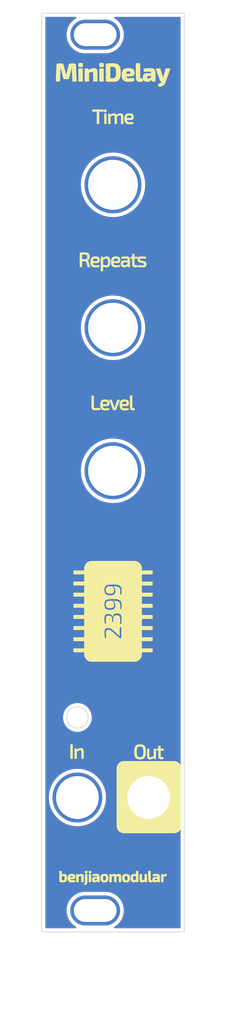
<source format=kicad_pcb>
(kicad_pcb (version 20211014) (generator pcbnew)
  (layers (0 "F.Cu" signal) (31 "B.Cu" signal) (34 "B.Paste" user) (35 "F.Paste" user) (36 "B.SilkS" user "B.Silkscreen") (37 "F.SilkS" user "F.Silkscreen") (38 "B.Mask" user) (39 "F.Mask" user) (44 "Edge.Cuts" user))
  (net 0 "")
  (footprint "benjiaomodular:PanelHole_Potentiometer_RV09" (layer "F.Cu") (at 107.5 91.5 90)
    (fp_text reference "REF**" hide)
    (fp_text value "PanelHole_Potentiometer_RV09" hide)
    (pad "" thru_hole circle locked (at 7.5 2.5 180) (size 8 8) (drill 7) (layers *.Cu *.Mask))
  )
  (footprint "benjiaomodular:PanelHole_Potentiometer_RV09" (layer "F.Cu") (at 107.5 71.5 90)
    (fp_text reference "REF**" hide)
    (fp_text value "PanelHole_Potentiometer_RV09" hide)
    (pad "" thru_hole circle locked (at 7.5 2.5 180) (size 8 8) (drill 7) (layers *.Cu *.Mask))
  )
  (footprint "benjiaomodular:PanelHole_AudioJack_3.5mm" (layer "F.Cu") (at 105 143.2)
    (fp_text reference "REF**")
    (fp_text value "PanelHole_AudioJack_3.5mm")
    (pad "" thru_hole circle locked (at 0 6.5 180) (size 7 7) (drill 6) (layers *.Cu *.Mask))
  )
  (footprint "benjiaomodular:Panel_4HP" (layer "F.Cu") (at 100 40)
    (fp_text reference "REF**" hide)
    (fp_text value "Panel_4HP")
    (pad "" thru_hole oval locked (at 7.5 3) (size 7 4.2) (drill oval 6 3.2) (layers *.Cu *.Mask))
    (pad "" thru_hole oval locked (at 7.5 125.5) (size 7 4.2) (drill oval 6 3.2) (layers *.Cu *.Mask))
  )
  (footprint "benjiaomodular:PanelHole_AudioJack_3.5mm" (layer "F.Cu") (at 115 143.2)
    (fp_text reference "REF**")
    (fp_text value "PanelHole_AudioJack_3.5mm")
    (pad "" thru_hole circle locked (at 0 6.5 180) (size 7 7) (drill 6) (layers *.Cu *.Mask))
  )
  (footprint "benjiaomodular:PanelHole_Potentiometer_RV09" (layer "F.Cu") (at 107.5 111.5 90)
    (fp_text reference "REF**" hide)
    (fp_text value "PanelHole_Potentiometer_RV09" hide)
    (pad "" thru_hole circle locked (at 7.5 2.5 180) (size 8 8) (drill 7) (layers *.Cu *.Mask))
  )
  (gr_poly (pts (xy 106.297612 159.999732) (xy 106.302024 159.999958) (xy 106.30629 160.000334) (xy 106.31041 160.00086) (xy 106.314385 160.001536) (xy 106.318215 160.002362) (xy 106.321899 160.003338) (xy 106.325437 160.004464) (xy 106.328831 160.00574) (xy 106.332079 160.007165) (xy 106.335182 160.008739) (xy 106.338141 160.010463) (xy 106.340954 160.012337) (xy 106.343622 160.014359) (xy 106.346146 160.01653) (xy 106.348524 160.01885) (xy 106.350758 160.021319) (xy 106.352848 160.023937) (xy 106.354793 160.026704) (xy 106.356593 160.029619) (xy 106.358249 160.032682) (xy 106.359761 160.035893) (xy 106.361128 160.039253) (xy 106.362351 160.042761) (xy 106.36343 160.046417) (xy 106.364365 160.05022) (xy 106.365156 160.054172) (xy 106.365803 160.058271) (xy 106.366306 160.062518) (xy 106.366665 160.066912) (xy 106.366952 160.076141) (xy 106.366952 160.194481) (xy 106.36688 160.199169) (xy 106.366665 160.203706) (xy 106.366306 160.208094) (xy 106.365803 160.212332) (xy 106.365156 160.216419) (xy 106.364365 160.220357) (xy 106.36343 160.224145) (xy 106.362351 160.227784) (xy 106.361128 160.231273) (xy 106.359761 160.234612) (xy 106.358249 160.237802) (xy 106.356593 160.240843) (xy 106.354793 160.243735) (xy 106.352848 160.246477) (xy 106.350758 160.249071) (xy 106.348524 160.251516) (xy 106.346146 160.253811) (xy 106.343622 160.255958) (xy 106.340954 160.257957) (xy 106.338141 160.259806) (xy 106.335182 160.261508) (xy 106.332079 160.263061) (xy 106.328831 160.264465) (xy 106.325437 160.265722) (xy 106.321899 160.26683) (xy 106.318215 160.26779) (xy 106.314385 160.268602) (xy 106.31041 160.269266) (xy 106.30629 160.269783) (xy 106.302024 160.270152) (xy 106.297612 160.270373) (xy 106.293055 160.270447) (xy 106.17885 160.270447) (xy 106.174161 160.270373) (xy 106.169619 160.270152) (xy 106.165225 160.269783) (xy 106.160978 160.269266) (xy 106.156879 160.268602) (xy 106.152928 160.26779) (xy 106.149124 160.26683) (xy 106.145469 160.265722) (xy 106.141961 160.264465) (xy 106.138601 160.263061) (xy 106.13539 160.261508) (xy 106.132327 160.259806) (xy 106.129412 160.257957) (xy 106.126646 160.255958) (xy 106.124028 160.253811) (xy 106.121559 160.251516) (xy 106.11924 160.249071) (xy 106.117068 160.246477) (xy 106.115046 160.243735) (xy 106.113173 160.240843) (xy 106.11145 160.237802) (xy 106.109876 160.234612) (xy 106.108451 160.231273) (xy 106.107175 160.227784) (xy 106.10605 160.224145) (xy 106.105074 160.220357) (xy 106.104248 160.216419) (xy 106.103572 160.212332) (xy 106.103046 160.208094) (xy 106.10267 160.203706) (xy 106.102444 160.199169) (xy 106.102369 160.194481) (xy 106.102369 160.076141) (xy 106.102444 160.071453) (xy 106.10267 160.066912) (xy 106.103046 160.062518) (xy 106.103572 160.058271) (xy 106.104248 160.054172) (xy 106.105074 160.05022) (xy 106.10605 160.046417) (xy 106.107175 160.042761) (xy 106.108451 160.039253) (xy 106.109876 160.035893) (xy 106.11145 160.032682) (xy 106.113173 160.029619) (xy 106.115046 160.026704) (xy 106.117068 160.023937) (xy 106.11924 160.021319) (xy 106.121559 160.01885) (xy 106.124028 160.01653) (xy 106.126646 160.014359) (xy 106.129412 160.012337) (xy 106.132327 160.010463) (xy 106.13539 160.008739) (xy 106.138601 160.007165) (xy 106.141961 160.00574) (xy 106.145469 160.004464) (xy 106.149124 160.003338) (xy 106.152928 160.002362) (xy 106.156879 160.001536) (xy 106.160978 160.00086) (xy 106.165225 160.000334) (xy 106.169619 159.999958) (xy 106.174161 159.999732) (xy 106.17885 159.999657) (xy 106.293055 159.999657)) (layer "F.SilkS") (width 0.1) (fill solid))
  (gr_poly (pts (xy 108.645366 49.511319) (xy 108.126535 49.511319) (xy 108.126535 47.76879) (xy 108.645366 47.76879)) (layer "F.SilkS") (width 0.1) (fill solid))
  (gr_poly (pts (xy 113.847867 142.300752) (xy 113.897765 142.303116) (xy 113.921958 142.30489) (xy 113.945645 142.307059) (xy 113.968826 142.309625) (xy 113.991501 142.312587) (xy 114.013668 142.315946) (xy 114.035328 142.319702) (xy 114.05648 142.323856) (xy 114.077122 142.328408) (xy 114.097255 142.333359) (xy 114.116878 142.338709) (xy 114.13599 142.344459) (xy 114.15459 142.350609) (xy 114.17304 142.357226) (xy 114.190998 142.364375) (xy 114.208463 142.372056) (xy 114.225438 142.380269) (xy 114.241923 142.389014) (xy 114.257919 142.398289) (xy 114.273428 142.408094) (xy 114.288451 142.418429) (xy 114.302989 142.429292) (xy 114.317043 142.440685) (xy 114.330614 142.452605) (xy 114.343704 142.465053) (xy 114.356313 142.478029) (xy 114.368442 142.49153) (xy 114.380094 142.505558) (xy 114.391268 142.520111) (xy 114.402363 142.534879) (xy 114.413069 142.550257) (xy 114.423386 142.566245) (xy 114.433311 142.582844) (xy 114.442845 142.600057) (xy 114.451985 142.617883) (xy 114.46073 142.636325) (xy 114.46908 142.655382) (xy 114.477033 142.675058) (xy 114.484588 142.695351) (xy 114.491744 142.716265) (xy 114.498499 142.737799) (xy 114.504853 142.759956) (xy 114.510804 142.782736) (xy 114.516351 142.80614) (xy 114.521493 142.83017) (xy 114.531416 142.880275) (xy 114.54002 142.933224) (xy 114.547302 142.98901) (xy 114.553263 143.047627) (xy 114.557901 143.109065) (xy 114.561215 143.173319) (xy 114.563204 143.24038) (xy 114.563868 143.310242) (xy 114.563204 143.380083) (xy 114.561215 143.447086) (xy 114.557901 143.511256) (xy 114.553263 143.572598) (xy 114.547302 143.631117) (xy 114.54002 143.68682) (xy 114.531416 143.739711) (xy 114.521493 143.789795) (xy 114.516351 143.813838) (xy 114.510804 143.837283) (xy 114.504854 143.860131) (xy 114.4985 143.882383) (xy 114.491745 143.904037) (xy 114.484589 143.925096) (xy 114.477034 143.945559) (xy 114.469081 143.965426) (xy 114.460731 143.984697) (xy 114.451985 144.003374) (xy 114.442845 144.021457) (xy 114.433312 144.038944) (xy 114.423386 144.055838) (xy 114.413069 144.072138) (xy 114.402363 144.087845) (xy 114.391268 144.102959) (xy 114.380094 144.117174) (xy 114.368442 144.13089) (xy 114.356312 144.144106) (xy 114.343703 144.156821) (xy 114.330614 144.169033) (xy 114.317043 144.180742) (xy 114.302989 144.191946) (xy 114.288451 144.202645) (xy 114.273428 144.212836) (xy 114.257919 144.222518) (xy 114.241922 144.231692) (xy 114.225438 144.240354) (xy 114.208463 144.248505) (xy 114.190998 144.256143) (xy 114.17304 144.263267) (xy 114.15459 144.269875) (xy 114.13599 144.276023) (xy 114.116878 144.281772) (xy 114.077122 144.292071) (xy 114.035328 144.300776) (xy 113.991501 144.30789) (xy 113.945645 144.313417) (xy 113.897765 144.317361) (xy 113.847867 144.319724) (xy 113.795956 144.320511) (xy 113.74401 144.319724) (xy 113.694007 144.317361) (xy 113.645945 144.313417) (xy 113.622642 144.310852) (xy 113.599824 144.30789) (xy 113.577491 144.304532) (xy 113.555643 144.300776) (xy 113.534281 144.296623) (xy 113.513403 144.292071) (xy 113.493009 144.287121) (xy 113.473101 144.281772) (xy 113.453677 144.276023) (xy 113.434737 144.269875) (xy 113.416612 144.263267) (xy 113.398925 144.256143) (xy 113.381677 144.248505) (xy 113.364867 144.240354) (xy 113.348498 144.231692) (xy 113.332568 144.222518) (xy 113.317078 144.212836) (xy 113.302029 144.202645) (xy 113.287421 144.191946) (xy 113.273254 144.180742) (xy 113.259529 144.169033) (xy 113.246246 144.156821) (xy 113.233405 144.144106) (xy 113.221008 144.13089) (xy 113.209053 144.117174) (xy 113.197542 144.102959) (xy 113.186445 144.087845) (xy 113.17573 144.072138) (xy 113.165395 144.055838) (xy 113.155441 144.038944) (xy 113.145866 144.021457) (xy 113.136668 144.003374) (xy 113.127848 143.984697) (xy 113.119403 143.965426) (xy 113.111333 143.945559) (xy 113.103637 143.925096) (xy 113.096314 143.904037) (xy 113.089362 143.882383) (xy 113.082781 143.860131) (xy 113.07657 143.837283) (xy 113.070727 143.813838) (xy 113.065252 143.789795) (xy 113.055979 143.739711) (xy 113.047922 143.68682) (xy 113.041086 143.631117) (xy 113.035478 143.572598) (xy 113.031105 143.511256) (xy 113.027974 143.447086) (xy 113.02609 143.380083) (xy 113.02546 143.310242) (xy 113.287976 143.310242) (xy 113.288674 143.382372) (xy 113.290768 143.4506) (xy 113.294265 143.514934) (xy 113.299168 143.575379) (xy 113.305482 143.631945) (xy 113.313211 143.684636) (xy 113.322361 143.733462) (xy 113.327469 143.756426) (xy 113.332935 143.778427) (xy 113.339176 143.799566) (xy 113.345903 143.819941) (xy 113.353118 143.839553) (xy 113.360819 143.8584) (xy 113.369005 143.876481) (xy 113.377678 143.893794) (xy 113.386836 143.910337) (xy 113.396479 143.92611) (xy 113.406607 143.941112) (xy 113.417221 143.955341) (xy 113.428318 143.968795) (xy 113.4399 143.981474) (xy 113.451966 143.993376) (xy 113.464516 144.004499) (xy 113.477549 144.014843) (xy 113.491065 144.024407) (xy 113.505486 144.033295) (xy 113.520526 144.041609) (xy 113.536185 144.04935) (xy 113.552463 144.056517) (xy 113.569359 144.06311) (xy 113.586873 144.069129) (xy 113.605005 144.074575) (xy 113.623755 144.079447) (xy 113.643122 144.083746) (xy 113.663107 144.087471) (xy 113.683708 144.090623) (xy 113.704925 144.093202) (xy 113.726759 144.095208) (xy 113.749209 144.09664) (xy 113.772275 144.0975) (xy 113.795956 144.097786) (xy 113.819623 144.0975) (xy 113.842647 144.09664) (xy 113.865028 144.095208) (xy 113.886767 144.093202) (xy 113.907864 144.090623) (xy 113.92832 144.087471) (xy 113.948136 144.083746) (xy 113.967312 144.079447) (xy 113.985848 144.074575) (xy 114.003746 144.069129) (xy 114.021005 144.06311) (xy 114.037627 144.056517) (xy 114.053611 144.04935) (xy 114.068959 144.041609) (xy 114.08367 144.033295) (xy 114.097746 144.024407) (xy 114.111594 144.014842) (xy 114.124914 144.004497) (xy 114.137706 143.993372) (xy 114.149971 143.981469) (xy 114.161707 143.96879) (xy 114.172915 143.955335) (xy 114.183594 143.941106) (xy 114.193745 143.926105) (xy 114.203366 143.910332) (xy 114.212457 143.893788) (xy 114.221019 143.876476) (xy 114.229051 143.858396) (xy 114.236553 143.83955) (xy 114.243525 143.819939) (xy 114.249966 143.799564) (xy 114.255876 143.778427) (xy 114.267125 143.733462) (xy 114.27688 143.684636) (xy 114.285139 143.631945) (xy 114.291901 143.575379) (xy 114.297163 143.514934) (xy 114.300924 143.4506) (xy 114.303182 143.382372) (xy 114.303935 143.310242) (xy 114.303182 143.237473) (xy 114.300924 143.168746) (xy 114.297163 143.104064) (xy 114.291901 143.043434) (xy 114.285139 142.986861) (xy 114.27688 142.934351) (xy 114.272189 142.90962) (xy 114.267125 142.885908) (xy 114.261687 142.863213) (xy 114.255876 142.841538) (xy 114.249966 142.820405) (xy 114.243526 142.800046) (xy 114.236555 142.780459) (xy 114.229053 142.761645) (xy 114.221022 142.743604) (xy 114.21246 142.726335) (xy 114.203368 142.709838) (xy 114.193747 142.694113) (xy 114.183597 142.679159) (xy 114.172917 142.664977) (xy 114.161709 142.651566) (xy 114.149973 142.638926) (xy 114.137708 142.627056) (xy 114.124915 142.615957) (xy 114.111594 142.605628) (xy 114.097746 142.59607) (xy 114.08367 142.587182) (xy 114.068959 142.578869) (xy 114.053611 142.571129) (xy 114.037627 142.563963) (xy 114.021005 142.55737) (xy 114.003746 142.551351) (xy 113.985848 142.545905) (xy 113.967312 142.541032) (xy 113.948136 142.536733) (xy 113.92832 142.533007) (xy 113.907864 142.529854) (xy 113.886767 142.527275) (xy 113.865028 142.525269) (xy 113.842647 142.523836) (xy 113.819623 142.522976) (xy 113.795956 142.52269) (xy 113.772275 142.522976) (xy 113.749209 142.523836) (xy 113.726759 142.525269) (xy 113.704925 142.527275) (xy 113.683708 142.529854) (xy 113.663107 142.533007) (xy 113.643122 142.536733) (xy 113.623755 142.541032) (xy 113.605005 142.545905) (xy 113.586873 142.551351) (xy 113.569359 142.55737) (xy 113.552463 142.563963) (xy 113.536185 142.571129) (xy 113.520526 142.578869) (xy 113.505486 142.587182) (xy 113.491065 142.59607) (xy 113.477548 142.60563) (xy 113.464515 142.61596) (xy 113.451965 142.62706) (xy 113.439899 142.63893) (xy 113.428317 142.651571) (xy 113.417219 142.664982) (xy 113.406606 142.679165) (xy 113.396478 142.694119) (xy 113.386834 142.709844) (xy 113.377676 142.72634) (xy 113.369004 142.743609) (xy 113.360817 142.76165) (xy 113.353117 142.780463) (xy 113.345903 142.800048) (xy 113.339175 142.820406) (xy 113.332935 142.841538) (xy 113.322361 142.885908) (xy 113.313211 142.934351) (xy 113.305482 142.986861) (xy 113.299168 143.043434) (xy 113.294265 143.104064) (xy 113.290768 143.168746) (xy 113.288674 143.237473) (xy 113.287976 143.310242) (xy 113.02546 143.310242) (xy 113.02609 143.24038) (xy 113.027974 143.173319) (xy 113.031105 143.109065) (xy 113.035478 143.047627) (xy 113.041086 142.98901) (xy 113.047922 142.933224) (xy 113.055979 142.880275) (xy 113.065252 142.83017) (xy 113.070726 142.80614) (xy 113.076569 142.782736) (xy 113.08278 142.759956) (xy 113.08936 142.737799) (xy 113.096312 142.716265) (xy 113.103635 142.695351) (xy 113.111331 142.675058) (xy 113.119401 142.655382) (xy 113.127846 142.636325) (xy 113.136666 142.617883) (xy 113.145864 142.600057) (xy 113.155439 142.582844) (xy 113.165394 142.566245) (xy 113.175729 142.550257) (xy 113.186444 142.534879) (xy 113.197542 142.520111) (xy 113.209053 142.505558) (xy 113.221008 142.49153) (xy 113.233405 142.478029) (xy 113.246246 142.465053) (xy 113.259529 142.452605) (xy 113.273254 142.440685) (xy 113.287421 142.429292) (xy 113.302029 142.418429) (xy 113.317078 142.408094) (xy 113.332568 142.398289) (xy 113.348498 142.389014) (xy 113.364867 142.380269) (xy 113.381677 142.372056) (xy 113.398925 142.364375) (xy 113.416612 142.357226) (xy 113.434737 142.350609) (xy 113.453677 142.344459) (xy 113.473101 142.338709) (xy 113.513403 142.328408) (xy 113.555643 142.319702) (xy 113.599824 142.312587) (xy 113.645945 142.307059) (xy 113.694007 142.303116) (xy 113.74401 142.300752) (xy 113.795956 142.299965)) (layer "F.SilkS") (width 0.1) (fill solid))
  (gr_poly (pts (xy 109.047925 55.458244) (xy 108.810731 55.458244) (xy 108.810731 54.084167) (xy 109.047925 54.084167)) (layer "F.SilkS") (width 0.1) (fill solid))
  (gr_poly (pts (xy 105.575 47) (xy 105.584245 47.000464) (xy 105.593186 47.001238) (xy 105.601823 47.002321) (xy 105.610156 47.003714) (xy 105.618184 47.005417) (xy 105.625909 47.007429) (xy 105.633331 47.009751) (xy 105.640448 47.012383) (xy 105.647262 47.015324) (xy 105.653772 47.018575) (xy 105.659978 47.022137) (xy 105.665882 47.026008) (xy 105.671481 47.030189) (xy 105.676778 47.03468) (xy 105.681771 47.039481) (xy 105.686461 47.044592) (xy 105.690848 47.050013) (xy 105.694932 47.055745) (xy 105.698713 47.061786) (xy 105.702191 47.068138) (xy 105.705366 47.0748) (xy 105.708239 47.081772) (xy 105.710809 47.089055) (xy 105.713076 47.096648) (xy 105.715041 47.104551) (xy 105.716703 47.112765) (xy 105.718063 47.121289) (xy 105.719121 47.130124) (xy 105.719876 47.139269) (xy 105.72048 47.158492) (xy 105.72048 47.345561) (xy 105.720329 47.355327) (xy 105.719876 47.364783) (xy 105.719121 47.373928) (xy 105.718063 47.382763) (xy 105.716703 47.391287) (xy 105.715041 47.399501) (xy 105.713076 47.407405) (xy 105.710809 47.414997) (xy 105.708239 47.42228) (xy 105.705366 47.429252) (xy 105.702191 47.435914) (xy 105.698713 47.442266) (xy 105.694932 47.448308) (xy 105.690848 47.454039) (xy 105.686461 47.45946) (xy 105.681771 47.464571) (xy 105.676778 47.469372) (xy 105.671481 47.473864) (xy 105.665882 47.478045) (xy 105.659978 47.481916) (xy 105.653772 47.485477) (xy 105.647262 47.488728) (xy 105.640448 47.49167) (xy 105.633331 47.494302) (xy 105.625909 47.496624) (xy 105.618184 47.498636) (xy 105.610156 47.500338) (xy 105.601823 47.501731) (xy 105.593186 47.502815) (xy 105.584245 47.503588) (xy 105.575 47.504052) (xy 105.565451 47.504207) (xy 105.339625 47.504207) (xy 105.330076 47.504052) (xy 105.320831 47.503588) (xy 105.31189 47.502815) (xy 105.303253 47.501731) (xy 105.29492 47.500338) (xy 105.286891 47.498636) (xy 105.279166 47.496624) (xy 105.271745 47.494302) (xy 105.264628 47.49167) (xy 105.257814 47.488728) (xy 105.251304 47.485477) (xy 105.245097 47.481916) (xy 105.239194 47.478045) (xy 105.233594 47.473864) (xy 105.228298 47.469372) (xy 105.223305 47.464571) (xy 105.218615 47.45946) (xy 105.214228 47.454039) (xy 105.210144 47.448308) (xy 105.206363 47.442266) (xy 105.202885 47.435914) (xy 105.199709 47.429252) (xy 105.196837 47.42228) (xy 105.194267 47.414997) (xy 105.192 47.407405) (xy 105.190035 47.399501) (xy 105.188373 47.391287) (xy 105.187013 47.382763) (xy 105.185955 47.373928) (xy 105.1852 47.364783) (xy 105.184596 47.345561) (xy 105.184596 47.158492) (xy 105.184747 47.148725) (xy 105.1852 47.139269) (xy 105.185955 47.130124) (xy 105.187013 47.121289) (xy 105.188373 47.112765) (xy 105.190035 47.104551) (xy 105.192 47.096648) (xy 105.194267 47.089055) (xy 105.196837 47.081772) (xy 105.199709 47.0748) (xy 105.202885 47.068138) (xy 105.206363 47.061786) (xy 105.210144 47.055745) (xy 105.214228 47.050013) (xy 105.218615 47.044592) (xy 105.223305 47.039481) (xy 105.228298 47.03468) (xy 105.233594 47.030189) (xy 105.239194 47.026008) (xy 105.245097 47.022137) (xy 105.251304 47.018575) (xy 105.257814 47.015324) (xy 105.264628 47.012383) (xy 105.271745 47.009751) (xy 105.279166 47.007429) (xy 105.286891 47.005417) (xy 105.29492 47.003714) (xy 105.303253 47.002321) (xy 105.31189 47.001238) (xy 105.320831 47.000464) (xy 105.330076 47) (xy 105.339625 46.999845) (xy 105.565451 46.999845)) (layer "F.SilkS") (width 0.1) (fill solid))
  (gr_poly (pts (xy 113.516903 161.496208) (xy 113.315882 161.496208) (xy 113.292627 161.338593) (xy 113.275373 161.356278) (xy 113.257384 161.373477) (xy 113.238623 161.390157) (xy 113.228941 161.398293) (xy 113.219052 161.406287) (xy 113.208951 161.414137) (xy 113.198633 161.421837) (xy 113.188094 161.429384) (xy 113.177329 161.436773) (xy 113.166333 161.444002) (xy 113.155101 161.451066) (xy 113.14363 161.457961) (xy 113.131913 161.464684) (xy 113.118816 161.471595) (xy 113.105454 161.478055) (xy 113.091826 161.484064) (xy 113.077934 161.489624) (xy 113.063777 161.494735) (xy 113.049355 161.499397) (xy 113.034668 161.503612) (xy 113.019716 161.507381) (xy 113.0045 161.510703) (xy 112.989019 161.51358) (xy 112.973274 161.516012) (xy 112.957265 161.518001) (xy 112.940991 161.519546) (xy 112.924453 161.520649) (xy 112.907651 161.52131) (xy 112.890585 161.52153) (xy 112.86616 161.520986) (xy 112.842626 161.519355) (xy 112.819984 161.516635) (xy 112.808998 161.514867) (xy 112.798234 161.512826) (xy 112.787694 161.510513) (xy 112.777376 161.507928) (xy 112.767282 161.50507) (xy 112.757411 161.50194) (xy 112.747763 161.498537) (xy 112.738338 161.494861) (xy 112.729136 161.490913) (xy 112.720158 161.486692) (xy 112.711402 161.482198) (xy 112.70287 161.477431) (xy 112.694562 161.472391) (xy 112.686477 161.467078) (xy 112.678615 161.461492) (xy 112.670976 161.455633) (xy 112.663561 161.449501) (xy 112.656369 161.443095) (xy 112.649401 161.436416) (xy 112.642656 161.429464) (xy 112.636135 161.422238) (xy 112.629837 161.414738) (xy 112.623763 161.406965) (xy 112.617912 161.398919) (xy 112.612285 161.390598) (xy 112.606881 161.382004) (xy 112.596627 161.363779) (xy 112.587033 161.344557) (xy 112.578099 161.324341) (xy 112.569826 161.303129) (xy 112.562213 161.280922) (xy 112.55526 161.257722) (xy 112.548969 161.233528) (xy 112.543339 161.208342) (xy 112.538371 161.182163) (xy 112.534064 161.154993) (xy 112.530419 161.126831) (xy 112.527436 161.097679) (xy 112.525116 161.067537) (xy 112.523458 161.036405) (xy 112.522464 161.004285) (xy 112.522132 160.971176) (xy 112.52216 160.969109) (xy 112.784648 160.969109) (xy 112.78498 161.002029) (xy 112.785974 161.033049) (xy 112.787631 161.062162) (xy 112.789949 161.089362) (xy 112.79293 161.114644) (xy 112.796571 161.138001) (xy 112.798639 161.148956) (xy 112.800873 161.159427) (xy 112.803271 161.169415) (xy 112.805835 161.178917) (xy 112.808572 161.187749) (xy 112.811492 161.196242) (xy 112.814593 161.204399) (xy 112.817876 161.21222) (xy 112.821342 161.219705) (xy 112.824989 161.226857) (xy 112.828819 161.233675) (xy 112.83283 161.240161) (xy 112.837023 161.246316) (xy 112.841398 161.252141) (xy 112.845955 161.257636) (xy 112.850693 161.262803) (xy 112.855614 161.267642) (xy 112.860716 161.272155) (xy 112.865999 161.276342) (xy 112.871465 161.280205) (xy 112.877127 161.283532) (xy 112.883001 161.286643) (xy 112.889087 161.289537) (xy 112.895387 161.292215) (xy 112.901899 161.294676) (xy 112.908626 161.296922) (xy 112.915566 161.298953) (xy 112.922721 161.300768) (xy 112.930091 161.302369) (xy 112.937677 161.303755) (xy 112.945478 161.304927) (xy 112.953495 161.305885) (xy 112.96173 161.30663) (xy 112.970181 161.307162) (xy 112.97885 161.307481) (xy 112.987737 161.307587) (xy 113.001835 161.307401) (xy 113.01555 161.306839) (xy 113.028878 161.305895) (xy 113.041813 161.304561) (xy 113.054352 161.30283) (xy 113.066489 161.300696) (xy 113.078219 161.298151) (xy 113.083931 161.296723) (xy 113.089539 161.295189) (xy 113.100681 161.291288) (xy 113.111885 161.286985) (xy 113.123152 161.282281) (xy 113.134484 161.277178) (xy 113.145882 161.271678) (xy 113.157347 161.265783) (xy 113.168883 161.259495) (xy 113.18049 161.252815) (xy 113.189435 161.247037) (xy 113.198834 161.240806) (xy 113.218731 161.227244) (xy 113.239662 161.212642) (xy 113.261105 161.197518) (xy 113.261105 160.675591) (xy 113.198955 160.658282) (xy 113.169665 160.650274) (xy 113.142249 160.643028) (xy 113.125627 160.639085) (xy 113.108564 160.635694) (xy 113.091053 160.632849) (xy 113.073088 160.630539) (xy 113.054659 160.628757) (xy 113.03576 160.627495) (xy 113.016383 160.626744) (xy 112.996521 160.626496) (xy 112.987109 160.626602) (xy 112.977924 160.62692) (xy 112.968967 160.627451) (xy 112.960238 160.628196) (xy 112.951738 160.629154) (xy 112.943467 160.630326) (xy 112.935427 160.631712) (xy 112.927618 160.633312) (xy 112.92004 160.635128) (xy 112.912694 160.637159) (xy 112.905581 160.639405) (xy 112.898702 160.641868) (xy 112.892056 160.644547) (xy 112.885646 160.647442) (xy 112.87947 160.650555) (xy 112.873532 160.653885) (xy 112.868058 160.657247) (xy 112.862751 160.660983) (xy 112.85761 160.665095) (xy 112.852635 160.669583) (xy 112.847825 160.674449) (xy 112.843182 160.679693) (xy 112.838703 160.685316) (xy 112.834391 160.691319) (xy 112.830243 160.697702) (xy 112.826261 160.704466) (xy 112.822445 160.711613) (xy 112.818793 160.719142) (xy 112.815306 160.727055) (xy 112.811984 160.735353) (xy 112.808827 160.744036) (xy 112.805835 160.753105) (xy 112.800873 160.772693) (xy 112.796571 160.794402) (xy 112.79293 160.818233) (xy 112.789949 160.844181) (xy 112.787631 160.872245) (xy 112.785974 160.902423) (xy 112.78498 160.934711) (xy 112.784648 160.969109) (xy 112.52216 160.969109) (xy 112.522795 160.921249) (xy 112.524785 160.874122) (xy 112.526276 160.851606) (xy 112.528099 160.829788) (xy 112.530252 160.808665) (xy 112.532737 160.788239) (xy 112.535552 160.768506) (xy 112.538698 160.749468) (xy 112.542174 160.731122) (xy 112.54598 160.713468) (xy 112.550117 160.696504) (xy 112.554584 160.680231) (xy 112.55938 160.664646) (xy 112.564507 160.64975) (xy 112.570228 160.635204) (xy 112.576281 160.6212) (xy 112.582666 160.607737) (xy 112.589381 160.594817) (xy 112.596427 160.582439) (xy 112.603804 160.570606) (xy 112.611513 160.559316) (xy 112.619552 160.548572) (xy 112.627921 160.538373) (xy 112.636622 160.52872) (xy 112.645653 160.519615) (xy 112.655014 160.511057) (xy 112.664706 160.503048) (xy 112.674729 160.495587) (xy 112.685082 160.488676) (xy 112.695765 160.482315) (xy 112.707043 160.476167) (xy 112.718651 160.470418) (xy 112.730591 160.465069) (xy 112.742862 160.460119) (xy 112.755463 160.455567) (xy 112.768395 160.451414) (xy 112.781658 160.447658) (xy 112.795252 160.4443) (xy 112.809177 160.441338) (xy 112.823432 160.438773) (xy 112.838018 160.436603) (xy 112.852934 160.434829) (xy 112.868181 160.43345) (xy 112.883759 160.432466) (xy 112.899667 160.431876) (xy 112.915906 160.431679) (xy 112.942311 160.432135) (xy 112.968606 160.433506) (xy 112.994783 160.435795) (xy 113.020834 160.439005) (xy 113.046753 160.44314) (xy 113.072533 160.448203) (xy 113.098166 160.454198) (xy 113.123645 160.461128) (xy 113.133579 160.463954) (xy 113.143392 160.467011) (xy 113.15309 160.470295) (xy 113.162675 160.473798) (xy 113.172152 160.477512) (xy 113.181526 160.481431) (xy 113.190799 160.485549) (xy 113.199976 160.489858) (xy 113.20906 160.494351) (xy 113.218057 160.499021) (xy 113.235801 160.508866) (xy 113.253241 160.519338) (xy 113.270407 160.53038) (xy 113.268064 160.508301) (xy 113.265961 160.486192) (xy 113.265053 160.475136) (xy 113.264272 160.464084) (xy 113.263637 160.45304) (xy 113.263171 160.442009) (xy 113.262258 160.410115) (xy 113.261613 160.377944) (xy 113.261231 160.345509) (xy 113.261105 160.312821) (xy 113.261105 160.014649) (xy 113.516903 160.014649)) (layer "F.SilkS") (width 0.1) (fill solid))
  (gr_poly (pts (xy 104.30868 144.247131) (xy 104.060116 144.247131) (xy 104.060116 142.299965) (xy 104.30868 142.299965)) (layer "F.SilkS") (width 0.1) (fill solid))
  (gr_poly (pts (xy 115.518415 119.99794) (xy 114.072316 119.99794) (xy 114.072316 119.542885) (xy 115.518415 119.542885)) (layer "F.SilkS") (width 0.1) (fill solid))
  (gr_poly (pts (xy 107.315628 47.723272) (xy 107.345051 47.724691) (xy 107.373509 47.727056) (xy 107.401004 47.730367) (xy 107.427534 47.734623) (xy 107.4531 47.739825) (xy 107.477702 47.745973) (xy 107.50134 47.753065) (xy 107.524014 47.761103) (xy 107.545724 47.770086) (xy 107.566469 47.780013) (xy 107.58625 47.790885) (xy 107.605066 47.802702) (xy 107.622918 47.815463) (xy 107.639805 47.829168) (xy 107.655728 47.843818) (xy 107.670686 47.859411) (xy 107.68468 47.875948) (xy 107.697708 47.893429) (xy 107.709772 47.911853) (xy 107.720871 47.931221) (xy 107.731006 47.951532) (xy 107.740175 47.972786) (xy 107.748379 47.994983) (xy 107.755619 48.018123) (xy 107.761893 48.042206) (xy 107.767202 48.067231) (xy 107.771546 48.093198) (xy 107.774925 48.120108) (xy 107.777338 48.14796) (xy 107.778786 48.176754) (xy 107.779269 48.20649) (xy 107.779269 49.511319) (xy 107.25682 49.511319) (xy 107.25682 48.368754) (xy 107.256654 48.354486) (xy 107.256157 48.340789) (xy 107.255328 48.327664) (xy 107.254168 48.315111) (xy 107.252677 48.303132) (xy 107.250854 48.291728) (xy 107.248701 48.280901) (xy 107.246216 48.270651) (xy 107.243401 48.26098) (xy 107.240256 48.251889) (xy 107.23678 48.243379) (xy 107.232973 48.235452) (xy 107.228836 48.228108) (xy 107.224369 48.221349) (xy 107.219572 48.215176) (xy 107.214446 48.20959) (xy 107.208919 48.204041) (xy 107.202923 48.198858) (xy 107.196457 48.19404) (xy 107.189522 48.189586) (xy 107.182118 48.185495) (xy 107.174245 48.181766) (xy 107.165903 48.178397) (xy 107.157092 48.175387) (xy 107.147813 48.172736) (xy 107.138065 48.170442) (xy 107.127849 48.168504) (xy 107.117165 48.166921) (xy 107.106013 48.165692) (xy 107.094394 48.164815) (xy 107.082306 48.16429) (xy 107.069752 48.164115) (xy 107.055616 48.16429) (xy 107.041432 48.164815) (xy 107.027197 48.165692) (xy 107.012912 48.166921) (xy 106.998574 48.168504) (xy 106.984184 48.170442) (xy 106.969741 48.172736) (xy 106.955244 48.175387) (xy 106.940691 48.178397) (xy 106.926082 48.181766) (xy 106.911417 48.185495) (xy 106.896694 48.189586) (xy 106.881912 48.19404) (xy 106.867071 48.198858) (xy 106.85217 48.204041) (xy 106.837208 48.20959) (xy 106.811645 48.219108) (xy 106.784289 48.230184) (xy 106.755342 48.242645) (xy 106.725006 48.256317) (xy 106.693482 48.271027) (xy 106.660974 48.286604) (xy 106.593812 48.319661) (xy 106.593812 49.511319) (xy 106.071363 49.511319) (xy 106.071363 47.76879) (xy 106.491492 47.76879) (xy 106.537484 48.034924) (xy 106.58177 47.999426) (xy 106.62624 47.965872) (xy 106.670898 47.9343) (xy 106.715748 47.90475) (xy 106.760795 47.87726) (xy 106.783393 47.8643) (xy 106.806042 47.851871) (xy 106.828742 47.839976) (xy 106.851493 47.82862) (xy 106.874297 47.817809) (xy 106.897153 47.807548) (xy 106.92182 47.797294) (xy 106.946433 47.7877) (xy 106.970991 47.778767) (xy 106.995495 47.770493) (xy 107.019944 47.76288) (xy 107.044338 47.755928) (xy 107.068677 47.749637) (xy 107.092961 47.744006) (xy 107.11719 47.739038) (xy 107.141364 47.734731) (xy 107.165483 47.731086) (xy 107.189546 47.728103) (xy 107.213554 47.725783) (xy 107.237506 47.724125) (xy 107.261402 47.72313) (xy 107.285242 47.722798)) (layer "F.SilkS") (width 0.1) (fill solid))
  (gr_poly (pts (xy 115.518415 127.783074) (xy 114.072316 127.783074) (xy 114.072316 127.328018) (xy 115.518415 127.328018)) (layer "F.SilkS") (width 0.1) (fill solid))
  (gr_poly (pts (xy 115.518415 118.440911) (xy 114.072316 118.440911) (xy 114.072316 117.985855) (xy 115.518415 117.985855)) (layer "F.SilkS") (width 0.1) (fill solid))
  (gr_poly (pts (xy 106.832078 160.005935) (xy 106.83662 160.00616) (xy 106.841014 160.006536) (xy 106.845261 160.007062) (xy 106.84936 160.007739) (xy 106.853311 160.008565) (xy 106.857115 160.009541) (xy 106.860771 160.010667) (xy 106.864278 160.011943) (xy 106.867638 160.013368) (xy 106.870849 160.014942) (xy 106.873913 160.016666) (xy 106.876827 160.018539) (xy 106.879593 160.020562) (xy 106.882211 160.022733) (xy 106.88468 160.025053) (xy 106.887 160.027522) (xy 106.889171 160.03014) (xy 106.891193 160.032906) (xy 106.893066 160.035821) (xy 106.894789 160.038885) (xy 106.896364 160.042096) (xy 106.897789 160.045456) (xy 106.899064 160.048964) (xy 106.90019 160.052619) (xy 106.901165 160.056423) (xy 106.901991 160.060375) (xy 106.902668 160.064474) (xy 106.903194 160.06872) (xy 106.903569 160.073114) (xy 106.903795 160.077656) (xy 106.90387 160.082344) (xy 106.90387 160.200684) (xy 106.903795 160.205372) (xy 106.903569 160.209914) (xy 106.903194 160.214308) (xy 106.902668 160.218554) (xy 106.901991 160.222653) (xy 106.901165 160.226604) (xy 106.90019 160.230408) (xy 106.899064 160.234063) (xy 106.897789 160.237571) (xy 106.896364 160.24093) (xy 106.894789 160.244141) (xy 106.893066 160.247204) (xy 106.891193 160.250119) (xy 106.889171 160.252885) (xy 106.887 160.255502) (xy 106.88468 160.257971) (xy 106.882211 160.260291) (xy 106.879593 160.262462) (xy 106.876827 160.264484) (xy 106.873913 160.266357) (xy 106.870849 160.26808) (xy 106.867638 160.269654) (xy 106.864278 160.271079) (xy 106.860771 160.272355) (xy 106.857115 160.27348) (xy 106.853311 160.274456) (xy 106.84936 160.275282) (xy 106.845261 160.275958) (xy 106.841014 160.276484) (xy 106.83662 160.27686) (xy 106.832078 160.277086) (xy 106.827389 160.277161) (xy 106.713184 160.277161) (xy 106.708496 160.277086) (xy 106.703954 160.27686) (xy 106.69956 160.276484) (xy 106.695313 160.275958) (xy 106.691214 160.275282) (xy 106.687262 160.274456) (xy 106.683459 160.27348) (xy 106.679803 160.272355) (xy 106.676295 160.271079) (xy 106.672936 160.269654) (xy 106.669724 160.26808) (xy 106.666661 160.266357) (xy 106.663746 160.264484) (xy 106.66098 160.262462) (xy 106.658363 160.260291) (xy 106.655894 160.257971) (xy 106.653574 160.255502) (xy 106.651403 160.252885) (xy 106.649381 160.250119) (xy 106.647508 160.247204) (xy 106.645784 160.244141) (xy 106.64421 160.24093) (xy 106.642785 160.237571) (xy 106.64151 160.234063) (xy 106.640384 160.230408) (xy 106.639408 160.226604) (xy 106.638582 160.222653) (xy 106.637906 160.218554) (xy 106.63738 160.214308) (xy 106.637004 160.209914) (xy 106.636778 160.205372) (xy 106.636703 160.200684) (xy 106.636703 160.082344) (xy 106.636778 160.077656) (xy 106.637004 160.073114) (xy 106.63738 160.06872) (xy 106.637906 160.064474) (xy 106.638582 160.060375) (xy 106.639408 160.056423) (xy 106.640384 160.052619) (xy 106.64151 160.048964) (xy 106.642785 160.045456) (xy 106.64421 160.042096) (xy 106.645784 160.038885) (xy 106.647508 160.035821) (xy 106.649381 160.032906) (xy 106.651403 160.03014) (xy 106.653574 160.027522) (xy 106.655894 160.025053) (xy 106.658363 160.022733) (xy 106.66098 160.020562) (xy 106.663746 160.018539) (xy 106.666661 160.016666) (xy 106.669724 160.014942) (xy 106.672936 160.013368) (xy 106.676295 160.011943) (xy 106.679803 160.010667) (xy 106.683459 160.009541) (xy 106.687262 160.008565) (xy 106.691214 160.007739) (xy 106.695313 160.007062) (xy 106.69956 160.006536) (xy 106.703954 160.00616) (xy 106.708496 160.005935) (xy 106.713184 160.00586) (xy 106.827389 160.00586)) (layer "F.SilkS") (width 0.1) (fill solid))
  (gr_poly (pts (xy 111.641456 94.067692) (xy 111.678238 94.069007) (xy 111.713672 94.071201) (xy 111.747759 94.074273) (xy 111.780498 94.078224) (xy 111.811891 94.083055) (xy 111.841938 94.088767) (xy 111.870639 94.09536) (xy 111.897996 94.102835) (xy 111.924008 94.111192) (xy 111.948676 94.120433) (xy 111.972 94.130558) (xy 111.993982 94.141567) (xy 112.014622 94.153461) (xy 112.03392 94.166242) (xy 112.051876 94.179909) (xy 112.068964 94.194451) (xy 112.084948 94.209854) (xy 112.099829 94.226117) (xy 112.113607 94.243242) (xy 112.126282 94.261226) (xy 112.137855 94.280072) (xy 112.148325 94.299777) (xy 112.157693 94.320342) (xy 112.165958 94.341767) (xy 112.17312 94.364052) (xy 112.179181 94.387196) (xy 112.184139 94.4112) (xy 112.187995 94.436063) (xy 112.19075 94.461785) (xy 112.192402 94.488365) (xy 112.192953 94.515804) (xy 112.192986 94.538426) (xy 112.192385 94.56043) (xy 112.191149 94.581816) (xy 112.189277 94.602585) (xy 112.186769 94.622735) (xy 112.183624 94.642268) (xy 112.179842 94.661183) (xy 112.175421 94.67948) (xy 112.170361 94.69716) (xy 112.164661 94.714223) (xy 112.15832 94.730669) (xy 112.151339 94.746498) (xy 112.143716 94.761709) (xy 112.13545 94.776304) (xy 112.126541 94.790281) (xy 112.116988 94.803642) (xy 112.106748 94.815948) (xy 112.09578 94.827464) (xy 112.084085 94.838189) (xy 112.071662 94.848124) (xy 112.058513 94.857268) (xy 112.044636 94.865619) (xy 112.030031 94.873178) (xy 112.014699 94.879944) (xy 111.998639 94.885916) (xy 111.981852 94.891094) (xy 111.964337 94.895476) (xy 111.946094 94.899064) (xy 111.927123 94.901855) (xy 111.907424 94.903849) (xy 111.886996 94.905046) (xy 111.865841 94.905445) (xy 111.229704 94.905445) (xy 111.232304 94.934834) (xy 111.235322 94.96322) (xy 111.238805 94.990476) (xy 111.2428 95.016478) (xy 111.247354 95.0411) (xy 111.252515 95.064217) (xy 111.255337 95.075172) (xy 111.258329 95.085704) (xy 111.261496 95.095796) (xy 111.264844 95.105435) (xy 111.270686 95.119612) (xy 111.276924 95.133218) (xy 111.283558 95.146253) (xy 111.290589 95.158716) (xy 111.298017 95.170607) (xy 111.305841 95.181925) (xy 111.314062 95.192671) (xy 111.32268 95.202843) (xy 111.331694 95.212443) (xy 111.341106 95.221469) (xy 111.350915 95.229921) (xy 111.361121 95.237799) (xy 111.371725 95.245103) (xy 111.382726 95.251832) (xy 111.394125 95.257986) (xy 111.405921 95.263565) (xy 111.418156 95.268691) (xy 111.43087 95.273487) (xy 111.444064 95.277954) (xy 111.457739 95.28209) (xy 111.471896 95.285897) (xy 111.486536 95.289373) (xy 111.501659 95.292518) (xy 111.517267 95.295334) (xy 111.533359 95.297818) (xy 111.549938 95.299972) (xy 111.584554 95.303286) (xy 111.621124 95.305275) (xy 111.659652 95.305939) (xy 111.715903 95.305444) (xy 111.774602 95.303929) (xy 111.835771 95.301352) (xy 111.89943 95.297669) (xy 111.964009 95.291781) (xy 112.025084 95.285457) (xy 112.082631 95.278779) (xy 112.136625 95.271832) (xy 112.161947 95.433064) (xy 112.145241 95.439282) (xy 112.127576 95.44524) (xy 112.108948 95.450936) (xy 112.089352 95.456368) (xy 112.068787 95.461535) (xy 112.047248 95.466437) (xy 112.024731 95.471071) (xy 112.001233 95.475437) (xy 111.977815 95.479534) (xy 111.954125 95.48336) (xy 111.930167 95.486919) (xy 111.905942 95.490213) (xy 111.881451 95.493241) (xy 111.856699 95.496008) (xy 111.831685 95.498513) (xy 111.806413 95.500759) (xy 111.782028 95.502742) (xy 111.758263 95.504442) (xy 111.735117 95.505866) (xy 111.712589 95.507018) (xy 111.690679 95.507905) (xy 111.669386 95.508531) (xy 111.648708 95.508903) (xy 111.628646 95.509026) (xy 111.599378 95.508753) (xy 111.570841 95.507935) (xy 111.543034 95.506571) (xy 111.515956 95.504659) (xy 111.489608 95.5022) (xy 111.463989 95.499191) (xy 111.439098 95.495633) (xy 111.414935 95.491525) (xy 111.3915 95.486865) (xy 111.368792 95.481654) (xy 111.346811 95.475889) (xy 111.325556 95.469571) (xy 111.305027 95.462699) (xy 111.285224 95.455272) (xy 111.266145 95.447288) (xy 111.247791 95.438748) (xy 111.230095 95.429243) (xy 111.21299 95.419076) (xy 111.196476 95.408246) (xy 111.180555 95.396753) (xy 111.165226 95.384597) (xy 111.150491 95.371779) (xy 111.13635 95.3583) (xy 111.122804 95.344158) (xy 111.109853 95.329356) (xy 111.097499 95.313892) (xy 111.08574 95.297767) (xy 111.074579 95.280981) (xy 111.064015 95.263535) (xy 111.05405 95.245429) (xy 111.044684 95.226663) (xy 111.035917 95.207237) (xy 111.028061 95.186733) (xy 111.020717 95.165437) (xy 111.013887 95.143349) (xy 111.007568 95.120469) (xy 111.00176 95.096797) (xy 110.996462 95.072331) (xy 110.991673 95.047073) (xy 110.987392 95.021021) (xy 110.98035 94.966536) (xy 110.97533 94.908873) (xy 110.972323 94.84803) (xy 110.971322 94.784004) (xy 110.971572 94.750588) (xy 110.972304 94.718895) (xy 111.225053 94.718895) (xy 111.803829 94.718895) (xy 111.815218 94.718653) (xy 111.820723 94.718351) (xy 111.826101 94.717928) (xy 111.831353 94.717384) (xy 111.836479 94.71672) (xy 111.841478 94.715934) (xy 111.846351 94.715027) (xy 111.851097 94.713999) (xy 111.855717 94.71285) (xy 111.86021 94.71158) (xy 111.864576 94.710188) (xy 111.868816 94.708676) (xy 111.872929 94.707043) (xy 111.876916 94.705288) (xy 111.880775 94.703412) (xy 111.884508 94.701414) (xy 111.888114 94.699296) (xy 111.891594 94.697056) (xy 111.894946 94.694695) (xy 111.898172 94.692212) (xy 111.90127 94.689608) (xy 111.904242 94.686882) (xy 111.907087 94.684035) (xy 111.909804 94.681067) (xy 111.912395 94.677977) (xy 111.914859 94.674766) (xy 111.917195 94.671432) (xy 111.919404 94.667978) (xy 111.921487 94.664401) (xy 111.923442 94.660703) (xy 111.925269 94.656883) (xy 111.928683 94.648725) (xy 111.93187 94.64048) (xy 111.934831 94.632147) (xy 111.937566 94.623726) (xy 111.940078 94.615217) (xy 111.942366 94.606621) (xy 111.944432 94.597937) (xy 111.946277 94.589165) (xy 111.947901 94.580305) (xy 111.949306 94.571356) (xy 111.950492 94.562319) (xy 111.95146 94.553193) (xy 111.952212 94.543979) (xy 111.952747 94.534677) (xy 111.953068 94.525285) (xy 111.953175 94.515804) (xy 111.952538 94.499521) (xy 111.951326 94.483832) (xy 111.94954 94.468738) (xy 111.947179 94.454238) (xy 111.944244 94.440333) (xy 111.940736 94.427023) (xy 111.936653 94.414308) (xy 111.931997 94.402187) (xy 111.926767 94.390663) (xy 111.920964 94.379733) (xy 111.914588 94.369399) (xy 111.911184 94.364456) (xy 111.907638 94.359661) (xy 111.903948 94.355016) (xy 111.900115 94.350519) (xy 111.896139 94.346171) (xy 111.892019 94.341972) (xy 111.887757 94.337923) (xy 111.883351 94.334022) (xy 111.878802 94.33027) (xy 111.874109 94.326668) (xy 111.864168 94.319835) (xy 111.853393 94.313445) (xy 111.841785 94.307499) (xy 111.829342 94.301995) (xy 111.816064 94.296933) (xy 111.80195 94.292313) (xy 111.787 94.288134) (xy 111.771212 94.284397) (xy 111.754587 94.2811) (xy 111.737123 94.278245) (xy 111.71882 94.275829) (xy 111.699677 94.273854) (xy 111.679694 94.272318) (xy 111.658869 94.271221) (xy 111.637203 94.270563) (xy 111.614694 94.270344) (xy 111.596238 94.270518) (xy 111.578264 94.271041) (xy 111.560773 94.271913) (xy 111.543766 94.273135) (xy 111.527241 94.274707) (xy 111.511201 94.27663) (xy 111.495645 94.278905) (xy 111.480574 94.281532) (xy 111.465988 94.284512) (xy 111.451887 94.287846) (xy 111.438272 94.291533) (xy 111.425144 94.295575) (xy 111.412502 94.299972) (xy 111.400347 94.304725) (xy 111.388679 94.309834) (xy 111.377499 94.3153) (xy 111.367102 94.320857) (xy 111.357078 94.326943) (xy 111.347427 94.33356) (xy 111.33815 94.340707) (xy 111.329247 94.348383) (xy 111.320718 94.356589) (xy 111.312563 94.365324) (xy 111.304783 94.374589) (xy 111.297378 94.384383) (xy 111.290348 94.394706) (xy 111.283693 94.405558) (xy 111.277414 94.416939) (xy 111.271511 94.428848) (xy 111.265984 94.441286) (xy 111.260833 94.454252) (xy 111.256059 94.467747) (xy 111.252567 94.479484) (xy 111.249311 94.491809) (xy 111.243484 94.518175) (xy 111.238527 94.546738) (xy 111.234391 94.577396) (xy 111.231026 94.610045) (xy 111.228381 94.644581) (xy 111.226407 94.680899) (xy 111.225053 94.718895) (xy 110.972304 94.718895) (xy 110.972323 94.718073) (xy 110.973575 94.686458) (xy 110.97533 94.655744) (xy 110.977588 94.625933) (xy 110.98035 94.597024) (xy 110.983618 94.569017) (xy 110.987392 94.541914) (xy 110.991673 94.515715) (xy 110.996462 94.49042) (xy 111.00176 94.466031) (xy 111.007568 94.442546) (xy 111.013887 94.419968) (xy 111.020717 94.398296) (xy 111.028061 94.377531) (xy 111.035917 94.357674) (xy 111.044661 94.338285) (xy 111.05396 94.319628) (xy 111.063812 94.301703) (xy 111.074219 94.284509) (xy 111.085178 94.268045) (xy 111.096691 94.252311) (xy 111.108755 94.237305) (xy 111.121372 94.223028) (xy 111.134539 94.209479) (xy 111.148258 94.196656) (xy 111.162526 94.18456) (xy 111.177345 94.173189) (xy 111.192712 94.162544) (xy 111.208629 94.152622) (xy 111.225094 94.143424) (xy 111.242107 94.134949) (xy 111.260054 94.126748) (xy 111.278618 94.119077) (xy 111.297799 94.111935) (xy 111.317597 94.105323) (xy 111.338012 94.099241) (xy 111.359044 94.093688) (xy 111.380694 94.088664) (xy 111.40296 94.08417) (xy 111.425845 94.080204) (xy 111.449346 94.076768) (xy 111.473465 94.07386) (xy 111.498202 94.071481) (xy 111.523556 94.069631) (xy 111.549528 94.06831) (xy 111.576117 94.067518) (xy 111.603325 94.067253)) (layer "F.SilkS") (width 0.1) (fill solid))
  (gr_poly (pts (xy 115.272559 47.723032) (xy 115.299117 47.723734) (xy 115.325154 47.724904) (xy 115.350668 47.726542) (xy 115.375659 47.728649) (xy 115.400128 47.731223) (xy 115.424074 47.734266) (xy 115.447496 47.737778) (xy 115.470395 47.741758) (xy 115.49277 47.746206) (xy 115.514621 47.751124) (xy 115.535947 47.75651) (xy 115.556748 47.762365) (xy 115.577024 47.768688) (xy 115.596775 47.775481) (xy 115.615999 47.782743) (xy 115.634673 47.790133) (xy 115.652772 47.798193) (xy 115.670293 47.80692) (xy 115.687238 47.816314) (xy 115.703606 47.826374) (xy 115.719396 47.837098) (xy 115.734609 47.848486) (xy 115.749242 47.860537) (xy 115.763297 47.873249) (xy 115.776773 47.886621) (xy 115.789669 47.900653) (xy 115.801986 47.915343) (xy 115.813722 47.93069) (xy 115.824877 47.946693) (xy 115.835451 47.963352) (xy 115.845443 47.980664) (xy 115.855268 47.998274) (xy 115.86446 48.016707) (xy 115.873017 48.035965) (xy 115.88094 48.056048) (xy 115.88823 48.076956) (xy 115.894885 48.098689) (xy 115.900906 48.121248) (xy 115.906294 48.144634) (xy 115.911047 48.168846) (xy 115.915167 48.193886) (xy 115.918653 48.219753) (xy 115.921505 48.246448) (xy 115.923723 48.273972) (xy 115.925307 48.302325) (xy 115.926258 48.331507) (xy 115.926575 48.361519) (xy 115.926575 49.511319) (xy 115.510063 49.511319) (xy 115.455286 49.231234) (xy 115.440496 49.249077) (xy 115.424968 49.266907) (xy 115.408637 49.284729) (xy 115.391438 49.302547) (xy 115.373306 49.320365) (xy 115.354175 49.338187) (xy 115.333982 49.356018) (xy 115.312659 49.373861) (xy 115.288353 49.392056) (xy 115.263057 49.409598) (xy 115.23677 49.426485) (xy 115.209492 49.442713) (xy 115.181223 49.458281) (xy 115.15196 49.473183) (xy 115.121702 49.487419) (xy 115.09045 49.500984) (xy 115.074436 49.50739) (xy 115.058145 49.513378) (xy 115.041575 49.518949) (xy 115.024728 49.524103) (xy 115.007605 49.528842) (xy 114.990205 49.533165) (xy 114.972528 49.537074) (xy 114.954576 49.540569) (xy 114.936348 49.54365) (xy 114.917845 49.546318) (xy 114.899067 49.548574) (xy 114.880014 49.550419) (xy 114.860687 49.551853) (xy 114.841086 49.552876) (xy 114.821211 49.55349) (xy 114.801063 49.553694) (xy 114.781343 49.553475) (xy 114.76187 49.552817) (xy 114.742645 49.55172) (xy 114.723669 49.550184) (xy 114.704939 49.548209) (xy 114.686458 49.545793) (xy 114.668225 49.542938) (xy 114.650239 49.539641) (xy 114.632502 49.535904) (xy 114.615013 49.531726) (xy 114.597772 49.527105) (xy 114.580779 49.522043) (xy 114.564035 49.516538) (xy 114.547538 49.510591) (xy 114.531291 49.504201) (xy 114.515291 49.497367) (xy 114.499624 49.490104) (xy 114.484371 49.482426) (xy 114.469533 49.474333) (xy 114.455109 49.465826) (xy 114.441099 49.456905) (xy 114.427503 49.447569) (xy 114.414321 49.437819) (xy 114.401552 49.427656) (xy 114.389197 49.41708) (xy 114.377255 49.40609) (xy 114.365726 49.394687) (xy 114.35461 49.382871) (xy 114.343906 49.370643) (xy 114.333615 49.358003) (xy 114.323737 49.34495) (xy 114.31427 49.331486) (xy 114.305297 49.317613) (xy 114.296908 49.303333) (xy 114.289102 49.288646) (xy 114.281878 49.27355) (xy 114.275236 49.258045) (xy 114.269174 49.24213) (xy 114.263693 49.225803) (xy 114.258792 49.209064) (xy 114.25447 49.191911) (xy 114.250726 49.174344) (xy 114.24756 49.156362) (xy 114.244971 49.137963) (xy 114.242958 49.119147) (xy 114.241521 49.099913) (xy 114.24066 49.080259) (xy 114.240373 49.060185) (xy 114.240373 48.989388) (xy 114.75507 48.989388) (xy 114.755265 49.000259) (xy 114.755851 49.010825) (xy 114.756827 49.021085) (xy 114.758191 49.031041) (xy 114.759944 49.040691) (xy 114.762085 49.050038) (xy 114.764613 49.05908) (xy 114.767528 49.067819) (xy 114.770828 49.076255) (xy 114.774513 49.084388) (xy 114.778584 49.092219) (xy 114.783037 49.099747) (xy 114.787875 49.106974) (xy 114.793095 49.113899) (xy 114.798697 49.120524) (xy 114.80468 49.126847) (xy 114.811087 49.132402) (xy 114.81796 49.137602) (xy 114.8253 49.142445) (xy 114.833107 49.146932) (xy 114.841381 49.151062) (xy 114.850123 49.154835) (xy 114.859332 49.158251) (xy 114.869011 49.161309) (xy 114.879157 49.164008) (xy 114.889772 49.166349) (xy 114.900857 49.16833) (xy 114.91241 49.169952) (xy 114.924434 49.171215) (xy 114.936928 49.172117) (xy 114.949892 49.172659) (xy 114.963327 49.172839) (xy 114.974845 49.172688) (xy 114.986471 49.172235) (xy 114.998204 49.17148) (xy 115.010045 49.170421) (xy 115.021995 49.169061) (xy 115.034054 49.167398) (xy 115.046222 49.165431) (xy 115.0585 49.163162) (xy 115.070888 49.16059) (xy 115.083387 49.157714) (xy 115.108719 49.151052) (xy 115.134499 49.143175) (xy 115.16073 49.134082) (xy 115.188029 49.123876) (xy 115.215237 49.112664) (xy 115.242349 49.100451) (xy 115.269358 49.087242) (xy 115.296256 49.07304) (xy 115.323037 49.057851) (xy 115.349695 49.041679) (xy 115.376221 49.024528) (xy 115.377854 49.023414) (xy 115.379461 49.022274) (xy 115.382605 49.019928) (xy 115.385682 49.017515) (xy 115.388719 49.015063) (xy 115.394785 49.010151) (xy 115.39787 49.007745) (xy 115.401026 49.005407) (xy 115.401026 48.733589) (xy 114.931804 48.735657) (xy 114.9201 48.735832) (xy 114.908802 48.736357) (xy 114.89791 48.737234) (xy 114.887425 48.738463) (xy 114.87735 48.740046) (xy 114.867684 48.741984) (xy 114.858429 48.744278) (xy 114.849587 48.746929) (xy 114.841158 48.749939) (xy 114.833144 48.753307) (xy 114.825545 48.757037) (xy 114.818363 48.761128) (xy 114.8116 48.765582) (xy 114.805255 48.7704) (xy 114.79933 48.775583) (xy 114.793827 48.781132) (xy 114.789129 48.786989) (xy 114.784735 48.793095) (xy 114.780645 48.799449) (xy 114.776859 48.806052) (xy 114.773376 48.812903) (xy 114.770197 48.820003) (xy 114.767321 48.827351) (xy 114.764749 48.834948) (xy 114.762479 48.842792) (xy 114.760513 48.850884) (xy 114.758849 48.859224) (xy 114.757488 48.867812) (xy 114.75643 48.876647) (xy 114.755674 48.88573) (xy 114.755221 48.895061) (xy 114.75507 48.904638) (xy 114.75507 48.989388) (xy 114.240373 48.989388) (xy 114.240373 48.879833) (xy 114.240924 48.854175) (xy 114.242576 48.829233) (xy 114.245331 48.805009) (xy 114.249187 48.781501) (xy 114.254145 48.758711) (xy 114.260206 48.736637) (xy 114.267368 48.71528) (xy 114.275634 48.694639) (xy 114.285001 48.674716) (xy 114.295471 48.655508) (xy 114.307044 48.637017) (xy 114.319719 48.619243) (xy 114.333497 48.602184) (xy 114.348378 48.585842) (xy 114.364362 48.570216) (xy 114.38145 48.555306) (xy 114.399503 48.54121) (xy 114.418383 48.528026) (xy 114.43809 48.515755) (xy 114.458625 48.504396) (xy 114.479988 48.493947) (xy 114.502177 48.48441) (xy 114.525193 48.475782) (xy 114.549037 48.468065) (xy 114.573707 48.461257) (xy 114.599203 48.455359) (xy 114.625527 48.450369) (xy 114.652677 48.446287) (xy 114.680653 48.443113) (xy 114.709456 48.440846) (xy 114.739085 48.439487) (xy 114.76954 48.439034) (xy 115.401026 48.439034) (xy 115.401026 48.357902) (xy 115.400792 48.34273) (xy 115.40009 48.328085) (xy 115.39892 48.313964) (xy 115.397282 48.300368) (xy 115.395175 48.287297) (xy 115.392601 48.27475) (xy 115.389557 48.262727) (xy 115.386046 48.251228) (xy 115.382066 48.240253) (xy 115.377617 48.229801) (xy 115.3727 48.219872) (xy 115.367314 48.210466) (xy 115.361459 48.201583) (xy 115.355135 48.193222) (xy 115.348343 48.185384) (xy 115.341081 48.178067) (xy 115.333608 48.171234) (xy 115.325301 48.164843) (xy 115.316159 48.158896) (xy 115.306186 48.153391) (xy 115.295381 48.148329) (xy 115.283745 48.143709) (xy 115.27128 48.13953) (xy 115.257988 48.135793) (xy 115.243868 48.132497) (xy 115.228923 48.129641) (xy 115.213153 48.127225) (xy 115.19656 48.12525) (xy 115.179144 48.123714) (xy 115.160907 48.122617) (xy 115.141849 48.12196) (xy 115.121973 48.121741) (xy 115.050799 48.122363) (xy 114.971298 48.124262) (xy 114.883419 48.127484) (xy 114.787109 48.132075) (xy 114.685884 48.136049) (xy 114.583308 48.140907) (xy 114.479409 48.146647) (xy 114.374215 48.153263) (xy 114.324606 47.807548) (xy 114.356971 47.801483) (xy 114.390562 47.795635) (xy 114.461407 47.784597) (xy 114.537102 47.77444) (xy 114.617611 47.765173) (xy 114.700537 47.756844) (xy 114.783492 47.749456) (xy 114.866447 47.742951) (xy 114.949373 47.737268) (xy 115.030036 47.731038) (xy 115.106246 47.726506) (xy 115.142695 47.724896) (xy 115.178047 47.723737) (xy 115.212307 47.723035) (xy 115.24548 47.722798)) (layer "F.SilkS") (width 0.1) (fill solid))
  (gr_poly (pts (xy 110.841506 160.431966) (xy 110.857943 160.432828) (xy 110.873872 160.434265) (xy 110.889292 160.436277) (xy 110.904203 160.438867) (xy 110.918603 160.442033) (xy 110.932492 160.445777) (xy 110.945869 160.450099) (xy 110.958733 160.455) (xy 110.971084 160.460481) (xy 110.982921 160.466542) (xy 110.994243 160.473183) (xy 111.00505 160.480406) (xy 111.01534 160.488211) (xy 111.025113 160.496599) (xy 111.034368 160.50557) (xy 111.043336 160.514837) (xy 111.051722 160.524637) (xy 111.059526 160.534969) (xy 111.066749 160.545832) (xy 111.073391 160.557227) (xy 111.079452 160.569152) (xy 111.084934 160.581606) (xy 111.089836 160.59459) (xy 111.09416 160.608103) (xy 111.097905 160.622144) (xy 111.101073 160.636712) (xy 111.103663 160.651807) (xy 111.105677 160.667428) (xy 111.107115 160.683576) (xy 111.107978 160.700248) (xy 111.108265 160.717446) (xy 111.108265 161.496208) (xy 110.854533 161.496208) (xy 110.854533 160.795479) (xy 110.85416 160.785865) (xy 110.853565 160.7766) (xy 110.852751 160.767682) (xy 110.851716 160.759112) (xy 110.850463 160.75089) (xy 110.848993 160.743015) (xy 110.847305 160.735487) (xy 110.845401 160.728307) (xy 110.843282 160.721473) (xy 110.840949 160.714987) (xy 110.838402 160.708847) (xy 110.835642 160.703053) (xy 110.832671 160.697606) (xy 110.829488 160.692505) (xy 110.826096 160.687751) (xy 110.822494 160.683342) (xy 110.818621 160.678986) (xy 110.814407 160.674919) (xy 110.809853 160.671138) (xy 110.804958 160.667644) (xy 110.799718 160.664436) (xy 110.794135 160.661511) (xy 110.788207 160.65887) (xy 110.781932 160.656511) (xy 110.77531 160.654434) (xy 110.76834 160.652637) (xy 110.76102 160.651119) (xy 110.753349 160.649879) (xy 110.745327 160.648916) (xy 110.736953 160.64823) (xy 110.728224 160.647819) (xy 110.719141 160.647682) (xy 110.70806 160.647899) (xy 110.697043 160.648555) (xy 110.68609 160.649659) (xy 110.680638 160.65038) (xy 110.675203 160.651217) (xy 110.669784 160.652169) (xy 110.664382 160.653237) (xy 110.658996 160.654424) (xy 110.653628 160.655729) (xy 110.648276 160.657154) (xy 110.642942 160.658699) (xy 110.637624 160.660366) (xy 110.632324 160.662155) (xy 110.622085 160.665596) (xy 110.611484 160.66957) (xy 110.60053 160.674077) (xy 110.589236 160.679114) (xy 110.577611 160.684679) (xy 110.565666 160.690771) (xy 110.553411 160.697389) (xy 110.540857 160.704529) (xy 110.530224 160.710849) (xy 110.518942 160.717778) (xy 110.494719 160.733173) (xy 110.46876 160.750137) (xy 110.441639 160.768089) (xy 110.441639 161.496208) (xy 110.196176 161.496208) (xy 110.196176 160.795479) (xy 110.196041 160.785354) (xy 110.195636 160.775628) (xy 110.194963 160.766301) (xy 110.194022 160.757374) (xy 110.192813 160.748846) (xy 110.191338 160.740716) (xy 110.189597 160.732984) (xy 110.18759 160.725651) (xy 110.185319 160.718715) (xy 110.182784 160.712177) (xy 110.179985 160.706035) (xy 110.176925 160.700291) (xy 110.173602 160.694942) (xy 110.170018 160.689991) (xy 110.166174 160.685435) (xy 110.162069 160.681275) (xy 110.157707 160.677172) (xy 110.153086 160.673341) (xy 110.148207 160.66978) (xy 110.143067 160.666489) (xy 110.137667 160.663466) (xy 110.132005 160.660712) (xy 110.12608 160.658223) (xy 110.119891 160.656001) (xy 110.113439 160.654044) (xy 110.10672 160.652351) (xy 110.099735 160.65092) (xy 110.092483 160.649752) (xy 110.084963 160.648845) (xy 110.077174 160.648199) (xy 110.069114 160.647811) (xy 110.060784 160.647682) (xy 110.050197 160.647868) (xy 110.039605 160.648429) (xy 110.029009 160.649373) (xy 110.018411 160.650706) (xy 110.007812 160.652438) (xy 109.997215 160.654573) (xy 109.986622 160.657121) (xy 109.976034 160.660088) (xy 109.965324 160.663528) (xy 109.954356 160.667502) (xy 109.94313 160.672009) (xy 109.931642 160.677046) (xy 109.919889 160.682611) (xy 109.907869 160.688704) (xy 109.895579 160.695321) (xy 109.883017 160.702461) (xy 109.872825 160.708514) (xy 109.861842 160.71524) (xy 109.837933 160.730334) (xy 109.785348 160.764473) (xy 109.785348 161.496208) (xy 109.52955 161.496208) (xy 109.52955 160.456993) (xy 109.734705 160.456993) (xy 109.754859 160.617195) (xy 109.77946 160.595367) (xy 109.803968 160.574805) (xy 109.828375 160.555549) (xy 109.840539 160.546423) (xy 109.852675 160.537638) (xy 109.864783 160.529199) (xy 109.87686 160.521112) (xy 109.888907 160.513382) (xy 109.900922 160.506012) (xy 109.912904 160.499009) (xy 109.924853 160.492377) (xy 109.936767 160.486122) (xy 109.948646 160.480248) (xy 109.961383 160.474352) (xy 109.974196 160.46884) (xy 109.987085 160.463711) (xy 110.000051 160.458963) (xy 110.013096 160.454598) (xy 110.02622 160.450614) (xy 110.039425 160.447011) (xy 110.052712 160.44379) (xy 110.066081 160.440948) (xy 110.079534 160.438487) (xy 110.093072 160.436405) (xy 110.106695 160.434703) (xy 110.120406 160.433379) (xy 110.134204 160.432434) (xy 110.148092 160.431868) (xy 110.162069 160.431679) (xy 110.178758 160.431958) (xy 110.194957 160.432796) (xy 110.210665 160.434194) (xy 110.225882 160.436152) (xy 110.240606 160.43867) (xy 110.254836 160.441749) (xy 110.268573 160.445389) (xy 110.281814 160.449592) (xy 110.294559 160.454357) (xy 110.306807 160.459684) (xy 110.318557 160.465576) (xy 110.329808 160.472031) (xy 110.34056 160.479051) (xy 110.350811 160.486636) (xy 110.360561 160.494786) (xy 110.369808 160.503502) (xy 110.374807 160.508731) (xy 110.379578 160.514178) (xy 110.384127 160.519836) (xy 110.388462 160.5257) (xy 110.392589 160.531764) (xy 110.396515 160.538022) (xy 110.400245 160.544468) (xy 110.403788 160.551096) (xy 110.407148 160.5579) (xy 110.410334 160.564874) (xy 110.413351 160.572013) (xy 110.416205 160.57931) (xy 110.418905 160.586759) (xy 110.421455 160.594355) (xy 110.423864 160.602091) (xy 110.426136 160.609963) (xy 110.449948 160.589506) (xy 110.473593 160.570154) (xy 110.497057 160.551961) (xy 110.520324 160.53498) (xy 110.543381 160.519265) (xy 110.554825 160.511898) (xy 110.566211 160.504868) (xy 110.577538 160.498182) (xy 110.588802 160.491845) (xy 110.600002 160.485865) (xy 110.611137 160.480248) (xy 110.623875 160.474352) (xy 110.636688 160.46884) (xy 110.649576 160.463711) (xy 110.662543 160.458963) (xy 110.675588 160.454598) (xy 110.688712 160.450614) (xy 110.701917 160.447011) (xy 110.715203 160.44379) (xy 110.728573 160.440948) (xy 110.742025 160.438487) (xy 110.755563 160.436405) (xy 110.769187 160.434703) (xy 110.782897 160.433379) (xy 110.796696 160.432434) (xy 110.810584 160.431868) (xy 110.824561 160.431679)) (layer "F.SilkS") (width 0.1) (fill solid))
  (gr_poly (pts (xy 113.769084 48.954248) (xy 113.769294 48.965104) (xy 113.769924 48.975626) (xy 113.770973 48.985813) (xy 113.772439 48.995666) (xy 113.774323 49.005186) (xy 113.776623 49.014373) (xy 113.779338 49.023229) (xy 113.782467 49.031752) (xy 113.78601 49.039946) (xy 113.789965 49.047809) (xy 113.794332 49.055342) (xy 113.79911 49.062547) (xy 113.804298 49.069424) (xy 113.809894 49.075973) (xy 113.815899 49.082195) (xy 113.822311 49.08809) (xy 113.829116 49.093217) (xy 113.836304 49.098014) (xy 113.843874 49.102481) (xy 113.851827 49.106617) (xy 113.860163 49.110424) (xy 113.868884 49.1139) (xy 113.877989 49.117046) (xy 113.88748 49.119861) (xy 113.897356 49.122345) (xy 113.907619 49.124498) (xy 113.918268 49.126321) (xy 113.929305 49.127812) (xy 113.94073 49.128973) (xy 113.952544 49.129801) (xy 113.964747 49.130299) (xy 113.97734 49.130465) (xy 114.118417 49.130465) (xy 114.178361 49.483415) (xy 114.16723 49.48859) (xy 114.154999 49.493535) (xy 114.141669 49.498254) (xy 114.127238 49.502748) (xy 114.111704 49.507022) (xy 114.095065 49.511079) (xy 114.077322 49.514922) (xy 114.058472 49.518554) (xy 114.039019 49.522803) (xy 114.019463 49.526729) (xy 113.999801 49.53033) (xy 113.980031 49.533602) (xy 113.960152 49.536544) (xy 113.940159 49.539152) (xy 113.920051 49.541425) (xy 113.899825 49.543359) (xy 113.879931 49.545829) (xy 113.860818 49.54795) (xy 113.842482 49.549729) (xy 113.824921 49.551172) (xy 113.808132 49.552284) (xy 113.792112 49.553071) (xy 113.776858 49.553539) (xy 113.762366 49.553694) (xy 113.733205 49.553211) (xy 113.704811 49.551763) (xy 113.677186 49.54935) (xy 113.650329 49.545972) (xy 113.624242 49.541628) (xy 113.598925 49.53632) (xy 113.574378 49.530047) (xy 113.550603 49.522809) (xy 113.527599 49.514606) (xy 113.505367 49.505439) (xy 113.483909 49.495308) (xy 113.463224 49.484212) (xy 113.443313 49.472152) (xy 113.424176 49.459128) (xy 113.405814 49.44514) (xy 113.388229 49.430187) (xy 113.371566 49.414368) (xy 113.355982 49.397776) (xy 113.341476 49.380413) (xy 113.328047 49.362279) (xy 113.315695 49.343373) (xy 113.30442 49.323695) (xy 113.29422 49.303246) (xy 113.285096 49.282025) (xy 113.277047 49.260032) (xy 113.270073 49.237267) (xy 113.264173 49.213731) (xy 113.259347 49.189423) (xy 113.255593 49.164343) (xy 113.252913 49.138491) (xy 113.251306 49.111867) (xy 113.25077 49.084472) (xy 113.25077 47.04222) (xy 113.772701 47.04222)) (layer "F.SilkS") (width 0.1) (fill solid))
  (gr_poly (pts (xy 105.710145 49.511319) (xy 105.191313 49.511319) (xy 105.191313 47.76879) (xy 105.710145 47.76879)) (layer "F.SilkS") (width 0.1) (fill solid))
  (gr_poly (pts (xy 114.030566 161.159798) (xy 114.030434 161.169411) (xy 114.030563 161.178677) (xy 114.030952 161.187595) (xy 114.031604 161.196164) (xy 114.032518 161.204387) (xy 114.033694 161.212262) (xy 114.035134 161.219789) (xy 114.036837 161.22697) (xy 114.038805 161.233803) (xy 114.041038 161.24029) (xy 114.043535 161.24643) (xy 114.046299 161.252224) (xy 114.049329 161.257671) (xy 114.052626 161.262771) (xy 114.05619 161.267526) (xy 114.060022 161.271935) (xy 114.064414 161.276036) (xy 114.069121 161.279866) (xy 114.074142 161.283426) (xy 114.079479 161.286717) (xy 114.085131 161.289739) (xy 114.091097 161.292494) (xy 114.097377 161.294983) (xy 114.103972 161.297205) (xy 114.110881 161.299163) (xy 114.118104 161.300857) (xy 114.125641 161.302287) (xy 114.133491 161.303456) (xy 114.141655 161.304363) (xy 114.150132 161.30501) (xy 114.158923 161.305398) (xy 114.168026 161.305527) (xy 114.177288 161.305406) (xy 114.186552 161.305042) (xy 114.195819 161.304434) (xy 114.205089 161.303583) (xy 114.21436 161.302486) (xy 114.223632 161.301143) (xy 114.232906 161.299553) (xy 114.24218 161.297715) (xy 114.251454 161.295629) (xy 114.260727 161.293294) (xy 114.27 161.290709) (xy 114.279272 161.287873) (xy 114.288542 161.284785) (xy 114.29781 161.281444) (xy 114.307075 161.27785) (xy 114.316338 161.274002) (xy 114.332777 161.266649) (xy 114.350216 161.258312) (xy 114.368564 161.249075) (xy 114.387735 161.239022) (xy 114.407637 161.228239) (xy 114.428183 161.21681) (xy 114.47085 161.192352) (xy 114.47085 160.456993) (xy 114.726648 160.456993) (xy 114.726648 161.496208) (xy 114.52356 161.496208) (xy 114.50289 161.344284) (xy 114.475891 161.364798) (xy 114.449107 161.384204) (xy 114.422541 161.40246) (xy 114.396195 161.419523) (xy 114.370073 161.435353) (xy 114.344178 161.449907) (xy 114.318514 161.463144) (xy 114.305769 161.469255) (xy 114.293083 161.475022) (xy 114.279288 161.480918) (xy 114.26542 161.486431) (xy 114.251481 161.491562) (xy 114.23747 161.49631) (xy 114.223389 161.500676) (xy 114.209239 161.504661) (xy 114.195022 161.508264) (xy 114.180737 161.511486) (xy 114.166386 161.514328) (xy 114.151969 161.51679) (xy 114.137489 161.518872) (xy 114.122945 161.520574) (xy 114.108339 161.521898) (xy 114.093672 161.522842) (xy 114.078944 161.523409) (xy 114.064157 161.523598) (xy 114.046316 161.523319) (xy 114.029042 161.522481) (xy 114.012335 161.521086) (xy 113.996195 161.519132) (xy 113.980622 161.51662) (xy 113.965615 161.51355) (xy 113.951175 161.509922) (xy 113.937301 161.505736) (xy 113.923994 161.500991) (xy 113.911254 161.495688) (xy 113.89908 161.489827) (xy 113.887473 161.483408) (xy 113.876432 161.476431) (xy 113.865958 161.468896) (xy 113.85605 161.460802) (xy 113.846709 161.452151) (xy 113.837933 161.442941) (xy 113.829725 161.433173) (xy 113.822082 161.422847) (xy 113.815006 161.411963) (xy 113.808496 161.400521) (xy 113.802553 161.38852) (xy 113.797175 161.375962) (xy 113.792364 161.362846) (xy 113.788119 161.349171) (xy 113.78444 161.334938) (xy 113.781327 161.320148) (xy 113.77878 161.304799) (xy 113.776799 161.288892) (xy 113.775384 161.272427) (xy 113.774535 161.255405) (xy 113.774252 161.237824) (xy 113.774252 160.456993) (xy 114.030566 160.456993)) (layer "F.SilkS") (width 0.1) (fill solid))
  (gr_poly (pts (xy 116.166818 160.431808) (xy 116.181949 160.432195) (xy 116.196761 160.432842) (xy 116.211255 160.433749) (xy 116.225432 160.434917) (xy 116.239292 160.436347) (xy 116.252836 160.43804) (xy 116.266066 160.439997) (xy 116.278981 160.442219) (xy 116.291584 160.444706) (xy 116.303873 160.44746) (xy 116.315851 160.450482) (xy 116.327517 160.453773) (xy 116.338873 160.457332) (xy 116.34992 160.461162) (xy 116.360658 160.465263) (xy 116.37134 160.46942) (xy 116.381692 160.47394) (xy 116.391714 160.478822) (xy 116.401406 160.484068) (xy 116.410767 160.489676) (xy 116.419798 160.495648) (xy 116.428498 160.501982) (xy 116.436868 160.50868) (xy 116.444907 160.51574) (xy 116.452615 160.523164) (xy 116.459993 160.53095) (xy 116.467039 160.5391) (xy 116.473755 160.547614) (xy 116.48014 160.55649) (xy 116.486193 160.56573) (xy 116.491916 160.575333) (xy 116.497298 160.585353) (xy 116.502333 160.595839) (xy 116.507021 160.60679) (xy 116.511361 160.618206) (xy 116.515354 160.630087) (xy 116.518999 160.642432) (xy 116.522298 160.65524) (xy 116.525249 160.668512) (xy 116.527852 160.682248) (xy 116.530109 160.696447) (xy 116.532018 160.711108) (xy 116.53358 160.726232) (xy 116.534795 160.741817) (xy 116.535663 160.757865) (xy 116.536184 160.774374) (xy 116.536357 160.791344) (xy 116.536357 161.496208) (xy 116.333268 161.496208) (xy 116.305881 161.325157) (xy 116.305268 161.325865) (xy 116.304699 161.326545) (xy 116.303667 161.327837) (xy 116.302729 161.329067) (xy 116.301834 161.330269) (xy 116.300927 161.331478) (xy 116.299957 161.33273) (xy 116.299432 161.333382) (xy 116.29887 161.334057) (xy 116.298266 161.33476) (xy 116.297612 161.335495) (xy 116.287249 161.346075) (xy 116.276272 161.356661) (xy 116.264688 161.367252) (xy 116.252504 161.377846) (xy 116.239724 161.388443) (xy 116.226356 161.399042) (xy 116.212405 161.409642) (xy 116.197877 161.420242) (xy 116.183293 161.430584) (xy 116.168115 161.440461) (xy 116.152343 161.449874) (xy 116.135976 161.458823) (xy 116.119015 161.467311) (xy 116.101457 161.475336) (xy 116.083303 161.482901) (xy 116.064551 161.490006) (xy 116.055228 161.493334) (xy 116.045777 161.496446) (xy 116.036199 161.499341) (xy 116.026492 161.50202) (xy 116.016655 161.504482) (xy 116.006689 161.506729) (xy 115.996591 161.50876) (xy 115.986362 161.510575) (xy 115.976 161.512176) (xy 115.965506 161.513563) (xy 115.944115 161.515694) (xy 115.922182 161.51697) (xy 115.899703 161.517395) (xy 115.888134 161.517274) (xy 115.876709 161.51691) (xy 115.865429 161.516303) (xy 115.854295 161.515451) (xy 115.843307 161.514354) (xy 115.832466 161.513011) (xy 115.821772 161.511421) (xy 115.811227 161.509584) (xy 115.80083 161.507498) (xy 115.790583 161.505162) (xy 115.780485 161.502577) (xy 115.770539 161.499741) (xy 115.760743 161.496653) (xy 115.7511 161.493312) (xy 115.741609 161.489719) (xy 115.732271 161.485871) (xy 115.723137 161.481515) (xy 115.714254 161.476922) (xy 115.705621 161.472094) (xy 115.697238 161.46703) (xy 115.689105 161.461732) (xy 115.681221 161.456201) (xy 115.673587 161.450436) (xy 115.6662 161.44444) (xy 115.659061 161.438212) (xy 115.65217 161.431754) (xy 115.645527 161.425066) (xy 115.639129 161.418149) (xy 115.632978 161.411004) (xy 115.627073 161.403631) (xy 115.621414 161.396032) (xy 115.615999 161.388207) (xy 115.610873 161.379893) (xy 115.606076 161.37135) (xy 115.60161 161.362578) (xy 115.597473 161.353577) (xy 115.593666 161.344345) (xy 115.59019 161.334883) (xy 115.587045 161.32519) (xy 115.58423 161.315266) (xy 115.581745 161.30511) (xy 115.579591 161.294722) (xy 115.577769 161.284101) (xy 115.576277 161.273247) (xy 115.575117 161.26216) (xy 115.574288 161.250839) (xy 115.573791 161.239283) (xy 115.573625 161.227493) (xy 115.573625 161.193382) (xy 115.829423 161.193382) (xy 115.829558 161.201208) (xy 115.829962 161.208807) (xy 115.830636 161.21618) (xy 115.831577 161.223326) (xy 115.832785 161.230244) (xy 115.834261 161.236932) (xy 115.836002 161.243391) (xy 115.838009 161.24962) (xy 115.84028 161.255617) (xy 115.842815 161.261382) (xy 115.845613 161.266914) (xy 115.848674 161.272213) (xy 115.851997 161.277277) (xy 115.855581 161.282105) (xy 115.859425 161.286698) (xy 115.863529 161.291054) (xy 115.867913 161.294901) (xy 115.872597 161.298494) (xy 115.877579 161.301833) (xy 115.882861 161.304921) (xy 115.888442 161.307757) (xy 115.894322 161.310343) (xy 115.900499 161.312678) (xy 115.906975 161.314764) (xy 115.913748 161.316602) (xy 115.920818 161.318192) (xy 115.928185 161.319536) (xy 115.935849 161.320633) (xy 115.94381 161.321486) (xy 115.952066 161.322093) (xy 115.960619 161.322457) (xy 115.969466 161.322579) (xy 115.976656 161.322488) (xy 115.983936 161.322216) (xy 115.998774 161.321129) (xy 116.013991 161.319316) (xy 116.029596 161.316776) (xy 116.045597 161.313508) (xy 116.062005 161.309511) (xy 116.078827 161.304783) (xy 116.096074 161.299324) (xy 116.11352 161.29317) (xy 116.130928 161.286356) (xy 116.148288 161.278884) (xy 116.165591 161.270752) (xy 116.182828 161.261961) (xy 116.199989 161.25251) (xy 116.217066 161.242399) (xy 116.23405 161.231629) (xy 116.237116 161.229597) (xy 116.240096 161.227468) (xy 116.243001 161.225254) (xy 116.24584 161.222967) (xy 116.248623 161.220617) (xy 116.251361 161.218216) (xy 116.256741 161.213306) (xy 116.267407 161.203374) (xy 116.272856 161.198535) (xy 116.275645 161.196187) (xy 116.278491 161.193901) (xy 116.278491 161.015618) (xy 115.94828 161.015618) (xy 115.940483 161.015987) (xy 115.93297 161.016594) (xy 115.925738 161.017438) (xy 115.918789 161.018519) (xy 115.912121 161.019836) (xy 115.905736 161.021389) (xy 115.899631 161.023176) (xy 115.893809 161.025197) (xy 115.888267 161.027452) (xy 115.883006 161.02994) (xy 115.878026 161.032661) (xy 115.873326 161.035613) (xy 115.868907 161.038796) (xy 115.864768 161.042211) (xy 115.860908 161.045855) (xy 115.857328 161.049729) (xy 115.853992 161.053793) (xy 115.850862 161.05804) (xy 115.847941 161.062468) (xy 115.845229 161.067079) (xy 115.842727 161.07187) (xy 115.840437 161.076843) (xy 115.83836 161.081998) (xy 115.836496 161.087334) (xy 115.834848 161.092851) (xy 115.833415 161.09855) (xy 115.8322 161.104429) (xy 115.831203 161.11049) (xy 115.830426 161.116732) (xy 115.82987 161.123155) (xy 115.829535 161.129759) (xy 115.829423 161.136543) (xy 115.829423 161.193382) (xy 115.573625 161.193382) (xy 115.573625 161.117424) (xy 115.573935 161.102291) (xy 115.574867 161.087583) (xy 115.576422 161.073302) (xy 115.5786 161.059449) (xy 115.581402 161.046023) (xy 115.58483 161.033025) (xy 115.588885 161.020457) (xy 115.593567 161.008318) (xy 115.598877 160.996609) (xy 115.604816 160.985331) (xy 115.611386 160.974484) (xy 115.618587 160.964068) (xy 115.626421 160.954085) (xy 115.634887 160.944535) (xy 115.643988 160.935418) (xy 115.653724 160.926735) (xy 115.664279 160.918272) (xy 115.675305 160.910358) (xy 115.686803 160.902993) (xy 115.698769 160.896175) (xy 115.711204 160.889905) (xy 115.724105 160.884183) (xy 115.737472 160.879007) (xy 115.751303 160.874378) (xy 115.765597 160.870295) (xy 115.780353 160.866758) (xy 115.795569 160.863766) (xy 115.811245 160.861319) (xy 115.827379 160.859417) (xy 115.84397 160.858058) (xy 115.861016 160.857243) (xy 115.878516 160.856972) (xy 116.278491 160.856972) (xy 116.278491 160.789276) (xy 116.278341 160.779135) (xy 116.27789 160.769363) (xy 116.277139 160.75996) (xy 116.276088 160.750923) (xy 116.274738 160.742254) (xy 116.273089 160.733951) (xy 116.271141 160.726014) (xy 116.268896 160.718442) (xy 116.266353 160.711235) (xy 116.263512 160.704391) (xy 116.260375 160.697911) (xy 116.256941 160.691793) (xy 116.253212 160.686037) (xy 116.249186 160.680643) (xy 116.244866 160.67561) (xy 116.240251 160.670937) (xy 116.235213 160.666322) (xy 116.229626 160.662002) (xy 116.22349 160.657977) (xy 116.216805 160.654247) (xy 116.209572 160.650814) (xy 116.201791 160.647676) (xy 116.193464 160.644836) (xy 116.184591 160.642293) (xy 116.175172 160.640048) (xy 116.165208 160.6381) (xy 116.154699 160.636451) (xy 116.143646 160.635101) (xy 116.13205 160.634051) (xy 116.119911 160.6333) (xy 116.10723 160.632849) (xy 116.094007 160.632698) (xy 116.051162 160.633105) (xy 116.003047 160.6343) (xy 115.94964 160.636245) (xy 115.890918 160.638901) (xy 115.830464 160.642146) (xy 115.769749 160.64594) (xy 115.70877 160.650347) (xy 115.647522 160.655434) (xy 115.624268 160.479736) (xy 115.643095 160.476104) (xy 115.662532 160.472608) (xy 115.703219 160.466023) (xy 115.746288 160.459963) (xy 115.7917 160.454414) (xy 115.838353 160.449441) (xy 115.885219 160.445071) (xy 115.932351 160.441238) (xy 115.979801 160.437874) (xy 116.026254 160.435219) (xy 116.070347 160.433277) (xy 116.112059 160.432085) (xy 116.151368 160.431679)) (layer "F.SilkS") (width 0.1) (fill solid))
  (gr_poly (pts (xy 108.510222 47) (xy 108.519467 47.000464) (xy 108.528407 47.001238) (xy 108.537044 47.002321) (xy 108.545377 47.003714) (xy 108.553405 47.005417) (xy 108.56113 47.007429) (xy 108.568552 47.009751) (xy 108.575669 47.012383) (xy 108.582483 47.015324) (xy 108.588993 47.018575) (xy 108.595199 47.022137) (xy 108.601103 47.026008) (xy 108.606703 47.030189) (xy 108.611999 47.03468) (xy 108.616992 47.039481) (xy 108.621682 47.044592) (xy 108.626069 47.050013) (xy 108.630153 47.055745) (xy 108.633934 47.061786) (xy 108.637412 47.068138) (xy 108.640588 47.0748) (xy 108.64346 47.081772) (xy 108.64603 47.089055) (xy 108.648298 47.096648) (xy 108.650262 47.104551) (xy 108.651925 47.112765) (xy 108.653285 47.121289) (xy 108.654342 47.130124) (xy 108.655098 47.139269) (xy 108.655702 47.158492) (xy 108.655702 47.345561) (xy 108.655551 47.355327) (xy 108.655098 47.364783) (xy 108.654342 47.373928) (xy 108.653285 47.382763) (xy 108.651925 47.391287) (xy 108.650262 47.399501) (xy 108.648298 47.407405) (xy 108.64603 47.414997) (xy 108.64346 47.42228) (xy 108.640588 47.429252) (xy 108.637412 47.435914) (xy 108.633934 47.442266) (xy 108.630153 47.448308) (xy 108.626069 47.454039) (xy 108.621682 47.45946) (xy 108.616992 47.464571) (xy 108.611999 47.469372) (xy 108.606703 47.473864) (xy 108.601103 47.478045) (xy 108.595199 47.481916) (xy 108.588993 47.485477) (xy 108.582483 47.488728) (xy 108.575669 47.49167) (xy 108.568552 47.494302) (xy 108.56113 47.496624) (xy 108.553405 47.498636) (xy 108.545377 47.500338) (xy 108.537044 47.501731) (xy 108.528407 47.502815) (xy 108.519467 47.503588) (xy 108.510222 47.504052) (xy 108.500672 47.504207) (xy 108.274846 47.504207) (xy 108.265296 47.504052) (xy 108.256046 47.503588) (xy 108.247098 47.502815) (xy 108.238452 47.501731) (xy 108.230108 47.500338) (xy 108.222065 47.498636) (xy 108.214324 47.496624) (xy 108.206886 47.494302) (xy 108.19975 47.49167) (xy 108.192916 47.488728) (xy 108.186384 47.485477) (xy 108.180155 47.481916) (xy 108.174229 47.478045) (xy 108.168606 47.473864) (xy 108.163285 47.469372) (xy 108.158268 47.464571) (xy 108.153553 47.45946) (xy 108.149142 47.454039) (xy 108.145035 47.448308) (xy 108.141231 47.442266) (xy 108.13773 47.435914) (xy 108.134534 47.429252) (xy 108.131641 47.42228) (xy 108.129052 47.414997) (xy 108.126767 47.407405) (xy 108.124787 47.399501) (xy 108.123111 47.391287) (xy 108.121739 47.382763) (xy 108.120672 47.373928) (xy 108.11991 47.364783) (xy 108.1193 47.345561) (xy 108.1193 47.158492) (xy 108.119453 47.148725) (xy 108.11991 47.139269) (xy 108.120672 47.130124) (xy 108.121739 47.121289) (xy 108.123111 47.112765) (xy 108.124787 47.104551) (xy 108.126767 47.096648) (xy 108.129052 47.089055) (xy 108.131641 47.081772) (xy 108.134534 47.0748) (xy 108.13773 47.068138) (xy 108.141231 47.061786) (xy 108.145035 47.055745) (xy 108.149142 47.050013) (xy 108.153553 47.044592) (xy 108.158268 47.039481) (xy 108.163285 47.03468) (xy 108.168606 47.030189) (xy 108.174229 47.026008) (xy 108.180155 47.022137) (xy 108.186384 47.018575) (xy 108.192916 47.015324) (xy 108.19975 47.012383) (xy 108.206886 47.009751) (xy 108.214324 47.007429) (xy 108.222065 47.005417) (xy 108.230108 47.003714) (xy 108.238452 47.002321) (xy 108.247098 47.001238) (xy 108.256046 47.000464) (xy 108.265296 47) (xy 108.274846 46.999845) (xy 108.500672 46.999845)) (layer "F.SilkS") (width 0.1) (fill solid))
  (gr_poly (pts (xy 111.062461 54.050437) (xy 111.083689 54.051567) (xy 111.104253 54.053449) (xy 111.124154 54.056083) (xy 111.143391 54.059468) (xy 111.161965 54.063605) (xy 111.179877 54.068492) (xy 111.197128 54.074129) (xy 111.213716 54.080516) (xy 111.229644 54.087653) (xy 111.244911 54.095538) (xy 111.259518 54.104171) (xy 111.273465 54.113552) (xy 111.286753 54.123681) (xy 111.299382 54.134556) (xy 111.311353 54.146178) (xy 111.322975 54.158526) (xy 111.333851 54.171577) (xy 111.343979 54.185332) (xy 111.353361 54.199792) (xy 111.361994 54.214957) (xy 111.369879 54.230826) (xy 111.377015 54.2474) (xy 111.383402 54.26468) (xy 111.38904 54.282665) (xy 111.393927 54.301356) (xy 111.398063 54.320753) (xy 111.401449 54.340856) (xy 111.404083 54.361665) (xy 111.405965 54.38318) (xy 111.407094 54.405402) (xy 111.407471 54.428332) (xy 111.407471 55.458244) (xy 111.170277 55.458244) (xy 111.170277 54.496028) (xy 111.169752 54.480429) (xy 111.168877 54.46538) (xy 111.167652 54.450883) (xy 111.166076 54.436937) (xy 111.164149 54.423542) (xy 111.16187 54.410698) (xy 111.159239 54.398405) (xy 111.156255 54.386664) (xy 111.152918 54.375473) (xy 111.149228 54.364834) (xy 111.145183 54.354746) (xy 111.140784 54.34521) (xy 111.13603 54.336224) (xy 111.130921 54.32779) (xy 111.125455 54.319908) (xy 111.119634 54.312576) (xy 111.11337 54.305398) (xy 111.106575 54.298678) (xy 111.099248 54.29242) (xy 111.091391 54.286622) (xy 111.083003 54.281285) (xy 111.074084 54.276409) (xy 111.064636 54.271996) (xy 111.054658 54.268046) (xy 111.044152 54.264558) (xy 111.033116 54.261534) (xy 111.021552 54.258974) (xy 111.00946 54.256878) (xy 110.99684 54.255247) (xy 110.983693 54.254082) (xy 110.97002 54.253382) (xy 110.955819 54.253149) (xy 110.946669 54.253248) (xy 110.937564 54.253543) (xy 110.928504 54.254035) (xy 110.919488 54.254724) (xy 110.910516 54.255611) (xy 110.90159 54.256696) (xy 110.892707 54.257979) (xy 110.883869 54.25946) (xy 110.875075 54.261139) (xy 110.866325 54.263017) (xy 110.857618 54.265094) (xy 110.848956 54.26737) (xy 110.840337 54.269845) (xy 110.831762 54.27252) (xy 110.82323 54.275395) (xy 110.814742 54.27847) (xy 110.798306 54.284556) (xy 110.781448 54.291524) (xy 110.764161 54.299374) (xy 110.74644 54.308105) (xy 110.728278 54.317719) (xy 110.709669 54.328215) (xy 110.690605 54.339592) (xy 110.671082 54.351851) (xy 110.634533 54.375932) (xy 110.594006 54.403621) (xy 110.550288 54.434235) (xy 110.504167 54.467089) (xy 110.504167 55.458244) (xy 110.273173 55.458244) (xy 110.273173 54.496028) (xy 110.272963 54.479759) (xy 110.27233 54.464111) (xy 110.271277 54.449086) (xy 110.269803 54.43468) (xy 110.267908 54.420896) (xy 110.265594 54.40773) (xy 110.26286 54.395183) (xy 110.259707 54.383254) (xy 110.256134 54.371943) (xy 110.252144 54.361248) (xy 110.247735 54.35117) (xy 110.242908 54.341706) (xy 110.237664 54.332858) (xy 110.232003 54.324623) (xy 110.225925 54.317002) (xy 110.21943 54.309993) (xy 110.21252 54.303154) (xy 110.205194 54.296747) (xy 110.197452 54.290775) (xy 110.189292 54.285237) (xy 110.180716 54.280136) (xy 110.171722 54.275472) (xy 110.162311 54.271246) (xy 110.15248 54.267461) (xy 110.142231 54.264116) (xy 110.131562 54.261214) (xy 110.120473 54.258754) (xy 110.108964 54.25674) (xy 110.097035 54.255171) (xy 110.084684 54.254048) (xy 110.071911 54.253374) (xy 110.058716 54.253149) (xy 110.041113 54.253509) (xy 110.023583 54.254585) (xy 110.006132 54.256374) (xy 109.988764 54.258873) (xy 109.971485 54.262077) (xy 109.954298 54.265984) (xy 109.93721 54.270588) (xy 109.920223 54.275887) (xy 109.903731 54.281973) (xy 109.886709 54.288941) (xy 109.869157 54.29679) (xy 109.851077 54.305522) (xy 109.832467 54.315135) (xy 109.813327 54.325631) (xy 109.793659 54.337008) (xy 109.773462 54.349267) (xy 109.755968 54.360686) (xy 109.737315 54.373174) (xy 109.696959 54.400964) (xy 109.653256 54.431844) (xy 109.607064 54.465022) (xy 109.607064 55.458244) (xy 109.366769 55.458244) (xy 109.366769 54.084167) (xy 109.56469 54.084167) (xy 109.578642 54.301725) (xy 109.613659 54.272281) (xy 109.648476 54.244607) (xy 109.683082 54.218738) (xy 109.717464 54.194712) (xy 109.734568 54.183401) (xy 109.751611 54.172565) (xy 109.768593 54.162207) (xy 109.785512 54.152332) (xy 109.802366 54.142945) (xy 109.819155 54.134051) (xy 109.835876 54.125653) (xy 109.852528 54.117757) (xy 109.870188 54.109556) (xy 109.887893 54.101884) (xy 109.90564 54.094742) (xy 109.923432 54.08813) (xy 109.941267 54.082048) (xy 109.959146 54.076495) (xy 109.977069 54.071471) (xy 109.995035 54.066976) (xy 110.013046 54.063011) (xy 110.031101 54.059574) (xy 110.049201 54.056667) (xy 110.067345 54.054288) (xy 110.085533 54.052438) (xy 110.103766 54.051117) (xy 110.122043 54.050325) (xy 110.140365 54.05006) (xy 110.161918 54.050437) (xy 110.182834 54.051567) (xy 110.203112 54.053449) (xy 110.222752 54.056083) (xy 110.241754 54.059468) (xy 110.260117 54.063605) (xy 110.277841 54.068492) (xy 110.294927 54.074129) (xy 110.311372 54.080516) (xy 110.327178 54.087653) (xy 110.342344 54.095538) (xy 110.35687 54.104171) (xy 110.370755 54.113552) (xy 110.384 54.123681) (xy 110.396603 54.134556) (xy 110.408566 54.146178) (xy 110.4155 54.153474) (xy 110.422086 54.161129) (xy 110.428337 54.169131) (xy 110.434264 54.17747) (xy 110.439879 54.186134) (xy 110.445194 54.195112) (xy 110.450222 54.204392) (xy 110.454975 54.213963) (xy 110.459464 54.223814) (xy 110.463702 54.233933) (xy 110.467701 54.24431) (xy 110.471472 54.254933) (xy 110.475029 54.265791) (xy 110.478383 54.276871) (xy 110.484531 54.299658) (xy 110.519179 54.270617) (xy 110.553602 54.243293) (xy 110.587798 54.217728) (xy 110.621765 54.193964) (xy 110.638663 54.18277) (xy 110.655502 54.172043) (xy 110.672284 54.161786) (xy 110.689007 54.152006) (xy 110.705672 54.142708) (xy 110.722279 54.133897) (xy 110.738826 54.125578) (xy 110.755315 54.117757) (xy 110.772967 54.109556) (xy 110.790646 54.101884) (xy 110.80835 54.094742) (xy 110.82608 54.08813) (xy 110.843834 54.082048) (xy 110.861611 54.076495) (xy 110.879412 54.071471) (xy 110.897236 54.066976) (xy 110.915082 54.063011) (xy 110.932949 54.059574) (xy 110.950837 54.056667) (xy 110.968745 54.054288) (xy 110.986673 54.052438) (xy 111.00462 54.051117) (xy 111.022585 54.050325) (xy 111.040568 54.05006)) (layer "F.SilkS") (width 0.1) (fill solid))
  (gr_poly (pts (xy 115.518415 124.669022) (xy 114.072316 124.669022) (xy 114.072316 124.213967) (xy 115.518415 124.213967)) (layer "F.SilkS") (width 0.1) (fill solid))
  (gr_poly (pts (xy 109.145956 74.065068) (xy 109.175716 74.067243) (xy 109.190185 74.068875) (xy 109.204381 74.07087) (xy 109.218303 74.073228) (xy 109.231951 74.075948) (xy 109.245325 74.079032) (xy 109.258424 74.082479) (xy 109.271249 74.08629) (xy 109.2838 74.090464) (xy 109.296075 74.095001) (xy 109.308076 74.099902) (xy 109.319801 74.105166) (xy 109.33125 74.110794) (xy 109.342424 74.116786) (xy 109.353323 74.123142) (xy 109.363945 74.129862) (xy 109.374291 74.136946) (xy 109.384361 74.144393) (xy 109.394154 74.152206) (xy 109.403671 74.160382) (xy 109.412911 74.168923) (xy 109.421873 74.177828) (xy 109.430559 74.187098) (xy 109.438967 74.196733) (xy 109.447098 74.206732) (xy 109.45495 74.217096) (xy 109.462525 74.227825) (xy 109.469822 74.238919) (xy 109.47684 74.250378) (xy 109.490168 74.273994) (xy 109.502637 74.298982) (xy 109.514246 74.325341) (xy 109.524994 74.35307) (xy 109.534883 74.382169) (xy 109.543913 74.412637) (xy 109.552082 74.444472) (xy 109.559391 74.477676) (xy 109.565841 74.512247) (xy 109.571431 74.548184) (xy 109.576161 74.585486) (xy 109.580031 74.624154) (xy 109.58304 74.664186) (xy 109.58519 74.705582) (xy 109.58648 74.74834) (xy 109.58691 74.792462) (xy 109.586011 74.857104) (xy 109.58332 74.918388) (xy 109.581306 74.947771) (xy 109.578846 74.976315) (xy 109.575944 75.004021) (xy 109.572599 75.030888) (xy 109.568814 75.056918) (xy 109.564589 75.08211) (xy 109.559925 75.106465) (xy 109.554823 75.129983) (xy 109.549286 75.152664) (xy 109.543313 75.174509) (xy 109.536906 75.195518) (xy 109.530067 75.215691) (xy 109.52278 75.23475) (xy 109.515033 75.25312) (xy 109.506823 75.270803) (xy 109.498152 75.287799) (xy 109.489018 75.304109) (xy 109.479422 75.319733) (xy 109.469364 75.334673) (xy 109.458842 75.348928) (xy 109.447858 75.362499) (xy 109.43641 75.375388) (xy 109.424499 75.387594) (xy 109.412124 75.399119) (xy 109.399285 75.409964) (xy 109.385983 75.420128) (xy 109.372215 75.429613) (xy 109.357984 75.438419) (xy 109.343622 75.44662) (xy 109.328759 75.454292) (xy 109.313393 75.461433) (xy 109.297525 75.468045) (xy 109.281152 75.474127) (xy 109.264274 75.47968) (xy 109.246891 75.484704) (xy 109.229001 75.489199) (xy 109.210604 75.493164) (xy 109.1917 75.496601) (xy 109.172286 75.499508) (xy 109.152364 75.501887) (xy 109.131931 75.503737) (xy 109.110986 75.505058) (xy 109.089531 75.505851) (xy 109.067562 75.506115) (xy 109.033736 75.505542) (xy 108.999992 75.503822) (xy 108.966331 75.500956) (xy 108.932757 75.496943) (xy 108.89927 75.491783) (xy 108.865874 75.485477) (xy 108.83257 75.478025) (xy 108.799361 75.469425) (xy 108.768647 75.460134) (xy 108.738085 75.449679) (xy 108.707678 75.438077) (xy 108.677427 75.425346) (xy 108.647336 75.411503) (xy 108.617405 75.396568) (xy 108.587637 75.380557) (xy 108.558033 75.363487) (xy 108.560714 75.394839) (xy 108.563029 75.425902) (xy 108.563948 75.441272) (xy 108.564654 75.456505) (xy 108.565108 75.47158) (xy 108.565268 75.486477) (xy 108.566465 75.523746) (xy 108.567265 75.562133) (xy 108.567712 75.601579) (xy 108.567851 75.642021) (xy 108.567851 76.039932) (xy 108.328073 76.039932) (xy 108.328073 75.214661) (xy 108.567851 75.214661) (xy 108.687989 75.247517) (xy 108.742721 75.262063) (xy 108.793677 75.27512) (xy 108.819253 75.280396) (xy 108.845178 75.284942) (xy 108.871455 75.288766) (xy 108.898084 75.291875) (xy 108.925066 75.294279) (xy 108.952401 75.295985) (xy 108.98009 75.297003) (xy 109.008135 75.29734) (xy 109.023104 75.297175) (xy 109.037672 75.296677) (xy 109.051839 75.295848) (xy 109.065608 75.294688) (xy 109.078977 75.293197) (xy 109.091947 75.291374) (xy 109.10452 75.289221) (xy 109.116695 75.286737) (xy 109.128473 75.283922) (xy 109.139855 75.280776) (xy 109.150841 75.2773) (xy 109.161431 75.273494) (xy 109.171628 75.269357) (xy 109.18143 75.26489) (xy 109.190838 75.260093) (xy 109.199854 75.254967) (xy 109.208875 75.249416) (xy 109.217592 75.243346) (xy 109.226004 75.236755) (xy 109.234111 75.229641) (xy 109.241913 75.222004) (xy 109.249408 75.213842) (xy 109.256595 75.205154) (xy 109.263475 75.195937) (xy 109.270046 75.186192) (xy 109.276308 75.175916) (xy 109.282259 75.165108) (xy 109.2879 75.153766) (xy 109.293229 75.14189) (xy 109.298246 75.129478) (xy 109.30295 75.116528) (xy 109.307341 75.103039) (xy 109.315267 75.074106) (xy 109.322114 75.042341) (xy 109.327891 75.007747) (xy 109.332603 74.970328) (xy 109.336256 74.930087) (xy 109.338858 74.887026) (xy 109.340414 74.84115) (xy 109.340931 74.792462) (xy 109.340448 74.74504) (xy 109.338997 74.700151) (xy 109.336578 74.657803) (xy 109.333189 74.618004) (xy 109.32883 74.580763) (xy 109.323501 74.546088) (xy 109.320472 74.529715) (xy 109.317199 74.513988) (xy 109.313684 74.498906) (xy 109.309925 74.484471) (xy 109.305902 74.470614) (xy 109.301594 74.457269) (xy 109.297001 74.444433) (xy 109.292122 74.432106) (xy 109.286958 74.420289) (xy 109.281507 74.408979) (xy 109.27577 74.398178) (xy 109.269747 74.387885) (xy 109.263437 74.378098) (xy 109.25684 74.368819) (xy 109.249956 74.360045) (xy 109.242785 74.351778) (xy 109.235326 74.344016) (xy 109.22758 74.336759) (xy 109.219545 74.330006) (xy 109.211223 74.323757) (xy 109.202936 74.317608) (xy 109.194303 74.311859) (xy 109.185322 74.306509) (xy 109.175994 74.301558) (xy 109.166316 74.297006) (xy 109.156288 74.292852) (xy 109.145909 74.289096) (xy 109.135178 74.285737) (xy 109.124095 74.282775) (xy 109.112658 74.280209) (xy 109.100866 74.278039) (xy 109.088719 74.276265) (xy 109.076215 74.274885) (xy 109.063354 74.273901) (xy 109.050135 74.27331) (xy 109.036556 74.273113) (xy 109.022453 74.273324) (xy 109.008366 74.273957) (xy 108.994296 74.27501) (xy 108.980244 74.276484) (xy 108.96621 74.278379) (xy 108.952196 74.280693) (xy 108.938203 74.283427) (xy 108.92423 74.286581) (xy 108.91028 74.290153) (xy 108.896352 74.294144) (xy 108.882448 74.298553) (xy 108.868569 74.30338) (xy 108.854715 74.308624) (xy 108.840888 74.314286) (xy 108.827087 74.320364) (xy 108.813315 74.326859) (xy 108.786374 74.340559) (xy 108.758334 74.355938) (xy 108.72921 74.372977) (xy 108.699017 74.391656) (xy 108.667769 74.411957) (xy 108.635483 74.433862) (xy 108.602172 74.45735) (xy 108.567851 74.482403) (xy 108.567851 75.214661) (xy 108.328073 75.214661) (xy 108.328073 74.097931) (xy 108.525477 74.097931) (xy 108.545114 74.318588) (xy 108.563406 74.300226) (xy 108.582228 74.282432) (xy 108.60158 74.26522) (xy 108.621464 74.248603) (xy 108.641882 74.232596) (xy 108.662833 74.217212) (xy 108.68432 74.202464) (xy 108.706344 74.188366) (xy 108.730449 74.173985) (xy 108.75479 74.160476) (xy 108.779379 74.147845) (xy 108.804222 74.136092) (xy 108.82933 74.125221) (xy 108.854711 74.115236) (xy 108.880376 74.106138) (xy 108.906332 74.097931) (xy 108.933052 74.090005) (xy 108.95959 74.083157) (xy 108.985949 74.077381) (xy 109.012129 74.07267) (xy 109.038133 74.069017) (xy 109.063963 74.066416) (xy 109.08962 74.06486) (xy 109.115105 74.064343)) (layer "F.SilkS") (width 0.1) (fill solid))
  (gr_poly (pts (xy 115.518415 121.554962) (xy 114.072316 121.554962) (xy 114.072316 121.099907) (xy 115.518415 121.099907)) (layer "F.SilkS") (width 0.1) (fill solid))
  (gr_poly (pts (xy 115.518415 129.340103) (xy 114.072316 129.340103) (xy 114.072316 128.885048) (xy 115.518415 128.885048)) (layer "F.SilkS") (width 0.1) (fill solid))
  (gr_poly (pts (xy 107.705325 160.431808) (xy 107.720472 160.432195) (xy 107.73531 160.432842) (xy 107.749837 160.433749) (xy 107.764053 160.434917) (xy 107.777957 160.436347) (xy 107.791548 160.43804) (xy 107.804826 160.439997) (xy 107.81779 160.442219) (xy 107.830439 160.444706) (xy 107.842772 160.44746) (xy 107.854788 160.450482) (xy 107.866488 160.453773) (xy 107.877869 160.457332) (xy 107.888932 160.461162) (xy 107.899675 160.465263) (xy 107.910358 160.46942) (xy 107.92071 160.47394) (xy 107.930733 160.478822) (xy 107.940425 160.484068) (xy 107.949786 160.489676) (xy 107.958817 160.495648) (xy 107.967518 160.501982) (xy 107.975887 160.50868) (xy 107.983926 160.51574) (xy 107.991635 160.523164) (xy 107.999012 160.53095) (xy 108.006058 160.5391) (xy 108.012774 160.547614) (xy 108.019158 160.55649) (xy 108.025212 160.56573) (xy 108.030934 160.575333) (xy 108.036316 160.585353) (xy 108.041351 160.595839) (xy 108.046039 160.60679) (xy 108.050379 160.618206) (xy 108.054372 160.630087) (xy 108.058017 160.642432) (xy 108.061315 160.65524) (xy 108.064266 160.668512) (xy 108.06687 160.682248) (xy 108.069126 160.696447) (xy 108.071036 160.711108) (xy 108.072598 160.726232) (xy 108.073813 160.741817) (xy 108.074681 160.757865) (xy 108.075201 160.774374) (xy 108.075375 160.791344) (xy 108.075375 161.496208) (xy 107.87177 161.496208) (xy 107.844381 161.325157) (xy 107.843771 161.325863) (xy 107.843203 161.326541) (xy 107.84217 161.327831) (xy 107.841231 161.329062) (xy 107.840334 161.330266) (xy 107.839426 161.331478) (xy 107.838454 161.332731) (xy 107.837368 161.334059) (xy 107.836765 161.334761) (xy 107.836113 161.335495) (xy 107.82575 161.346075) (xy 107.814775 161.356661) (xy 107.803192 161.367252) (xy 107.791008 161.377846) (xy 107.778228 161.388443) (xy 107.76486 161.399042) (xy 107.750908 161.409642) (xy 107.736378 161.420242) (xy 107.721794 161.430584) (xy 107.706616 161.440461) (xy 107.690844 161.449874) (xy 107.674477 161.458823) (xy 107.657516 161.467311) (xy 107.639958 161.475336) (xy 107.621804 161.482901) (xy 107.603052 161.490006) (xy 107.593729 161.493334) (xy 107.584278 161.496446) (xy 107.574699 161.499341) (xy 107.564992 161.50202) (xy 107.555155 161.504482) (xy 107.545189 161.506729) (xy 107.535091 161.50876) (xy 107.524862 161.510575) (xy 107.514501 161.512176) (xy 107.504006 161.513563) (xy 107.482615 161.515694) (xy 107.460683 161.51697) (xy 107.438204 161.517395) (xy 107.426635 161.517274) (xy 107.41521 161.51691) (xy 107.40393 161.516303) (xy 107.392795 161.515451) (xy 107.381807 161.514354) (xy 107.370966 161.513011) (xy 107.360272 161.511421) (xy 107.349727 161.509584) (xy 107.33933 161.507498) (xy 107.329083 161.505162) (xy 107.318986 161.502577) (xy 107.309039 161.499741) (xy 107.299244 161.496653) (xy 107.289601 161.493312) (xy 107.28011 161.489719) (xy 107.270773 161.485871) (xy 107.261638 161.481515) (xy 107.252755 161.476922) (xy 107.244122 161.472094) (xy 107.235739 161.46703) (xy 107.227605 161.461732) (xy 107.219721 161.456201) (xy 107.212086 161.450436) (xy 107.2047 161.44444) (xy 107.197561 161.438212) (xy 107.19067 161.431754) (xy 107.184027 161.425066) (xy 107.17763 161.418149) (xy 107.171479 161.411004) (xy 107.165574 161.403631) (xy 107.159915 161.396032) (xy 107.154501 161.388207) (xy 107.149374 161.379893) (xy 107.144578 161.37135) (xy 107.140111 161.362578) (xy 107.135974 161.353577) (xy 107.132168 161.344345) (xy 107.128691 161.334883) (xy 107.125546 161.32519) (xy 107.122731 161.315266) (xy 107.120246 161.30511) (xy 107.118093 161.294722) (xy 107.11627 161.284101) (xy 107.114779 161.273247) (xy 107.113619 161.26216) (xy 107.11279 161.250839) (xy 107.112292 161.239283) (xy 107.112127 161.227493) (xy 107.112127 161.193382) (xy 107.368441 161.193382) (xy 107.36857 161.201208) (xy 107.368958 161.208807) (xy 107.369606 161.21618) (xy 107.370515 161.223326) (xy 107.371684 161.230244) (xy 107.373116 161.236932) (xy 107.374811 161.243391) (xy 107.376769 161.24962) (xy 107.378992 161.255617) (xy 107.381481 161.261382) (xy 107.384236 161.266914) (xy 107.387257 161.272213) (xy 107.390547 161.277277) (xy 107.394105 161.282105) (xy 107.397933 161.286698) (xy 107.402031 161.291054) (xy 107.406414 161.294901) (xy 107.411097 161.298494) (xy 107.41608 161.301833) (xy 107.421362 161.304921) (xy 107.426942 161.307757) (xy 107.432822 161.310343) (xy 107.438999 161.312678) (xy 107.445474 161.314764) (xy 107.452247 161.316602) (xy 107.459318 161.318192) (xy 107.466685 161.319536) (xy 107.47435 161.320633) (xy 107.48231 161.321486) (xy 107.490567 161.322093) (xy 107.499119 161.322457) (xy 107.507968 161.322579) (xy 107.515162 161.322488) (xy 107.522459 161.322216) (xy 107.537356 161.321129) (xy 107.552655 161.319316) (xy 107.568355 161.316776) (xy 107.584451 161.313508) (xy 107.600941 161.309511) (xy 107.617822 161.304783) (xy 107.635092 161.299324) (xy 107.652516 161.29317) (xy 107.669865 161.286356) (xy 107.687143 161.278884) (xy 107.704351 161.270752) (xy 107.721493 161.261961) (xy 107.738571 161.25251) (xy 107.75559 161.242399) (xy 107.772551 161.231629) (xy 107.775611 161.229601) (xy 107.778588 161.227476) (xy 107.781491 161.225263) (xy 107.784329 161.222975) (xy 107.787114 161.220624) (xy 107.789854 161.218221) (xy 107.795241 161.213306) (xy 107.805918 161.203366) (xy 107.811366 161.198527) (xy 107.814152 161.196182) (xy 107.816993 161.193901) (xy 107.816993 161.015618) (xy 107.48678 161.015618) (xy 107.478984 161.015987) (xy 107.47147 161.016594) (xy 107.464239 161.017438) (xy 107.45729 161.018519) (xy 107.450622 161.019836) (xy 107.444237 161.021389) (xy 107.438132 161.023176) (xy 107.432309 161.025197) (xy 107.426768 161.027452) (xy 107.421507 161.02994) (xy 107.416527 161.032661) (xy 107.411827 161.035613) (xy 107.407408 161.038796) (xy 107.403268 161.042211) (xy 107.399409 161.045855) (xy 107.39583 161.049729) (xy 107.392499 161.053793) (xy 107.389386 161.05804) (xy 107.38649 161.062468) (xy 107.383811 161.067079) (xy 107.381349 161.07187) (xy 107.379102 161.076843) (xy 107.377072 161.081998) (xy 107.375256 161.087334) (xy 107.373656 161.092851) (xy 107.37227 161.09855) (xy 107.371099 161.104429) (xy 107.370141 161.11049) (xy 107.369397 161.116732) (xy 107.368866 161.123155) (xy 107.368547 161.129759) (xy 107.368441 161.136543) (xy 107.368441 161.193382) (xy 107.112127 161.193382) (xy 107.112127 161.117424) (xy 107.112443 161.102291) (xy 107.113391 161.087583) (xy 107.114971 161.073302) (xy 107.117182 161.059449) (xy 107.120024 161.046023) (xy 107.123495 161.033025) (xy 107.127596 161.020457) (xy 107.132326 161.008318) (xy 107.137684 160.996609) (xy 107.14367 160.985331) (xy 107.150284 160.974484) (xy 107.157524 160.964068) (xy 107.16539 160.954085) (xy 107.173882 160.944535) (xy 107.183 160.935418) (xy 107.192741 160.926735) (xy 107.203291 160.918272) (xy 107.214301 160.910358) (xy 107.225773 160.902993) (xy 107.237707 160.896175) (xy 107.250102 160.889905) (xy 107.26296 160.884183) (xy 107.27628 160.879007) (xy 107.290063 160.874378) (xy 107.304309 160.870295) (xy 107.319018 160.866758) (xy 107.334191 160.863766) (xy 107.349827 160.861319) (xy 107.365928 160.859417) (xy 107.382493 160.858058) (xy 107.399523 160.857243) (xy 107.417017 160.856972) (xy 107.816993 160.856972) (xy 107.816993 160.789276) (xy 107.816843 160.779135) (xy 107.816392 160.769363) (xy 107.81564 160.75996) (xy 107.81459 160.750923) (xy 107.813239 160.742254) (xy 107.811591 160.733951) (xy 107.809643 160.726014) (xy 107.807398 160.718442) (xy 107.804854 160.711235) (xy 107.802014 160.704391) (xy 107.798877 160.697911) (xy 107.795443 160.691793) (xy 107.791713 160.686037) (xy 107.787688 160.680643) (xy 107.783368 160.67561) (xy 107.778752 160.670937) (xy 107.773721 160.666322) (xy 107.76815 160.662002) (xy 107.762039 160.657977) (xy 107.755387 160.654247) (xy 107.748193 160.650814) (xy 107.740457 160.647676) (xy 107.732176 160.644836) (xy 107.723351 160.642293) (xy 107.71398 160.640048) (xy 107.704063 160.6381) (xy 107.693598 160.636451) (xy 107.682584 160.635101) (xy 107.671021 160.634051) (xy 107.658907 160.6333) (xy 107.646242 160.632849) (xy 107.633025 160.632698) (xy 107.590099 160.633105) (xy 107.541806 160.6343) (xy 107.48822 160.636245) (xy 107.42942 160.638901) (xy 107.368966 160.642146) (xy 107.308251 160.64594) (xy 107.247272 160.650347) (xy 107.186024 160.655434) (xy 107.162769 160.479736) (xy 107.181597 160.476104) (xy 107.201035 160.472608) (xy 107.241723 160.466023) (xy 107.284791 160.459963) (xy 107.330201 160.454414) (xy 107.376856 160.449441) (xy 107.423723 160.445071) (xy 107.470854 160.441238) (xy 107.518303 160.437874) (xy 107.564755 160.435219) (xy 107.608848 160.433277) (xy 107.65056 160.432085) (xy 107.689869 160.431679)) (layer "F.SilkS") (width 0.1) (fill solid))
  (gr_poly (pts (xy 107.270256 95.080113) (xy 107.27043 95.091909) (xy 107.270953 95.103307) (xy 107.271825 95.114308) (xy 107.273048 95.124911) (xy 107.27462 95.135117) (xy 107.276544 95.144926) (xy 107.278819 95.154337) (xy 107.281446 95.163352) (xy 107.284427 95.171969) (xy 107.28776 95.18019) (xy 107.291448 95.188014) (xy 107.29549 95.195442) (xy 107.299887 95.202473) (xy 107.30464 95.209107) (xy 107.309749 95.215346) (xy 107.315215 95.221188) (xy 107.321402 95.22666) (xy 107.327969 95.231786) (xy 107.334916 95.236565) (xy 107.34224 95.240996) (xy 107.349943 95.245077) (xy 107.358022 95.248808) (xy 107.366478 95.252188) (xy 107.375309 95.255216) (xy 107.384515 95.257892) (xy 107.394095 95.260213) (xy 107.404049 95.26218) (xy 107.414375 95.263791) (xy 107.425073 95.265046) (xy 107.436142 95.265944) (xy 107.447582 95.266483) (xy 107.459392 95.266663) (xy 108.162192 95.266663) (xy 108.173043 95.458382) (xy 108.080821 95.464751) (xy 107.987575 95.469732) (xy 107.89327 95.473302) (xy 107.797873 95.475437) (xy 107.608737 95.477428) (xy 107.419601 95.47802) (xy 107.393274 95.477612) (xy 107.367915 95.47639) (xy 107.343525 95.474352) (xy 107.320104 95.471499) (xy 107.297651 95.467831) (xy 107.276168 95.463347) (xy 107.255655 95.458048) (xy 107.236111 95.451933) (xy 107.217538 95.445002) (xy 107.199935 95.437255) (xy 107.183302 95.428692) (xy 107.167641 95.419313) (xy 107.152951 95.409118) (xy 107.139232 95.398107) (xy 107.126485 95.386279) (xy 107.11471 95.373635) (xy 107.103778 95.360372) (xy 107.09356 95.346689) (xy 107.084055 95.332586) (xy 107.075261 95.318064) (xy 107.067177 95.303123) (xy 107.059801 95.287761) (xy 107.053134 95.271981) (xy 107.047174 95.255782) (xy 107.041919 95.239164) (xy 107.037369 95.222126) (xy 107.033521 95.204671) (xy 107.030376 95.186797) (xy 107.027932 95.168504) (xy 107.026187 95.149794) (xy 107.025142 95.130665) (xy 107.024793 95.111118) (xy 107.024793 93.527752) (xy 107.270256 93.527752)) (layer "F.SilkS") (width 0.1) (fill solid))
  (gr_poly (pts (xy 105.937818 118.440911) (xy 104.491719 118.440911) (xy 104.491719 117.985855) (xy 105.937818 117.985855)) (layer "F.SilkS") (width 0.1) (fill solid))
  (gr_poly (pts (xy 105.937818 121.554962) (xy 104.491719 121.554962) (xy 104.491719 121.099907) (xy 105.937818 121.099907)) (layer "F.SilkS") (width 0.1) (fill solid))
  (gr_poly (pts (xy 116.646945 142.909233) (xy 117.084643 142.909233) (xy 117.084643 143.098366) (xy 116.646945 143.098366) (xy 116.646945 143.905556) (xy 116.647111 143.917683) (xy 116.647608 143.929369) (xy 116.648437 143.940613) (xy 116.649598 143.951416) (xy 116.651089 143.961777) (xy 116.652912 143.971697) (xy 116.655065 143.981175) (xy 116.65755 143.990213) (xy 116.660365 143.998809) (xy 116.66351 144.006963) (xy 116.666987 144.014677) (xy 116.670793 144.02195) (xy 116.674929 144.028781) (xy 116.679396 144.035172) (xy 116.684193 144.041122) (xy 116.689319 144.046631) (xy 116.694845 144.051755) (xy 116.700838 144.05655) (xy 116.707299 144.061015) (xy 116.714227 144.065151) (xy 116.721621 144.068957) (xy 116.72948 144.072433) (xy 116.737803 144.075579) (xy 116.74659 144.078395) (xy 116.75584 144.08088) (xy 116.765553 144.083034) (xy 116.775727 144.084858) (xy 116.786362 144.08635) (xy 116.797457 144.087511) (xy 116.809012 144.088341) (xy 116.821026 144.088839) (xy 116.833497 144.089005) (xy 117.04227 144.089005) (xy 117.070691 144.272453) (xy 117.059185 144.275229) (xy 117.047239 144.277905) (xy 117.034854 144.280485) (xy 117.022028 144.282973) (xy 117.008761 144.285374) (xy 116.995052 144.287692) (xy 116.966304 144.292091) (xy 116.936839 144.295812) (xy 116.90772 144.298954) (xy 116.878953 144.301507) (xy 116.850549 144.303459) (xy 116.823721 144.306115) (xy 116.811354 144.307179) (xy 116.79969 144.30806) (xy 116.788732 144.308753) (xy 116.778481 144.309255) (xy 116.768942 144.309559) (xy 116.760116 144.309662) (xy 116.738915 144.309286) (xy 116.718353 144.308157) (xy 116.69843 144.306276) (xy 116.679145 144.303643) (xy 116.6605 144.300259) (xy 116.642493 144.296124) (xy 116.625125 144.291239) (xy 116.608396 144.285603) (xy 116.592307 144.279217) (xy 116.576858 144.272081) (xy 116.562048 144.264197) (xy 116.547878 144.255563) (xy 116.534348 144.246181) (xy 116.521458 144.23605) (xy 116.509209 144.225172) (xy 116.4976 144.213547) (xy 116.486663 144.201217) (xy 116.476428 144.188229) (xy 116.466897 144.174582) (xy 116.45807 144.160276) (xy 116.449947 144.14531) (xy 116.442529 144.129684) (xy 116.435815 144.113399) (xy 116.429806 144.096453) (xy 116.424503 144.078846) (xy 116.419906 144.060578) (xy 116.416015 144.041649) (xy 116.41283 144.022059) (xy 116.410353 144.001806) (xy 116.408583 143.980891) (xy 116.407521 143.959313) (xy 116.407167 143.937073) (xy 116.407167 143.098366) (xy 116.15912 143.098366) (xy 116.15912 142.923699) (xy 116.407167 142.910263) (xy 116.407167 142.503052) (xy 116.646945 142.503052)) (layer "F.SilkS") (width 0.1) (fill solid))
  (gr_poly (pts (xy 105.937818 127.783074) (xy 104.491719 127.783074) (xy 104.491719 127.328018) (xy 105.937818 127.328018)) (layer "F.SilkS") (width 0.1) (fill solid))
  (gr_poly (pts (xy 114.033151 74.064343) (xy 114.078981 74.064706) (xy 114.126188 74.065784) (xy 114.174805 74.067563) (xy 114.22487 74.070027) (xy 114.275514 74.072985) (xy 114.325828 74.076276) (xy 114.37579 74.079931) (xy 114.425375 74.083977) (xy 114.47508 74.0886) (xy 114.49912 74.091186) (xy 114.522626 74.09395) (xy 114.545602 74.096889) (xy 114.568054 74.099999) (xy 114.589989 74.103276) (xy 114.61141 74.106716) (xy 114.591773 74.281384) (xy 114.526678 74.278788) (xy 114.46122 74.276573) (xy 114.329256 74.273113) (xy 114.264381 74.27065) (xy 114.199548 74.268871) (xy 114.134716 74.267792) (xy 114.069841 74.267429) (xy 114.038923 74.266908) (xy 114.009672 74.266743) (xy 113.982091 74.266932) (xy 113.956183 74.267472) (xy 113.93195 74.268362) (xy 113.909396 74.2696) (xy 113.888524 74.271185) (xy 113.869336 74.273113) (xy 113.860321 74.274284) (xy 113.851621 74.27567) (xy 113.843233 74.277273) (xy 113.835159 74.279093) (xy 113.827396 74.28113) (xy 113.819945 74.283386) (xy 113.812804 74.28586) (xy 113.805972 74.288554) (xy 113.799449 74.291468) (xy 113.793234 74.294602) (xy 113.787327 74.297957) (xy 113.781725 74.301535) (xy 113.776429 74.305334) (xy 113.771438 74.309357) (xy 113.766751 74.313603) (xy 113.762366 74.318073) (xy 113.758601 74.322856) (xy 113.755069 74.328033) (xy 113.75177 74.333604) (xy 113.748708 74.339569) (xy 113.745883 74.345929) (xy 113.743296 74.352685) (xy 113.740948 74.359837) (xy 113.738842 74.367385) (xy 113.736979 74.37533) (xy 113.73536 74.383673) (xy 113.733985 74.392413) (xy 113.732858 74.401551) (xy 113.731979 74.411088) (xy 113.731349 74.421025) (xy 113.73097 74.431361) (xy 113.730844 74.442097) (xy 113.731046 74.455215) (xy 113.731653 74.46776) (xy 113.732663 74.47973) (xy 113.734075 74.491127) (xy 113.735888 74.50195) (xy 113.738101 74.5122) (xy 113.740713 74.521876) (xy 113.742168 74.5265) (xy 113.743723 74.530979) (xy 113.745377 74.535316) (xy 113.74713 74.539509) (xy 113.748982 74.543559) (xy 113.750933 74.547465) (xy 113.752982 74.551229) (xy 113.755131 74.554849) (xy 113.757377 74.558326) (xy 113.759722 74.561659) (xy 113.762165 74.564849) (xy 113.764706 74.567896) (xy 113.767345 74.5708) (xy 113.770082 74.573561) (xy 113.772916 74.576179) (xy 113.775848 74.578653) (xy 113.778877 74.580984) (xy 113.782004 74.583172) (xy 113.788538 74.587367) (xy 113.795443 74.591481) (xy 113.802719 74.595514) (xy 113.810366 74.599465) (xy 113.818385 74.603332) (xy 113.826777 74.607115) (xy 113.844681 74.614421) (xy 113.864085 74.621373) (xy 113.884994 74.627963) (xy 113.907413 74.634182) (xy 113.931348 74.640019) (xy 114.332357 74.729935) (xy 114.352476 74.735039) (xy 114.371908 74.740476) (xy 114.390655 74.746246) (xy 114.408717 74.752347) (xy 114.426094 74.758781) (xy 114.442786 74.765546) (xy 114.458794 74.772642) (xy 114.474119 74.780069) (xy 114.48876 74.787827) (xy 114.502718 74.795915) (xy 114.515993 74.804334) (xy 114.528585 74.813083) (xy 114.540495 74.822161) (xy 114.551724 74.831569) (xy 114.56227 74.841306) (xy 114.572136 74.851372) (xy 114.581705 74.861966) (xy 114.590658 74.873288) (xy 114.598994 74.885338) (xy 114.606714 74.898116) (xy 114.613817 74.911621) (xy 114.620303 74.925854) (xy 114.626171 74.940815) (xy 114.631423 74.956503) (xy 114.636057 74.97292) (xy 114.640074 74.990063) (xy 114.643473 75.007935) (xy 114.646255 75.026534) (xy 114.648418 75.04586) (xy 114.649964 75.065914) (xy 114.650891 75.086695) (xy 114.6512 75.108204) (xy 114.650945 75.129043) (xy 114.650178 75.149225) (xy 114.6489 75.16875) (xy 114.647112 75.187618) (xy 114.644815 75.205826) (xy 114.642008 75.223376) (xy 114.638694 75.240266) (xy 114.634872 75.256495) (xy 114.630542 75.272062) (xy 114.625707 75.286968) (xy 114.620365 75.30121) (xy 114.614518 75.314789) (xy 114.608166 75.327703) (xy 114.60131 75.339953) (xy 114.593951 75.351537) (xy 114.586088 75.362454) (xy 114.578065 75.372815) (xy 114.569516 75.38273) (xy 114.560441 75.3922) (xy 114.55084 75.401226) (xy 114.540712 75.409807) (xy 114.530057 75.417946) (xy 114.518873 75.425642) (xy 114.507161 75.432896) (xy 114.49492 75.43971) (xy 114.482149 75.446082) (xy 114.468848 75.452015) (xy 114.455016 75.457509) (xy 114.440653 75.462565) (xy 114.425758 75.467183) (xy 114.41033 75.471364) (xy 114.394369 75.475109) (xy 114.36081 75.481732) (xy 114.325046 75.487487) (xy 114.287076 75.492369) (xy 114.246901 75.496374) (xy 114.204522 75.499497) (xy 114.159938 75.501734) (xy 114.113149 75.503079) (xy 114.064157 75.503529) (xy 114.022879 75.503166) (xy 113.972429 75.502087) (xy 113.912807 75.500309) (xy 113.844015 75.497845) (xy 113.80755 75.496081) (xy 113.770119 75.493592) (xy 113.731721 75.490383) (xy 113.692355 75.48646) (xy 113.652018 75.481829) (xy 113.61071 75.476494) (xy 113.568428 75.470462) (xy 113.525171 75.463738) (xy 113.542224 75.289074) (xy 113.576576 75.290618) (xy 113.611936 75.292482) (xy 113.648355 75.294708) (xy 113.685885 75.29734) (xy 113.724351 75.298612) (xy 113.763539 75.299591) (xy 113.803432 75.30022) (xy 113.844015 75.300442) (xy 114.016097 75.300442) (xy 114.053852 75.300206) (xy 114.089502 75.299504) (xy 114.123043 75.298344) (xy 114.154471 75.296735) (xy 114.183782 75.294685) (xy 114.210973 75.292202) (xy 114.236039 75.289295) (xy 114.258976 75.285973) (xy 114.269712 75.284114) (xy 114.280049 75.282065) (xy 114.289985 75.279825) (xy 114.299522 75.277392) (xy 114.308661 75.274765) (xy 114.317401 75.271943) (xy 114.325744 75.268925) (xy 114.333689 75.26571) (xy 114.341237 75.262296) (xy 114.348389 75.258682) (xy 114.355145 75.254868) (xy 114.361505 75.250852) (xy 114.36747 75.246633) (xy 114.373041 75.24221) (xy 114.378217 75.237581) (xy 114.383 75.232746) (xy 114.387443 75.227296) (xy 114.391599 75.221531) (xy 114.395468 75.21545) (xy 114.399051 75.209055) (xy 114.402348 75.202347) (xy 114.405358 75.195327) (xy 114.408081 75.187996) (xy 114.410517 75.180356) (xy 114.412667 75.172406) (xy 114.41453 75.164149) (xy 114.416107 75.155586) (xy 114.417397 75.146717) (xy 114.4184 75.137543) (xy 114.419117 75.128065) (xy 114.419547 75.118285) (xy 114.41969 75.108204) (xy 114.419457 75.09577) (xy 114.418757 75.083866) (xy 114.417592 75.072493) (xy 114.415961 75.06165) (xy 114.414971 75.056427) (xy 114.413865 75.051337) (xy 114.412643 75.046379) (xy 114.411305 75.041554) (xy 114.409851 75.036861) (xy 114.408281 75.0323) (xy 114.406595 75.027872) (xy 114.404794 75.023575) (xy 114.402876 75.019412) (xy 114.400843 75.01538) (xy 114.398694 75.011481) (xy 114.39643 75.007714) (xy 114.39405 75.004079) (xy 114.391554 75.000576) (xy 114.388944 74.997206) (xy 114.386217 74.993967) (xy 114.383376 74.990861) (xy 114.380419 74.987887) (xy 114.377347 74.985044) (xy 114.37416 74.982334) (xy 114.370858 74.979756) (xy 114.367441 74.97731) (xy 114.363909 74.974995) (xy 114.360262 74.972813) (xy 114.344824 74.964527) (xy 114.328145 74.956602) (xy 114.310227 74.949036) (xy 114.291073 74.941825) (xy 114.270685 74.934967) (xy 114.249064 74.92846) (xy 114.226212 74.9223) (xy 114.202132 74.916485) (xy 113.807325 74.826054) (xy 113.793387 74.82246) (xy 113.779797 74.818734) (xy 113.766556 74.814875) (xy 113.753664 74.810884) (xy 113.741122 74.806761) (xy 113.72893 74.802505) (xy 113.71709 74.798117) (xy 113.705602 74.793596) (xy 113.694466 74.788944) (xy 113.683684 74.784159) (xy 113.673257 74.779241) (xy 113.663184 74.774192) (xy 113.653467 74.76901) (xy 113.644107 74.763696) (xy 113.635103 74.758249) (xy 113.626457 74.75267) (xy 113.618135 74.746573) (xy 113.610101 74.740275) (xy 113.602355 74.733778) (xy 113.594897 74.727081) (xy 113.587726 74.720184) (xy 113.580842 74.713088) (xy 113.574246 74.705794) (xy 113.567936 74.6983) (xy 113.561913 74.690609) (xy 113.556176 74.682719) (xy 113.550725 74.674631) (xy 113.54556 74.666346) (xy 113.540681 74.657864) (xy 113.536087 74.649184) (xy 113.531779 74.640307) (xy 113.527755 74.631233) (xy 113.523996 74.62157) (xy 113.520481 74.61163) (xy 113.517209 74.601412) (xy 113.51418 74.590913) (xy 113.511394 74.580134) (xy 113.508851 74.569072) (xy 113.50655 74.557726) (xy 113.504492 74.546095) (xy 113.502676 74.534177) (xy 113.501103 74.521972) (xy 113.498684 74.496691) (xy 113.497233 74.470241) (xy 113.496749 74.442612) (xy 113.496968 74.422811) (xy 113.497626 74.403623) (xy 113.498723 74.38505) (xy 113.500259 74.367092) (xy 113.502235 74.349749) (xy 113.50465 74.333022) (xy 113.507506 74.316911) (xy 113.510803 74.301417) (xy 113.51454 74.286541) (xy 113.518719 74.272282) (xy 113.523339 74.258642) (xy 113.528402 74.245621) (xy 113.533906 74.233219) (xy 113.539853 74.221437) (xy 113.546244 74.210275) (xy 113.553077 74.199734) (xy 113.560378 74.189713) (xy 113.568168 74.180111) (xy 113.576447 74.170928) (xy 113.585214 74.162163) (xy 113.594468 74.153818) (xy 113.604209 74.145891) (xy 113.614436 74.138383) (xy 113.625149 74.131294) (xy 113.636346 74.124624) (xy 113.648029 74.118373) (xy 113.660195 74.112541) (xy 113.672843 74.107127) (xy 113.685975 74.102133) (xy 113.699589 74.097558) (xy 113.713684 74.093402) (xy 113.728259 74.089665) (xy 113.758955 74.083098) (xy 113.791774 74.077506) (xy 113.826713 74.072889) (xy 113.863772 74.069243) (xy 113.902947 74.066567) (xy 113.944236 74.06486) (xy 113.987638 74.064119)) (layer "F.SilkS") (width 0.1) (fill solid))
  (gr_poly (pts (xy 105.937818 123.111992) (xy 104.491719 123.111992) (xy 104.491719 122.656937) (xy 105.937818 122.656937)) (layer "F.SilkS") (width 0.1) (fill solid))
  (gr_poly (pts (xy 106.364885 161.479157) (xy 106.364771 161.4905) (xy 106.36443 161.501778) (xy 106.36386 161.512992) (xy 106.363061 161.524141) (xy 106.362032 161.535225) (xy 106.360774 161.546243) (xy 106.359285 161.557196) (xy 106.357565 161.568083) (xy 106.355614 161.578904) (xy 106.353431 161.589659) (xy 106.351015 161.600347) (xy 106.348366 161.610969) (xy 106.345484 161.621524) (xy 106.342367 161.632012) (xy 106.339016 161.642433) (xy 106.33543 161.652786) (xy 106.331625 161.663044) (xy 106.327621 161.673188) (xy 106.323417 161.683219) (xy 106.319013 161.693136) (xy 106.314409 161.702938) (xy 106.309607 161.712627) (xy 106.304605 161.722201) (xy 106.299405 161.73166) (xy 106.294006 161.741004) (xy 106.28841 161.750233) (xy 106.282615 161.759346) (xy 106.276622 161.768343) (xy 106.270432 161.777225) (xy 106.264045 161.78599) (xy 106.257461 161.794638) (xy 106.25068 161.803169) (xy 106.243981 161.811805) (xy 106.237115 161.82024) (xy 106.230081 161.828474) (xy 106.22288 161.836507) (xy 106.215512 161.844341) (xy 106.207977 161.851974) (xy 106.200276 161.859408) (xy 106.19241 161.866643) (xy 106.184378 161.873679) (xy 106.176181 161.880515) (xy 106.16782 161.887153) (xy 106.159294 161.893593) (xy 106.150605 161.899835) (xy 106.141752 161.905879) (xy 106.132735 161.911725) (xy 106.123556 161.917374) (xy 105.981963 161.805237) (xy 105.990278 161.795712) (xy 105.998292 161.786186) (xy 106.006003 161.776659) (xy 106.013414 161.767131) (xy 106.020525 161.757603) (xy 106.027337 161.748074) (xy 106.033849 161.738544) (xy 106.040063 161.729015) (xy 106.04598 161.719485) (xy 106.051599 161.709955) (xy 106.056923 161.700426) (xy 106.06195 161.690897) (xy 106.066682 161.681368) (xy 106.07112 161.67184) (xy 106.075264 161.662313) (xy 106.079115 161.652786) (xy 106.082701 161.643179) (xy 106.086052 161.633404) (xy 106.089169 161.623463) (xy 106.092051 161.613355) (xy 106.0947 161.603081) (xy 106.097116 161.592641) (xy 106.099299 161.582036) (xy 106.10125 161.571264) (xy 106.10297 161.560328) (xy 106.104459 161.549226) (xy 106.106746 161.526527) (xy 106.108115 161.50317) (xy 106.10857 161.479157) (xy 106.10857 160.456993) (xy 106.364885 160.456993)) (layer "F.SilkS") (width 0.1) (fill solid))
  (gr_poly (pts (xy 115.246514 160.014649) (xy 115.244446 161.183052) (xy 115.244575 161.190355) (xy 115.244963 161.197442) (xy 115.245611 161.204313) (xy 115.246519 161.210967) (xy 115.247688 161.217405) (xy 115.24912 161.223628) (xy 115.250815 161.229634) (xy 115.252773 161.235425) (xy 115.254996 161.241) (xy 115.257484 161.24636) (xy 115.260239 161.251505) (xy 115.263261 161.256434) (xy 115.266551 161.261149) (xy 115.270109 161.265648) (xy 115.273937 161.269932) (xy 115.278035 161.274002) (xy 115.282388 161.277584) (xy 115.286979 161.280932) (xy 115.291806 161.284047) (xy 115.296869 161.286928) (xy 115.302168 161.289577) (xy 115.3077 161.291993) (xy 115.313465 161.294177) (xy 115.319463 161.296129) (xy 115.325692 161.297851) (xy 115.332152 161.299341) (xy 115.338841 161.300601) (xy 115.34576 161.301631) (xy 115.352906 161.302432) (xy 115.360279 161.303003) (xy 115.367879 161.303345) (xy 115.375704 161.303459) (xy 115.466655 161.303459) (xy 115.49611 161.483292) (xy 115.489992 161.485909) (xy 115.483278 161.488463) (xy 115.475967 161.490951) (xy 115.468061 161.493375) (xy 115.459559 161.495733) (xy 115.450462 161.498026) (xy 115.440769 161.500252) (xy 115.430481 161.502411) (xy 115.420357 161.504335) (xy 115.410094 161.506109) (xy 115.399696 161.507727) (xy 115.389164 161.509183) (xy 115.3785 161.51047) (xy 115.367705 161.511583) (xy 115.356782 161.512515) (xy 115.345732 161.51326) (xy 115.325257 161.515033) (xy 115.31553 161.515742) (xy 115.306138 161.516329) (xy 115.297077 161.516791) (xy 115.288342 161.517125) (xy 115.27993 161.517327) (xy 115.271834 161.517395) (xy 115.255903 161.517118) (xy 115.240389 161.516287) (xy 115.225291 161.514903) (xy 115.210609 161.512967) (xy 115.196342 161.51048) (xy 115.18249 161.507445) (xy 115.169052 161.503861) (xy 115.156028 161.499729) (xy 115.143417 161.495052) (xy 115.13122 161.489829) (xy 115.119435 161.484063) (xy 115.108061 161.477754) (xy 115.0971 161.470904) (xy 115.086549 161.463513) (xy 115.076409 161.455582) (xy 115.066679 161.447113) (xy 115.057449 161.438138) (xy 115.048808 161.428686) (xy 115.040757 161.418755) (xy 115.033298 161.408346) (xy 115.02643 161.397459) (xy 115.020156 161.386094) (xy 115.014475 161.37425) (xy 115.009389 161.361927) (xy 115.004898 161.349126) (xy 115.001003 161.335845) (xy 114.997705 161.322085) (xy 114.995005 161.307846) (xy 114.992903 161.293128) (xy 114.991401 161.27793) (xy 114.990499 161.262252) (xy 114.990198 161.246094) (xy 114.990198 160.01413)) (layer "F.SilkS") (width 0.1) (fill solid))
  (gr_poly (pts (xy 112.977401 74.097931) (xy 113.414583 74.097931) (xy 113.414583 74.287068) (xy 112.977401 74.287068) (xy 112.977401 75.094254) (xy 112.977567 75.10638) (xy 112.978064 75.118065) (xy 112.978893 75.129308) (xy 112.980054 75.14011) (xy 112.981545 75.15047) (xy 112.983368 75.160389) (xy 112.985521 75.169867) (xy 112.988006 75.178903) (xy 112.990821 75.187499) (xy 112.993966 75.195654) (xy 112.997443 75.203367) (xy 113.001249 75.210641) (xy 113.005386 75.217473) (xy 113.009852 75.223865) (xy 113.014649 75.229817) (xy 113.019776 75.235329) (xy 113.025295 75.240455) (xy 113.031272 75.245252) (xy 113.037708 75.249719) (xy 113.044603 75.253855) (xy 113.051957 75.257662) (xy 113.059772 75.261138) (xy 113.068049 75.264284) (xy 113.076788 75.267099) (xy 113.085989 75.269583) (xy 113.095655 75.271736) (xy 113.105786 75.273559) (xy 113.116382 75.27505) (xy 113.127444 75.27621) (xy 113.138973 75.277039) (xy 113.15097 75.277537) (xy 113.163436 75.277702) (xy 113.372209 75.277702) (xy 113.400631 75.461155) (xy 113.389124 75.463928) (xy 113.377179 75.466604) (xy 113.364794 75.469187) (xy 113.351968 75.471678) (xy 113.338701 75.474081) (xy 113.324992 75.4764) (xy 113.296245 75.480793) (xy 113.28147 75.482833) (xy 113.26678 75.484699) (xy 113.252176 75.48639) (xy 113.23766 75.487905) (xy 113.223232 75.489241) (xy 113.208894 75.490397) (xy 113.194646 75.49137) (xy 113.18049 75.492161) (xy 113.153661 75.494625) (xy 113.141294 75.495601) (xy 113.12963 75.496403) (xy 113.118671 75.497031) (xy 113.108421 75.497482) (xy 113.098881 75.497754) (xy 113.090056 75.497845) (xy 113.068855 75.497468) (xy 113.048293 75.496338) (xy 113.02837 75.494456) (xy 113.009086 75.491822) (xy 112.99044 75.488436) (xy 112.972433 75.484299) (xy 112.955065 75.479411) (xy 112.938337 75.473774) (xy 112.922248 75.467386) (xy 112.906798 75.46025) (xy 112.891988 75.452365) (xy 112.877818 75.443731) (xy 112.864288 75.43435) (xy 112.851398 75.424222) (xy 112.839149 75.413347) (xy 112.82754 75.401726) (xy 112.816602 75.389402) (xy 112.806368 75.376418) (xy 112.796837 75.362775) (xy 112.788009 75.348472) (xy 112.779886 75.33351) (xy 112.772467 75.317886) (xy 112.765753 75.301602) (xy 112.759745 75.284657) (xy 112.754442 75.267051) (xy 112.749844 75.248782) (xy 112.745954 75.229852) (xy 112.742769 75.21026) (xy 112.740292 75.190004) (xy 112.738522 75.169086) (xy 112.73746 75.147505) (xy 112.737105 75.12526) (xy 112.737105 74.287068) (xy 112.489059 74.287068) (xy 112.489059 74.1124) (xy 112.737105 74.098965) (xy 112.737105 73.691754) (xy 112.977401 73.691754)) (layer "F.SilkS") (width 0.1) (fill solid))
  (gr_poly (pts (xy 106.897153 161.496208) (xy 106.643421 161.496208) (xy 106.643421 160.456993) (xy 106.897153 160.456993)) (layer "F.SilkS") (width 0.1) (fill solid))
  (gr_poly (pts (xy 115.518415 126.226044) (xy 114.072316 126.226044) (xy 114.072316 125.770989) (xy 115.518415 125.770989)) (layer "F.SilkS") (width 0.1) (fill solid))
  (gr_poly (pts (xy 108.643816 53.731217) (xy 108.014397 53.731217) (xy 108.014397 55.458244) (xy 107.76635 55.458244) (xy 107.76635 53.731217) (xy 107.139515 53.731217) (xy 107.139515 53.511075) (xy 108.643816 53.511075)) (layer "F.SilkS") (width 0.1) (fill solid))
  (gr_poly (pts (xy 110.065522 47.043215) (xy 110.133537 47.046198) (xy 110.198684 47.051169) (xy 110.260964 47.058126) (xy 110.291029 47.062348) (xy 110.320377 47.067067) (xy 110.349009 47.072281) (xy 110.376925 47.077991) (xy 110.404125 47.084196) (xy 110.430609 47.090896) (xy 110.456377 47.098092) (xy 110.481429 47.105782) (xy 110.506246 47.113594) (xy 110.530427 47.12204) (xy 110.553972 47.131118) (xy 110.576881 47.140829) (xy 110.599155 47.151174) (xy 110.620794 47.162151) (xy 110.641799 47.173763) (xy 110.662169 47.186008) (xy 110.681906 47.198886) (xy 110.701009 47.212399) (xy 110.719478 47.226547) (xy 110.737315 47.241328) (xy 110.754519 47.256745) (xy 110.771092 47.272796) (xy 110.787032 47.289482) (xy 110.802341 47.306803) (xy 110.817512 47.324841) (xy 110.832158 47.343677) (xy 110.846279 47.363311) (xy 110.859874 47.383744) (xy 110.872946 47.404976) (xy 110.885493 47.427006) (xy 110.897515 47.449835) (xy 110.909014 47.473463) (xy 110.91999 47.49789) (xy 110.930441 47.523117) (xy 110.94037 47.549144) (xy 110.949776 47.57597) (xy 110.958659 47.603596) (xy 110.967019 47.632022) (xy 110.974858 47.661249) (xy 110.982174 47.691276) (xy 110.995399 47.753169) (xy 111.006852 47.818908) (xy 111.016534 47.888497) (xy 111.02445 47.961939) (xy 111.030602 48.039241) (xy 111.034993 48.120405) (xy 111.037625 48.205436) (xy 111.038502 48.294339) (xy 111.037625 48.383301) (xy 111.034993 48.468508) (xy 111.030602 48.549963) (xy 111.02445 48.627666) (xy 111.016534 48.701622) (xy 111.006852 48.771831) (xy 110.995399 48.838297) (xy 110.982174 48.901021) (xy 110.974858 48.930626) (xy 110.96702 48.959466) (xy 110.95866 48.987541) (xy 110.949777 49.01485) (xy 110.940371 49.041392) (xy 110.930443 49.067165) (xy 110.919991 49.092168) (xy 110.909016 49.116401) (xy 110.897517 49.139863) (xy 110.885494 49.162551) (xy 110.872947 49.184466) (xy 110.859876 49.205605) (xy 110.846279 49.225969) (xy 110.832158 49.245555) (xy 110.817512 49.264364) (xy 110.802341 49.282393) (xy 110.787032 49.299729) (xy 110.771092 49.316459) (xy 110.754519 49.332583) (xy 110.737315 49.348102) (xy 110.719478 49.363015) (xy 110.701009 49.377321) (xy 110.681906 49.391021) (xy 110.662169 49.404115) (xy 110.641799 49.416603) (xy 110.620794 49.428484) (xy 110.599155 49.439759) (xy 110.576881 49.450427) (xy 110.553972 49.460488) (xy 110.530427 49.469943) (xy 110.506246 49.478791) (xy 110.481429 49.487032) (xy 110.430609 49.501087) (xy 110.376925 49.513265) (xy 110.320377 49.523569) (xy 110.260964 49.531997) (xy 110.198684 49.538551) (xy 110.133537 49.543232) (xy 110.065522 49.54604) (xy 109.994638 49.546976) (xy 109.858146 49.546273) (xy 109.727374 49.544196) (xy 109.602335 49.540796) (xy 109.483041 49.536124) (xy 109.36796 49.530595) (xy 109.255541 49.524604) (xy 109.145767 49.518172) (xy 109.038624 49.511319) (xy 109.038624 49.126847) (xy 109.578125 49.126847) (xy 109.581743 49.126847) (xy 109.778489 49.129539) (xy 109.994638 49.130465) (xy 110.016823 49.130192) (xy 110.038401 49.129374) (xy 110.059372 49.12801) (xy 110.079734 49.126098) (xy 110.09949 49.123638) (xy 110.118639 49.12063) (xy 110.137181 49.117072) (xy 110.155117 49.112964) (xy 110.172446 49.108304) (xy 110.189169 49.103092) (xy 110.205286 49.097328) (xy 110.220798 49.09101) (xy 110.235704 49.084137) (xy 110.250005 49.076709) (xy 110.2637 49.068725) (xy 110.276791 49.060185) (xy 110.289774 49.050493) (xy 110.302263 49.039941) (xy 110.31426 49.028527) (xy 110.325762 49.016255) (xy 110.33677 49.003124) (xy 110.347282 48.989136) (xy 110.3573 48.974292) (xy 110.366822 48.958592) (xy 110.375848 48.942038) (xy 110.384377 48.92463) (xy 110.39241 48.90637) (xy 110.399944 48.887259) (xy 110.406982 48.867297) (xy 110.413521 48.846486) (xy 110.419561 48.824826) (xy 110.425102 48.802319) (xy 110.435834 48.754254) (xy 110.445106 48.70178) (xy 110.452926 48.644898) (xy 110.459305 48.583607) (xy 110.46425 48.517906) (xy 110.467771 48.447795) (xy 110.469877 48.373273) (xy 110.470577 48.294339) (xy 110.469877 48.215406) (xy 110.467771 48.140885) (xy 110.46425 48.070773) (xy 110.459305 48.005072) (xy 110.452926 47.943781) (xy 110.445106 47.886899) (xy 110.435834 47.834426) (xy 110.430651 47.809842) (xy 110.425102 47.78636) (xy 110.419561 47.763859) (xy 110.413521 47.742216) (xy 110.406983 47.72143) (xy 110.399946 47.701501) (xy 110.392411 47.682429) (xy 110.384379 47.664213) (xy 110.375849 47.646852) (xy 110.366823 47.630346) (xy 110.357301 47.614694) (xy 110.347284 47.599897) (xy 110.336771 47.585952) (xy 110.325763 47.572861) (xy 110.31426 47.560621) (xy 110.302264 47.549234) (xy 110.289774 47.538697) (xy 110.276791 47.529012) (xy 110.2637 47.520037) (xy 110.250005 47.511634) (xy 110.235704 47.503805) (xy 110.220798 47.496549) (xy 110.205286 47.489868) (xy 110.189169 47.483763) (xy 110.172446 47.478234) (xy 110.155117 47.473284) (xy 110.137181 47.468912) (xy 110.118639 47.46512) (xy 110.09949 47.461909) (xy 110.079734 47.459279) (xy 110.059372 47.457233) (xy 110.038401 47.455769) (xy 110.016823 47.454891) (xy 109.994638 47.454598) (xy 109.889915 47.454832) (xy 109.790936 47.455524) (xy 109.697689 47.456657) (xy 109.610165 47.458215) (xy 109.578125 47.458215) (xy 109.578125 49.126847) (xy 109.038624 49.126847) (xy 109.038624 47.07736) (xy 109.254614 47.064075) (xy 109.479424 47.052555) (xy 109.598952 47.047964) (xy 109.724683 47.044742) (xy 109.856588 47.042842) (xy 109.994638 47.04222)) (layer "F.SilkS") (width 0.1) (fill solid))
  (gr_poly (pts (xy 110.118661 95.063057) (xy 110.129781 95.092881) (xy 110.140556 95.123074) (xy 110.150977 95.153618) (xy 110.161036 95.184498) (xy 110.170874 95.21524) (xy 110.18067 95.245337) (xy 110.190467 95.274728) (xy 110.20031 95.303352) (xy 110.237 95.303352) (xy 110.24812 95.27367) (xy 110.258895 95.243925) (xy 110.269316 95.214181) (xy 110.279375 95.184498) (xy 110.290496 95.153616) (xy 110.30127 95.123071) (xy 110.311691 95.092879) (xy 110.32175 95.063057) (xy 110.66023 94.100845) (xy 110.914478 94.100845) (xy 110.412183 95.416008) (xy 110.410725 95.419489) (xy 110.409174 95.422878) (xy 110.407531 95.426176) (xy 110.405796 95.429382) (xy 110.40397 95.432498) (xy 110.402053 95.435523) (xy 110.400047 95.43846) (xy 110.397953 95.441308) (xy 110.39577 95.444067) (xy 110.393499 95.44674) (xy 110.391142 95.449325) (xy 110.388698 95.451824) (xy 110.386169 95.454237) (xy 110.383556 95.456565) (xy 110.380858 95.458809) (xy 110.378077 95.460968) (xy 110.375564 95.462681) (xy 110.372967 95.464291) (xy 110.370285 95.465797) (xy 110.367516 95.467198) (xy 110.364662 95.468492) (xy 110.36172 95.46968) (xy 110.358692 95.47076) (xy 110.355575 95.47173) (xy 110.352371 95.472591) (xy 110.349078 95.47334) (xy 110.345696 95.473976) (xy 110.342224 95.474499) (xy 110.338663 95.474908) (xy 110.335011 95.475201) (xy 110.331268 95.475378) (xy 110.327434 95.475437) (xy 110.109876 95.475437) (xy 110.106372 95.475378) (xy 110.102916 95.475201) (xy 110.099506 95.474908) (xy 110.096143 95.474499) (xy 110.092826 95.473976) (xy 110.089554 95.47334) (xy 110.086327 95.472591) (xy 110.083144 95.47173) (xy 110.080006 95.47076) (xy 110.076911 95.46968) (xy 110.07386 95.468492) (xy 110.070851 95.467198) (xy 110.067884 95.465797) (xy 110.064959 95.464291) (xy 110.062076 95.462681) (xy 110.059233 95.460968) (xy 110.056452 95.45881) (xy 110.053754 95.456568) (xy 110.051141 95.45424) (xy 110.048612 95.451828) (xy 110.046168 95.44933) (xy 110.043811 95.446745) (xy 110.04154 95.444073) (xy 110.039357 95.441313) (xy 110.037262 95.438466) (xy 110.035257 95.435529) (xy 110.03334 95.432503) (xy 110.031514 95.429386) (xy 110.029779 95.426179) (xy 110.028136 95.422881) (xy 110.026585 95.419491) (xy 110.025127 95.416008) (xy 109.522832 94.100845) (xy 109.779663 94.100845)) (layer "F.SilkS") (width 0.1) (fill solid))
  (gr_poly (pts (xy 118.60645 144.650993) (xy 118.657369 144.65484) (xy 118.707535 144.661176) (xy 118.756884 144.66994) (xy 118.805356 144.681069) (xy 118.852886 144.694501) (xy 118.899414 144.710175) (xy 118.944878 144.72803) (xy 118.989215 144.748002) (xy 119.032363 144.77003) (xy 119.07426 144.794052) (xy 119.114845 144.820007) (xy 119.154055 144.847832) (xy 119.191828 144.877466) (xy 119.228102 144.908847) (xy 119.262816 144.941913) (xy 119.295906 144.976602) (xy 119.327311 145.012852) (xy 119.356969 145.050601) (xy 119.384817 145.089788) (xy 119.410795 145.13035) (xy 119.434838 145.172226) (xy 119.456887 145.215355) (xy 119.476878 145.259673) (xy 119.49475 145.305119) (xy 119.51044 145.351632) (xy 119.523887 145.399149) (xy 119.535028 145.447608) (xy 119.543801 145.496949) (xy 119.550144 145.547108) (xy 119.553996 145.598024) (xy 119.555293 145.649635) (xy 119.555293 153.649658) (xy 119.553996 153.70127) (xy 119.550144 153.752186) (xy 119.543801 153.802345) (xy 119.535028 153.851685) (xy 119.523887 153.900145) (xy 119.51044 153.947662) (xy 119.49475 153.994175) (xy 119.476878 154.039621) (xy 119.456887 154.083939) (xy 119.434838 154.127067) (xy 119.410795 154.168944) (xy 119.384817 154.209506) (xy 119.356969 154.248693) (xy 119.327311 154.286442) (xy 119.295906 154.322692) (xy 119.262816 154.357381) (xy 119.228102 154.390447) (xy 119.191828 154.421828) (xy 119.154055 154.451461) (xy 119.114845 154.479287) (xy 119.07426 154.505242) (xy 119.032363 154.529264) (xy 118.989215 154.551292) (xy 118.944878 154.571264) (xy 118.899414 154.589118) (xy 118.852886 154.604793) (xy 118.805356 154.618225) (xy 118.756884 154.629354) (xy 118.707535 154.638118) (xy 118.657369 154.644454) (xy 118.60645 154.648301) (xy 118.554837 154.649597) (xy 111.555266 154.649597) (xy 111.503654 154.648301) (xy 111.452734 154.644454) (xy 111.402568 154.638118) (xy 111.353219 154.629354) (xy 111.304748 154.618225) (xy 111.257218 154.604793) (xy 111.210689 154.589118) (xy 111.165226 154.571264) (xy 111.120889 154.551292) (xy 111.077741 154.529264) (xy 111.035843 154.505242) (xy 110.995259 154.479287) (xy 110.956049 154.451461) (xy 110.918275 154.421828) (xy 110.882001 154.390447) (xy 110.847288 154.357381) (xy 110.814198 154.322692) (xy 110.782793 154.286442) (xy 110.753135 154.248693) (xy 110.725286 154.209506) (xy 110.699309 154.168944) (xy 110.675265 154.127067) (xy 110.653216 154.083939) (xy 110.633225 154.039621) (xy 110.615353 153.994175) (xy 110.599663 153.947662) (xy 110.586216 153.900145) (xy 110.575075 153.851685) (xy 110.566302 153.802345) (xy 110.559959 153.752186) (xy 110.556107 153.70127) (xy 110.55481 153.649658) (xy 110.55481 149.649902) (xy 113.555143 149.649902) (xy 113.557113 149.727086) (xy 113.562922 149.803255) (xy 113.572478 149.878316) (xy 113.585684 149.952175) (xy 113.602448 150.024737) (xy 113.622676 150.095908) (xy 113.646272 150.165594) (xy 113.673144 150.233701) (xy 113.703196 150.300134) (xy 113.736335 150.3648) (xy 113.772465 150.427603) (xy 113.811495 150.488451) (xy 113.853328 150.547248) (xy 113.897871 150.603901) (xy 113.945029 150.658316) (xy 113.99471 150.710397) (xy 114.046817 150.760051) (xy 114.101257 150.807184) (xy 114.157937 150.851701) (xy 114.216761 150.893509) (xy 114.277636 150.932513) (xy 114.340467 150.968618) (xy 114.40516 151.001732) (xy 114.471621 151.031758) (xy 114.539757 151.058604) (xy 114.609472 151.082175) (xy 114.680672 151.102377) (xy 114.753264 151.119116) (xy 114.827153 151.132296) (xy 114.902244 151.141825) (xy 114.978445 151.147609) (xy 115.05566 151.149551) (xy 115.132824 151.147565) (xy 115.208974 151.141741) (xy 115.284015 151.132174) (xy 115.357854 151.118957) (xy 115.430397 151.102185) (xy 115.501549 151.081953) (xy 115.571216 151.058353) (xy 115.639304 151.031482) (xy 115.705718 151.001432) (xy 115.770366 150.968298) (xy 115.833152 150.932175) (xy 115.893983 150.893156) (xy 115.952764 150.851337) (xy 116.009401 150.80681) (xy 116.063801 150.759671) (xy 116.115868 150.710014) (xy 116.165509 150.657932) (xy 116.212629 150.60352) (xy 116.257136 150.546873) (xy 116.298933 150.488085) (xy 116.337927 150.427249) (xy 116.374025 150.364461) (xy 116.407132 150.299814) (xy 116.437153 150.233402) (xy 116.463995 150.165321) (xy 116.487564 150.095663) (xy 116.507765 150.024524) (xy 116.524504 149.951998) (xy 116.537687 149.878178) (xy 116.54722 149.803159) (xy 116.553009 149.727036) (xy 116.554959 149.649902) (xy 116.553017 149.572719) (xy 116.547234 149.496549) (xy 116.537705 149.421485) (xy 116.524524 149.347622) (xy 116.507785 149.275055) (xy 116.487583 149.203877) (xy 116.464012 149.134183) (xy 116.437166 149.066067) (xy 116.407139 148.999624) (xy 116.374026 148.934947) (xy 116.33792 148.872131) (xy 116.298916 148.81127) (xy 116.257108 148.752458) (xy 116.21259 148.695789) (xy 116.165457 148.641359) (xy 116.115802 148.58926) (xy 116.063721 148.539588) (xy 116.009306 148.492436) (xy 115.952653 148.447899) (xy 115.893855 148.406071) (xy 115.833007 148.367046) (xy 115.770203 148.330918) (xy 115.705537 148.297782) (xy 115.639103 148.267732) (xy 115.570996 148.240862) (xy 115.50131 148.217267) (xy 115.430138 148.19704) (xy 115.357576 148.180277) (xy 115.283717 148.16707) (xy 115.208656 148.157514) (xy 115.132486 148.151705) (xy 115.055303 148.149735) (xy 115.042646 148.149683) (xy 115.030203 148.149734) (xy 114.954108 148.152896) (xy 114.878889 148.159804) (xy 114.804801 148.170361) (xy 114.731935 148.184474) (xy 114.66038 148.20205) (xy 114.590228 148.222999) (xy 114.521569 148.247227) (xy 114.454493 148.274644) (xy 114.389092 148.305156) (xy 114.325455 148.338673) (xy 114.263673 148.375102) (xy 114.203837 148.414351) (xy 114.146037 148.456328) (xy 114.090363 148.500941) (xy 114.036908 148.548098) (xy 113.98576 148.597708) (xy 113.93701 148.649678) (xy 113.890749 148.703916) (xy 113.847068 148.76033) (xy 113.806057 148.818828) (xy 113.767807 148.879319) (xy 113.732407 148.94171) (xy 113.699949 149.00591) (xy 113.670524 149.071825) (xy 113.644221 149.139366) (xy 113.621131 149.208438) (xy 113.601346 149.278951) (xy 113.584954 149.350812) (xy 113.572048 149.42393) (xy 113.562717 149.498212) (xy 113.557052 149.573567) (xy 113.555143 149.649902) (xy 110.55481 149.649902) (xy 110.55481 148.149735) (xy 115.029989 148.149735) (xy 115.030203 148.149734) (xy 115.030367 148.149727) (xy 115.029989 148.149735) (xy 110.55481 148.149735) (xy 110.55481 145.649635) (xy 110.556107 145.598024) (xy 110.559959 145.547108) (xy 110.566302 145.496949) (xy 110.575075 145.447608) (xy 110.586216 145.399149) (xy 110.599663 145.351632) (xy 110.615353 145.305119) (xy 110.633225 145.259673) (xy 110.653216 145.215355) (xy 110.675265 145.172226) (xy 110.699309 145.13035) (xy 110.725286 145.089788) (xy 110.753135 145.050601) (xy 110.782793 145.012852) (xy 110.814198 144.976602) (xy 110.847288 144.941913) (xy 110.882001 144.908847) (xy 110.918275 144.877466) (xy 110.956049 144.847832) (xy 110.995259 144.820007) (xy 111.035843 144.794052) (xy 111.077741 144.77003) (xy 111.120889 144.748002) (xy 111.165226 144.72803) (xy 111.210689 144.710175) (xy 111.257218 144.694501) (xy 111.304748 144.681069) (xy 111.353219 144.66994) (xy 111.402568 144.661176) (xy 111.452734 144.65484) (xy 111.503654 144.650993) (xy 111.555266 144.649696) (xy 118.554837 144.649696)) (layer "F.SilkS") (width 0.1) (fill solid))
  (gr_poly (pts (xy 111.88367 74.064508) (xy 111.902158 74.065006) (xy 111.920271 74.065835) (xy 111.93801 74.066995) (xy 111.955374 74.068486) (xy 111.972364 74.070309) (xy 111.988978 74.072462) (xy 112.005218 74.074947) (xy 112.021083 74.077762) (xy 112.036573 74.080907) (xy 112.051688 74.084383) (xy 112.066428 74.08819) (xy 112.080794 74.092326) (xy 112.094784 74.096793) (xy 112.108399 74.10159) (xy 112.121639 74.106716) (xy 112.134834 74.111875) (xy 112.147606 74.117474) (xy 112.159957 74.123512) (xy 112.171886 74.12999) (xy 112.183395 74.136907) (xy 112.194484 74.144265) (xy 112.205153 74.152064) (xy 112.215402 74.160303) (xy 112.225233 74.168983) (xy 112.234645 74.178104) (xy 112.243639 74.187666) (xy 112.252215 74.197671) (xy 112.260374 74.208117) (xy 112.268117 74.219004) (xy 112.275443 74.230335) (xy 112.282354 74.242108) (xy 112.288848 74.254379) (xy 112.294926 74.267203) (xy 112.300587 74.280578) (xy 112.305832 74.294505) (xy 112.310658 74.308984) (xy 112.315067 74.324014) (xy 112.319058 74.339596) (xy 112.32263 74.355729) (xy 112.325783 74.372413) (xy 112.328518 74.389648) (xy 112.330832 74.407434) (xy 112.332726 74.425771) (xy 112.3342 74.444658) (xy 112.335254 74.464096) (xy 112.335886 74.484085) (xy 112.336097 74.504624) (xy 112.336097 75.472523) (xy 112.146961 75.472523) (xy 112.118539 75.240498) (xy 112.113401 75.245828) (xy 112.108559 75.250996) (xy 112.099116 75.26119) (xy 112.094193 75.266386) (xy 112.08892 75.271761) (xy 112.083137 75.277401) (xy 112.076681 75.28339) (xy 112.062165 75.296099) (xy 112.046841 75.308821) (xy 112.030713 75.321553) (xy 112.013786 75.33429) (xy 111.996066 75.347027) (xy 111.977556 75.35976) (xy 111.958262 75.372483) (xy 111.938188 75.385193) (xy 111.918126 75.396959) (xy 111.897448 75.408269) (xy 111.876155 75.419129) (xy 111.854245 75.429544) (xy 111.831717 75.439517) (xy 111.808571 75.449054) (xy 111.784806 75.45816) (xy 111.760421 75.466839) (xy 111.73617 75.474113) (xy 111.711395 75.480414) (xy 111.686094 75.485744) (xy 111.660266 75.490102) (xy 111.63391 75.493491) (xy 111.607022 75.49591) (xy 111.579602 75.497361) (xy 111.551648 75.497845) (xy 111.536589 75.497679) (xy 111.521752 75.497182) (xy 111.507135 75.496353) (xy 111.49274 75.495192) (xy 111.478565 75.493701) (xy 111.464611 75.491879) (xy 111.450877 75.489725) (xy 111.437364 75.487241) (xy 111.424072 75.484426) (xy 111.411 75.48128) (xy 111.398148 75.477804) (xy 111.385517 75.473998) (xy 111.373106 75.469861) (xy 111.360914 75.465394) (xy 111.348943 75.460598) (xy 111.337192 75.455471) (xy 111.325705 75.449673) (xy 111.314526 75.443569) (xy 111.303656 75.437158) (xy 111.293095 75.43044) (xy 111.282842 75.423415) (xy 111.272898 75.416082) (xy 111.263262 75.408441) (xy 111.253935 75.400492) (xy 111.244916 75.392235) (xy 111.236207 75.383668) (xy 111.227806 75.374792) (xy 111.219713 75.365607) (xy 111.211929 75.356112) (xy 111.204454 75.346306) (xy 111.197288 75.336191) (xy 111.19043 75.325764) (xy 111.18428 75.314682) (xy 111.17853 75.303309) (xy 111.173181 75.291646) (xy 111.16823 75.279694) (xy 111.163678 75.267452) (xy 111.159524 75.254922) (xy 111.155767 75.242104) (xy 111.152409 75.228999) (xy 111.149447 75.215607) (xy 111.146881 75.201929) (xy 111.144712 75.187966) (xy 111.142937 75.173719) (xy 111.141558 75.159187) (xy 111.140574 75.144371) (xy 111.139984 75.129273) (xy 111.139787 75.113892) (xy 111.139787 75.085983) (xy 111.38525 75.085983) (xy 111.385447 75.099169) (xy 111.386037 75.111916) (xy 111.387022 75.124223) (xy 111.388401 75.136091) (xy 111.390175 75.147518) (xy 111.392344 75.158506) (xy 111.39491 75.169053) (xy 111.397872 75.179159) (xy 111.401231 75.188825) (xy 111.404987 75.198049) (xy 111.409141 75.206832) (xy 111.413693 75.215173) (xy 111.418644 75.223072) (xy 111.423994 75.230528) (xy 111.429744 75.237543) (xy 111.435893 75.244114) (xy 111.442487 75.249919) (xy 111.449569 75.25534) (xy 111.457137 75.260379) (xy 111.465193 75.265037) (xy 111.473735 75.269314) (xy 111.482764 75.273213) (xy 111.492278 75.276735) (xy 111.502278 75.27988) (xy 111.512763 75.282651) (xy 111.523732 75.285048) (xy 111.535186 75.287072) (xy 111.547124 75.288726) (xy 111.559546 75.29001) (xy 111.57245 75.290926) (xy 111.585838 75.291474) (xy 111.599708 75.291657) (xy 111.61977 75.291229) (xy 111.640447 75.289942) (xy 111.661741 75.287788) (xy 111.683651 75.28476) (xy 111.706179 75.280849) (xy 111.729325 75.276049) (xy 111.75309 75.270353) (xy 111.777475 75.263752) (xy 111.80287 75.255509) (xy 111.828257 75.246304) (xy 111.853639 75.236135) (xy 111.879019 75.225) (xy 111.904398 75.212894) (xy 111.92978 75.199817) (xy 111.955167 75.185765) (xy 111.980562 75.170735) (xy 111.995361 75.161393) (xy 112.009965 75.151595) (xy 112.024378 75.141372) (xy 112.038604 75.130755) (xy 112.052649 75.119773) (xy 112.066516 75.108458) (xy 112.08021 75.09684) (xy 112.093734 75.08495) (xy 112.093734 74.806931) (xy 111.563017 74.808998) (xy 111.550899 74.809538) (xy 111.539239 74.810455) (xy 111.52804 74.811749) (xy 111.5173 74.81342) (xy 111.50702 74.815467) (xy 111.497203 74.817891) (xy 111.487846 74.820691) (xy 111.478953 74.823866) (xy 111.470522 74.827416) (xy 111.462555 74.831341) (xy 111.455053 74.835641) (xy 111.448015 74.840315) (xy 111.441443 74.845362) (xy 111.438331 74.848026) (xy 111.435336 74.850783) (xy 111.432458 74.853633) (xy 111.429697 74.856577) (xy 111.427052 74.859614) (xy 111.424524 74.862744) (xy 111.419743 74.868894) (xy 111.415275 74.875353) (xy 111.411119 74.882118) (xy 111.407276 74.889191) (xy 111.403744 74.896572) (xy 111.400523 74.90426) (xy 111.397612 74.912257) (xy 111.39501 74.920563) (xy 111.392717 74.929177) (xy 111.390732 74.9381) (xy 111.389054 74.947332) (xy 111.387683 74.956873) (xy 111.386618 74.966724) (xy 111.385857 74.976884) (xy 111.385402 74.987354) (xy 111.38525 74.998135) (xy 111.38525 75.085983) (xy 111.139787 75.085983) (xy 111.139787 74.964546) (xy 111.140172 74.944722) (xy 111.141327 74.925467) (xy 111.143252 74.906781) (xy 111.145948 74.888666) (xy 111.149415 74.871121) (xy 111.153653 74.854148) (xy 111.158663 74.837747) (xy 111.164443 74.821919) (xy 111.170996 74.806664) (xy 111.17832 74.791982) (xy 111.186416 74.777876) (xy 111.195285 74.764344) (xy 111.204927 74.751388) (xy 111.215341 74.739009) (xy 111.226529 74.727206) (xy 111.238489 74.715981) (xy 111.251497 74.705049) (xy 111.265121 74.694831) (xy 111.279361 74.685325) (xy 111.294218 74.676531) (xy 111.309691 74.668447) (xy 111.32578 74.661072) (xy 111.342487 74.654405) (xy 111.359811 74.648445) (xy 111.377752 74.64319) (xy 111.396311 74.63864) (xy 111.415487 74.634792) (xy 111.435282 74.631647) (xy 111.455694 74.629203) (xy 111.476725 74.627459) (xy 111.498374 74.626413) (xy 111.520642 74.626064) (xy 112.093734 74.626064) (xy 112.093734 74.504624) (xy 112.093501 74.489033) (xy 112.092801 74.474011) (xy 112.091636 74.459557) (xy 112.090005 74.445673) (xy 112.087909 74.43236) (xy 112.085349 74.419617) (xy 112.082325 74.407447) (xy 112.078838 74.395848) (xy 112.074887 74.384823) (xy 112.070474 74.374372) (xy 112.065598 74.364496) (xy 112.060262 74.355195) (xy 112.054463 74.346469) (xy 112.048205 74.338321) (xy 112.041486 74.33075) (xy 112.034307 74.323757) (xy 112.026832 74.316923) (xy 112.01852 74.310531) (xy 112.00937 74.304583) (xy 111.999382 74.299078) (xy 111.988555 74.294016) (xy 111.976891 74.289396) (xy 111.964389 74.285217) (xy 111.951049 74.28148) (xy 111.936871 74.278184) (xy 111.921855 74.275328) (xy 111.906001 74.272913) (xy 111.889309 74.270938) (xy 111.871779 74.269403) (xy 111.853412 74.268306) (xy 111.834207 74.267649) (xy 111.814164 74.267429) (xy 111.757038 74.268148) (xy 111.692883 74.270292) (xy 111.621673 74.273848) (xy 111.54338 74.278797) (xy 111.382994 74.290753) (xy 111.22402 74.304119) (xy 111.201799 74.126354) (xy 111.250825 74.118071) (xy 111.301954 74.110146) (xy 111.355199 74.102574) (xy 111.410572 74.095349) (xy 111.46858 74.088621) (xy 111.526913 74.08257) (xy 111.585599 74.077223) (xy 111.644666 74.072609) (xy 111.702875 74.068926) (xy 111.75897 74.06635) (xy 111.812948 74.064837) (xy 111.864807 74.064343)) (layer "F.SilkS") (width 0.1) (fill solid))
  (gr_poly (pts (xy 113.056917 116.664071) (xy 113.107833 116.667922) (xy 113.157991 116.674266) (xy 113.207331 116.683039) (xy 113.255791 116.694179) (xy 113.303307 116.707626) (xy 113.34982 116.723316) (xy 113.395266 116.741187) (xy 113.439584 116.761178) (xy 113.482712 116.783227) (xy 113.524588 116.807271) (xy 113.565151 116.833248) (xy 113.604338 116.861096) (xy 113.642087 116.890754) (xy 113.678337 116.922159) (xy 113.713026 116.955249) (xy 113.746092 116.989962) (xy 113.777473 117.026236) (xy 113.807107 117.064009) (xy 113.834933 117.103219) (xy 113.860888 117.143804) (xy 113.884911 117.185702) (xy 113.906939 117.22885) (xy 113.926911 117.273187) (xy 113.944766 117.318651) (xy 113.96044 117.365179) (xy 113.973873 117.41271) (xy 113.985002 117.461182) (xy 113.993766 117.510531) (xy 114.000102 117.560698) (xy 114.003949 117.611618) (xy 114.005245 117.663231) (xy 114.005245 129.66301) (xy 114.003949 129.714621) (xy 114.000102 129.765537) (xy 113.993766 129.815697) (xy 113.985002 129.865037) (xy 113.973873 129.913497) (xy 113.96044 129.961014) (xy 113.944766 130.007526) (xy 113.926911 130.052973) (xy 113.906939 130.097291) (xy 113.884911 130.140419) (xy 113.860888 130.182295) (xy 113.834933 130.222858) (xy 113.807107 130.262044) (xy 113.777473 130.299794) (xy 113.746092 130.336044) (xy 113.713026 130.370732) (xy 113.678337 130.403798) (xy 113.642087 130.435179) (xy 113.604338 130.464813) (xy 113.565151 130.492638) (xy 113.524588 130.518593) (xy 113.482712 130.542616) (xy 113.439584 130.564644) (xy 113.395266 130.584616) (xy 113.34982 130.60247) (xy 113.303307 130.618144) (xy 113.255791 130.631577) (xy 113.207331 130.642706) (xy 113.157991 130.651469) (xy 113.107833 130.657806) (xy 113.056917 130.661653) (xy 113.005306 130.662949) (xy 107.005156 130.662949) (xy 106.953546 130.661653) (xy 106.90263 130.657806) (xy 106.852471 130.651469) (xy 106.803131 130.642706) (xy 106.754672 130.631577) (xy 106.707156 130.618144) (xy 106.660643 130.60247) (xy 106.615197 130.584616) (xy 106.570879 130.564644) (xy 106.527751 130.542616) (xy 106.485875 130.518593) (xy 106.445312 130.492638) (xy 106.406125 130.464813) (xy 106.368376 130.435179) (xy 106.332126 130.403798) (xy 106.297437 130.370732) (xy 106.264371 130.336044) (xy 106.23299 130.299794) (xy 106.203356 130.262044) (xy 106.17553 130.222858) (xy 106.149575 130.182295) (xy 106.125552 130.140419) (xy 106.103524 130.097291) (xy 106.083551 130.052973) (xy 106.065697 130.007526) (xy 106.050023 129.961014) (xy 106.03659 129.913497) (xy 106.025461 129.865037) (xy 106.016697 129.815697) (xy 106.010361 129.765537) (xy 106.006513 129.714621) (xy 106.005217 129.66301) (xy 106.005217 126.688004) (xy 108.745618 126.688004) (xy 108.746087 126.742894) (xy 108.747472 126.79822) (xy 108.749738 126.853989) (xy 108.752853 126.91021) (xy 108.754823 126.937876) (xy 108.757213 126.966195) (xy 108.760028 126.995171) (xy 108.763278 127.024805) (xy 108.766968 127.055101) (xy 108.771106 127.086062) (xy 108.775701 127.117689) (xy 108.780758 127.149986) (xy 108.785516 127.182352) (xy 108.790963 127.215944) (xy 108.79709 127.250758) (xy 108.803889 127.286788) (xy 108.81946 127.362483) (xy 108.837603 127.442993) (xy 109.105286 127.421807) (xy 109.0954 127.346826) (xy 109.086879 127.277122) (xy 109.079681 127.212709) (xy 109.073764 127.153603) (xy 109.070404 127.124726) (xy 109.06738 127.0963) (xy 109.06469 127.06832) (xy 109.062333 127.040783) (xy 109.060306 127.013687) (xy 109.058608 126.987029) (xy 109.057238 126.960805) (xy 109.056193 126.935013) (xy 109.054636 126.881676) (xy 109.053503 126.827483) (xy 109.052811 126.772408) (xy 109.052576 126.716423) (xy 109.052849 126.682677) (xy 109.053668 126.650239) (xy 109.055035 126.619113) (xy 109.056952 126.589306) (xy 109.059419 126.560822) (xy 109.06244 126.533666) (xy 109.066015 126.507844) (xy 109.070147 126.48336) (xy 109.072492 126.471633) (xy 109.075118 126.460262) (xy 109.078023 126.44925) (xy 109.081208 126.438594) (xy 109.084672 126.428296) (xy 109.088413 126.418356) (xy 109.092431 126.408774) (xy 109.096725 126.399551) (xy 109.101295 126.390685) (xy 109.10614 126.382178) (xy 109.111259 126.374029) (xy 109.116651 126.366239) (xy 109.122317 126.358808) (xy 109.128254 126.351736) (xy 109.134463 126.345023) (xy 109.140943 126.338669) (xy 109.147349 126.332248) (xy 109.154222 126.326216) (xy 109.161562 126.320572) (xy 109.169369 126.315315) (xy 109.177643 126.310446) (xy 109.186385 126.305963) (xy 109.195595 126.301867) (xy 109.205273 126.298157) (xy 109.21542 126.294833) (xy 109.226035 126.291894) (xy 109.23712 126.289341) (xy 109.248674 126.287173) (xy 109.260697 126.285389) (xy 109.273191 126.283989) (xy 109.286155 126.282973) (xy 109.299589 126.282341) (xy 109.320409 126.281928) (xy 109.341416 126.282455) (xy 109.362611 126.28392) (xy 109.383996 126.286323) (xy 109.40557 126.289666) (xy 109.427336 126.293946) (xy 109.449292 126.299164) (xy 109.471441 126.305319) (xy 109.493783 126.312411) (xy 109.516318 126.320441) (xy 109.539048 126.329407) (xy 109.561973 126.339309) (xy 109.585094 126.350147) (xy 109.608412 126.361921) (xy 109.631927 126.374631) (xy 109.65564 126.388275) (xy 109.704099 126.417481) (xy 109.754223 126.450423) (xy 109.806009 126.487104) (xy 109.859452 126.527529) (xy 109.914549 126.571703) (xy 109.971295 126.61963) (xy 110.029688 126.671314) (xy 110.089722 126.726761) (xy 110.858668 127.411469) (xy 110.862666 127.414936) (xy 110.866725 127.418283) (xy 110.870844 127.421512) (xy 110.875021 127.424624) (xy 110.879256 127.42762) (xy 110.883548 127.430502) (xy 110.887897 127.43327) (xy 110.892302 127.435927) (xy 110.896762 127.438474) (xy 110.901276 127.440912) (xy 110.905844 127.443243) (xy 110.910465 127.445467) (xy 110.915138 127.447587) (xy 110.919863 127.449603) (xy 110.924639 127.451517) (xy 110.929464 127.453331) (xy 110.939221 127.455823) (xy 110.949087 127.458004) (xy 110.959063 127.459865) (xy 110.969149 127.461402) (xy 110.979345 127.462608) (xy 110.989651 127.463477) (xy 111.000069 127.464003) (xy 111.010596 127.46418) (xy 111.221953 127.46418) (xy 111.221953 125.837921) (xy 110.890707 125.837921) (xy 110.890707 126.649246) (xy 110.890942 126.697285) (xy 110.891634 126.74618) (xy 110.892767 126.795959) (xy 110.894324 126.846649) (xy 110.89627 126.897182) (xy 110.89861 126.946445) (xy 110.901391 126.994384) (xy 110.904659 127.040947) (xy 110.149667 126.353134) (xy 110.105358 126.313657) (xy 110.062387 126.276367) (xy 110.020748 126.24127) (xy 109.980437 126.208372) (xy 109.941449 126.17768) (xy 109.903779 126.149198) (xy 109.867422 126.122934) (xy 109.832374 126.098892) (xy 109.797254 126.075971) (xy 109.762452 126.054829) (xy 109.727972 126.03546) (xy 109.693819 126.017861) (xy 109.676866 126.009722) (xy 109.659996 126.002025) (xy 109.64321 125.994767) (xy 109.626509 125.987948) (xy 109.609892 125.981567) (xy 109.59336 125.975624) (xy 109.576915 125.970119) (xy 109.560556 125.96505) (xy 109.526824 125.955957) (xy 109.492657 125.94808) (xy 109.458051 125.941418) (xy 109.423007 125.93597) (xy 109.387521 125.931734) (xy 109.351593 125.92871) (xy 109.315221 125.926897) (xy 109.278402 125.926293) (xy 109.251046 125.926648) (xy 109.224538 125.927715) (xy 109.198881 125.929494) (xy 109.174074 125.931985) (xy 109.15012 125.935191) (xy 109.127017 125.93911) (xy 109.104768 125.943745) (xy 109.083372 125.949095) (xy 109.06283 125.955162) (xy 109.043144 125.961946) (xy 109.024314 125.969448) (xy 109.006339 125.977669) (xy 108.989223 125.986609) (xy 108.972964 125.996269) (xy 108.957563 126.006651) (xy 108.943022 126.017754) (xy 108.928775 126.029536) (xy 108.915139 126.041953) (xy 108.902112 126.055003) (xy 108.889695 126.068687) (xy 108.877886 126.083005) (xy 108.866685 126.097957) (xy 108.856091 126.113543) (xy 108.846105 126.129763) (xy 108.836725 126.146616) (xy 108.82795 126.164104) (xy 108.819781 126.182226) (xy 108.812216 126.200981) (xy 108.805256 126.22037) (xy 108.798899 126.240393) (xy 108.793144 126.26105) (xy 108.787993 126.282341) (xy 108.778069 126.325719) (xy 108.769465 126.37119) (xy 108.762183 126.418754) (xy 108.756222 126.468413) (xy 108.751584 126.520166) (xy 108.74827 126.574015) (xy 108.746281 126.629961) (xy 108.745618 126.688004) (xy 106.005217 126.688004) (xy 106.005217 124.733597) (xy 108.742001 124.733597) (xy 108.742273 124.776812) (xy 108.743092 124.820027) (xy 108.744459 124.863242) (xy 108.746376 124.906456) (xy 108.748844 124.949671) (xy 108.751865 124.992885) (xy 108.75544 125.0361) (xy 108.759571 125.079315) (xy 108.76338 125.122705) (xy 108.76775 125.166445) (xy 108.772676 125.210529) (xy 108.778158 125.25495) (xy 108.78419 125.299702) (xy 108.79077 125.344779) (xy 108.797896 125.390175) (xy 108.805563 125.435883) (xy 109.070147 125.411072) (xy 109.06317 125.277888) (xy 109.056193 125.125305) (xy 109.051521 125.043313) (xy 109.048122 124.959591) (xy 109.046045 124.874107) (xy 109.045342 124.786827) (xy 109.045732 124.74304) (xy 109.046902 124.701647) (xy 109.048849 124.662659) (xy 109.05157 124.626085) (xy 109.055063 124.591938) (xy 109.059325 124.560226) (xy 109.064354 124.53096) (xy 109.070147 124.504151) (xy 109.073425 124.491597) (xy 109.077089 124.47951) (xy 109.081136 124.467891) (xy 109.085569 124.45674) (xy 109.090386 124.446056) (xy 109.095588 124.43584) (xy 109.101176 124.426092) (xy 109.10715 124.416813) (xy 109.113509 124.408002) (xy 109.120255 124.39966) (xy 109.127387 124.391787) (xy 109.134905 124.384382) (xy 109.14281 124.377447) (xy 109.151102 124.370982) (xy 109.159782 124.364985) (xy 109.168848 124.359459) (xy 109.178397 124.353896) (xy 109.188525 124.348669) (xy 109.19923 124.343778) (xy 109.210514 124.339221) (xy 109.222375 124.334999) (xy 109.234816 124.33111) (xy 109.247834 124.327554) (xy 109.261432 124.324329) (xy 109.275608 124.321434) (xy 109.290363 124.31887) (xy 109.305697 124.316634) (xy 109.32161 124.314727) (xy 109.338103 124.313148) (xy 109.355175 124.311894) (xy 109.372826 124.310967) (xy 109.391057 124.310364) (xy 109.411304 124.310578) (xy 109.431471 124.311221) (xy 109.451546 124.312299) (xy 109.47152 124.313813) (xy 109.491385 124.315769) (xy 109.51113 124.318169) (xy 109.530745 124.321018) (xy 109.550221 124.324318) (xy 109.559424 124.325769) (xy 109.568512 124.327474) (xy 109.577486 124.329433) (xy 109.586347 124.331644) (xy 109.595095 124.334107) (xy 109.603731 124.336821) (xy 109.612255 124.339784) (xy 109.620669 124.342997) (xy 109.628972 124.346457) (xy 109.637166 124.350165) (xy 109.645251 124.354119) (xy 109.653227 124.358318) (xy 109.661096 124.362761) (xy 109.668858 124.367448) (xy 109.676513 124.372377) (xy 109.684062 124.377548) (xy 109.691047 124.382579) (xy 109.697891 124.387968) (xy 109.704594 124.393716) (xy 109.711156 124.399823) (xy 109.717579 124.406289) (xy 109.723863 124.413113) (xy 109.730008 124.420296) (xy 109.736014 124.427837) (xy 109.741883 124.435736) (xy 109.747615 124.443993) (xy 109.753209 124.452609) (xy 109.758668 124.461582) (xy 109.76399 124.470913) (xy 109.769177 124.480602) (xy 109.774229 124.490649) (xy 109.779147 124.501053) (xy 109.783423 124.511414) (xy 109.787432 124.522214) (xy 109.791171 124.533452) (xy 109.79464 124.54513) (xy 109.797839 124.557246) (xy 109.800764 124.569803) (xy 109.803417 124.5828) (xy 109.805795 124.596237) (xy 109.807897 124.610116) (xy 109.809723 124.624435) (xy 109.812539 124.6544) (xy 109.814236 124.686135) (xy 109.814803 124.719643) (xy 109.814803 125.174401) (xy 110.079387 125.174401) (xy 110.07577 124.719643) (xy 110.075989 124.696188) (xy 110.076647 124.673447) (xy 110.077743 124.65142) (xy 110.079279 124.630109) (xy 110.081255 124.609513) (xy 110.08367 124.589633) (xy 110.086526 124.570468) (xy 110.089822 124.55202) (xy 110.09356 124.534289) (xy 110.097738 124.517274) (xy 110.102359 124.500977) (xy 110.107421 124.485397) (xy 110.112926 124.470535) (xy 110.118873 124.456391) (xy 110.125264 124.442966) (xy 110.132097 124.43026) (xy 110.138879 124.417734) (xy 110.145994 124.405735) (xy 110.153442 124.394262) (xy 110.161224 124.383314) (xy 110.169338 124.372891) (xy 110.177783 124.362993) (xy 110.186561 124.35362) (xy 110.195669 124.344771) (xy 110.205108 124.336445) (xy 110.214878 124.328643) (xy 110.224977 124.321364) (xy 110.235406 124.314607) (xy 110.246164 124.308373) (xy 110.257251 124.302661) (xy 110.268665 124.29747) (xy 110.280408 124.292801) (xy 110.292453 124.28853) (xy 110.304774 124.284538) (xy 110.317372 124.280824) (xy 110.330246 124.277387) (xy 110.343396 124.274228) (xy 110.356822 124.271346) (xy 110.384502 124.26641) (xy 110.413284 124.262577) (xy 110.443168 124.259843) (xy 110.474152 124.258205) (xy 110.506234 124.25766) (xy 110.527135 124.257864) (xy 110.547506 124.258478) (xy 110.567346 124.259501) (xy 110.586659 124.260935) (xy 110.605443 124.26278) (xy 110.623701 124.265036) (xy 110.641434 124.267704) (xy 110.658642 124.270785) (xy 110.675326 124.27428) (xy 110.691487 124.278188) (xy 110.707127 124.282511) (xy 110.722246 124.287249) (xy 110.736846 124.292403) (xy 110.750926 124.297973) (xy 110.764489 124.30396) (xy 110.777536 124.310364) (xy 110.789662 124.317228) (xy 110.801347 124.324593) (xy 110.81259 124.332456) (xy 110.823391 124.340817) (xy 110.833752 124.349677) (xy 110.843671 124.359034) (xy 110.853148 124.368888) (xy 110.862185 124.379239) (xy 110.870781 124.390086) (xy 110.878936 124.401429) (xy 110.88665 124.413267) (xy 110.893923 124.425599) (xy 110.900756 124.438426) (xy 110.907149 124.451746) (xy 110.913101 124.46556) (xy 110.918613 124.479866) (xy 110.923739 124.494281) (xy 110.928536 124.5093) (xy 110.933003 124.524925) (xy 110.93714 124.541155) (xy 110.944422 124.575433) (xy 110.950383 124.612134) (xy 110.955021 124.65126) (xy 110.958335 124.692813) (xy 110.960324 124.736794) (xy 110.960987 124.783203) (xy 110.960753 124.839423) (xy 110.96006 124.895191) (xy 110.958927 124.950519) (xy 110.95737 125.005417) (xy 110.955424 125.058754) (xy 110.953084 125.112947) (xy 110.950303 125.168022) (xy 110.947034 125.224007) (xy 110.93644 125.337011) (xy 110.925847 125.45707) (xy 111.204383 125.478256) (xy 111.216295 125.382557) (xy 111.227334 125.285973) (xy 111.23749 125.188507) (xy 111.246758 125.090164) (xy 111.251719 125.039997) (xy 111.256021 124.990034) (xy 111.259662 124.940281) (xy 111.262643 124.890742) (xy 111.264961 124.841424) (xy 111.266618 124.792331) (xy 111.267613 124.743468) (xy 111.267944 124.69484) (xy 111.267642 124.658295) (xy 111.266736 124.622743) (xy 111.265225 124.588185) (xy 111.263109 124.55462) (xy 111.260388 124.522048) (xy 111.257061 124.490469) (xy 111.253129 124.459882) (xy 111.24859 124.430288) (xy 111.243445 124.401685) (xy 111.237694 124.374075) (xy 111.231336 124.347456) (xy 111.22437 124.321829) (xy 111.216797 124.297193) (xy 111.208616 124.273549) (xy 111.199827 124.250896) (xy 111.19043 124.229233) (xy 111.180414 124.208012) (xy 111.169768 124.18756) (xy 111.158492 124.167879) (xy 111.146584 124.148969) (xy 111.134046 124.13083) (xy 111.120875 124.113461) (xy 111.107071 124.096864) (xy 111.092634 124.081038) (xy 111.077563 124.065983) (xy 111.061858 124.051701) (xy 111.045518 124.03819) (xy 111.028542 124.025452) (xy 111.010929 124.013485) (xy 110.99268 124.002292) (xy 110.973793 123.991871) (xy 110.954269 123.982224) (xy 110.933653 123.972841) (xy 110.912374 123.964096) (xy 110.890433 123.955989) (xy 110.86783 123.948518) (xy 110.844564 123.941683) (xy 110.820637 123.935484) (xy 110.796048 123.92992) (xy 110.770797 123.92499) (xy 110.744885 123.920694) (xy 110.718311 123.917032) (xy 110.691077 123.914002) (xy 110.663181 123.911604) (xy 110.634624 123.909838) (xy 110.605407 123.908704) (xy 110.57553 123.9082) (xy 110.544992 123.908325) (xy 110.513612 123.909109) (xy 110.482974 123.910578) (xy 110.453077 123.912733) (xy 110.423922 123.915575) (xy 110.39551 123.919103) (xy 110.36784 123.92332) (xy 110.340914 123.928225) (xy 110.314732 123.933818) (xy 110.289294 123.9401) (xy 110.2646 123.947072) (xy 110.240651 123.954734) (xy 110.217448 123.963086) (xy 110.19499 123.97213) (xy 110.173279 123.981865) (xy 110.152315 123.992291) (xy 110.132097 124.003411) (xy 110.112724 124.015043) (xy 110.09429 124.027892) (xy 110.076797 124.041955) (xy 110.060242 124.057233) (xy 110.044627 124.073726) (xy 110.02995 124.091433) (xy 110.016211 124.110353) (xy 110.003409 124.130486) (xy 109.991544 124.151831) (xy 109.980616 124.17439) (xy 109.970625 124.19816) (xy 109.961569 124.223141) (xy 109.953448 124.249334) (xy 109.946262 124.276737) (xy 109.94001 124.305351) (xy 109.934692 124.335175) (xy 109.920223 124.335175) (xy 109.916478 124.317366) (xy 109.912296 124.3001) (xy 109.907678 124.28338) (xy 109.902621 124.267204) (xy 109.897127 124.251576) (xy 109.891194 124.236495) (xy 109.884821 124.221964) (xy 109.878007 124.207982) (xy 109.870753 124.194552) (xy 109.863057 124.181674) (xy 109.854919 124.169349) (xy 109.846338 124.157579) (xy 109.837313 124.146365) (xy 109.827843 124.135707) (xy 109.817929 124.125607) (xy 109.807569 124.116066) (xy 109.796818 124.106547) (xy 109.785732 124.097393) (xy 109.774311 124.088603) (xy 109.762557 124.080176) (xy 109.75047 124.072111) (xy 109.73805 124.064407) (xy 109.725298 124.057064) (xy 109.712215 124.050079) (xy 109.698802 124.043454) (xy 109.685058 124.037185) (xy 109.670984 124.031273) (xy 109.656582 124.025716) (xy 109.641851 124.020515) (xy 109.626793 124.015666) (xy 109.611408 124.011171) (xy 109.595696 124.007027) (xy 109.562618 123.999572) (xy 109.528651 123.993089) (xy 109.493796 123.987587) (xy 109.458057 123.98307) (xy 109.421436 123.979545) (xy 109.383936 123.977019) (xy 109.345559 123.975499) (xy 109.306308 123.974991) (xy 109.279769 123.975299) (xy 109.25395 123.976221) (xy 109.228852 123.977758) (xy 109.204472 123.979906) (xy 109.180812 123.982666) (xy 109.157869 123.986036) (xy 109.135644 123.990014) (xy 109.114137 123.9946) (xy 109.093346 123.999793) (xy 109.073271 124.005591) (xy 109.053911 124.011992) (xy 109.035267 124.018996) (xy 109.017336 124.026602) (xy 109.00012 124.034808) (xy 108.983617 124.043614) (xy 108.967827 124.053017) (xy 108.952685 124.063063) (xy 108.938128 124.073797) (xy 108.924154 124.08522) (xy 108.910762 124.097332) (xy 108.897952 124.110132) (xy 108.885724 124.123622) (xy 108.874075 124.1378) (xy 108.863006 124.152667) (xy 108.852516 124.168223) (xy 108.842604 124.184469) (xy 108.83327 124.201403) (xy 108.824511 124.219027) (xy 108.816329 124.237341) (xy 108.808721 124.256343) (xy 108.801688 124.276035) (xy 108.795228 124.296417) (xy 108.782812 124.33951) (xy 108.772028 124.385892) (xy 108.762883 124.43557) (xy 108.755385 124.488548) (xy 108.74954 124.544834) (xy 108.745356 124.604434) (xy 108.742841 124.667353) (xy 108.742001 124.733597) (xy 106.005217 124.733597) (xy 106.005217 122.705299) (xy 108.745618 122.705299) (xy 108.745988 122.742296) (xy 108.747099 122.778322) (xy 108.748951 122.813377) (xy 108.751545 122.847463) (xy 108.754881 122.880581) (xy 108.75896 122.912732) (xy 108.763782 122.943917) (xy 108.769348 122.974135) (xy 108.775658 123.00339) (xy 108.782712 123.03168) (xy 108.790512 123.059008) (xy 108.799057 123.085374) (xy 108.808348 123.110779) (xy 108.818386 123.135224) (xy 108.829171 123.158709) (xy 108.840703 123.181236) (xy 108.852545 123.202459) (xy 108.865138 123.222912) (xy 108.878481 123.242594) (xy 108.892574 123.261505) (xy 108.907415 123.279645) (xy 108.923003 123.297014) (xy 108.939338 123.313612) (xy 108.956417 123.329438) (xy 108.974241 123.344493) (xy 108.992808 123.358776) (xy 109.012117 123.372287) (xy 109.032167 123.385025) (xy 109.052957 123.396991) (xy 109.074486 123.408185) (xy 109.096752 123.418606) (xy 109.119756 123.428253) (xy 109.1435 123.437229) (xy 109.167988 123.445632) (xy 109.193222 123.453462) (xy 109.219199 123.460717) (xy 109.245922 123.467398) (xy 109.273388 123.473503) (xy 109.301599 123.47903) (xy 109.330554 123.48398) (xy 109.390697 123.492143) (xy 109.453815 123.497982) (xy 109.519909 123.501491) (xy 109.588978 123.502663) (xy 109.645535 123.501727) (xy 109.700552 123.498919) (xy 109.754029 123.494239) (xy 109.780189 123.491197) (xy 109.805964 123.487685) (xy 109.831352 123.483706) (xy 109.856355 123.479257) (xy 109.880971 123.47434) (xy 109.905201 123.468954) (xy 109.929045 123.463099) (xy 109.952502 123.456775) (xy 109.975572 123.449981) (xy 109.998255 123.442719) (xy 110.020012 123.434462) (xy 110.041188 123.42557) (xy 110.061782 123.416042) (xy 110.081794 123.405878) (xy 110.101227 123.395079) (xy 110.120078 123.383645) (xy 110.138351 123.371577) (xy 110.156044 123.358874) (xy 110.173158 123.345538) (xy 110.189694 123.331568) (xy 110.205652 123.316966) (xy 110.221032 123.30173) (xy 110.235836 123.285862) (xy 110.250064 123.269362) (xy 110.263715 123.25223) (xy 110.276791 123.234467) (xy 110.289179 123.215956) (xy 110.300769 123.196585) (xy 110.31156 123.176354) (xy 110.321552 123.155264) (xy 110.330744 123.133317) (xy 110.339138 123.110512) (xy 110.346732 123.086852) (xy 110.353527 123.062336) (xy 110.359523 123.036966) (xy 110.364719 123.010742) (xy 110.369116 122.983666) (xy 110.372714 122.955738) (xy 110.375513 122.926959) (xy 110.377511 122.89733) (xy 110.378711 122.866852) (xy 110.37911 122.835526) (xy 110.378506 122.793921) (xy 110.376693 122.753772) (xy 110.373669 122.715071) (xy 110.369433 122.677811) (xy 110.363985 122.641984) (xy 110.360806 122.624606) (xy 110.357323 122.607583) (xy 110.353537 122.590915) (xy 110.349446 122.574601) (xy 110.345052 122.558639) (xy 110.340353 122.54303) (xy 110.335293 122.527665) (xy 110.329816 122.512434) (xy 110.323921 122.497339) (xy 110.31761 122.482379) (xy 110.310883 122.467556) (xy 110.30374 122.452868) (xy 110.296183 122.438318) (xy 110.288212 122.423905) (xy 110.279827 122.409629) (xy 110.27103 122.395492) (xy 110.26182 122.381493) (xy 110.252199 122.367633) (xy 110.242167 122.353912) (xy 110.231725 122.340332) (xy 110.220873 122.326891) (xy 110.209612 122.313591) (xy 110.200684 122.303649) (xy 110.191242 122.293677) (xy 110.18136 122.283679) (xy 110.171113 122.273661) (xy 110.160576 122.263628) (xy 110.149822 122.253585) (xy 110.127963 122.23349) (xy 110.176958 122.235292) (xy 110.224644 122.237475) (xy 110.270859 122.24008) (xy 110.315441 122.243148) (xy 110.358228 122.246721) (xy 110.399057 122.25084) (xy 110.437767 122.255546) (xy 110.474195 122.26088) (xy 110.498117 122.264572) (xy 110.521377 122.268593) (xy 110.543974 122.272944) (xy 110.565909 122.277625) (xy 110.587183 122.282635) (xy 110.607794 122.287975) (xy 110.627744 122.293646) (xy 110.647032 122.299648) (xy 110.665658 122.305979) (xy 110.683624 122.312642) (xy 110.700928 122.319636) (xy 110.717571 122.326962) (xy 110.733553 122.334619) (xy 110.748874 122.342607) (xy 110.763535 122.350928) (xy 110.777536 122.359581) (xy 110.790947 122.36859) (xy 110.803839 122.377977) (xy 110.816211 122.387745) (xy 110.828064 122.397893) (xy 110.839395 122.408424) (xy 110.850205 122.419338) (xy 110.860492 122.430635) (xy 110.870257 122.442318) (xy 110.879498 122.454387) (xy 110.888215 122.466842) (xy 110.896406 122.479685) (xy 110.904072 122.492917) (xy 110.911211 122.506539) (xy 110.917824 122.520551) (xy 110.923908 122.534955) (xy 110.929464 122.549751) (xy 110.934591 122.564555) (xy 110.939388 122.579861) (xy 110.943855 122.595667) (xy 110.947992 122.611974) (xy 110.955274 122.646085) (xy 110.961235 122.682187) (xy 110.965873 122.720274) (xy 110.969187 122.760338) (xy 110.971176 122.802374) (xy 110.971839 122.846375) (xy 110.971839 123.054627) (xy 110.971605 123.094492) (xy 110.970912 123.132982) (xy 110.969779 123.170148) (xy 110.968222 123.20604) (xy 110.966195 123.240927) (xy 110.963677 123.278521) (xy 110.95737 123.361588) (xy 111.208 123.389496) (xy 111.218042 123.34673) (xy 111.226996 123.304861) (xy 111.234859 123.263882) (xy 111.241624 123.223791) (xy 111.247287 123.184582) (xy 111.251842 123.14625) (xy 111.255285 123.10879) (xy 111.257609 123.072197) (xy 111.260643 123.003842) (xy 111.262732 122.943413) (xy 111.263939 122.89092) (xy 111.264327 122.846375) (xy 111.263568 122.782387) (xy 111.261287 122.720946) (xy 111.257476 122.662049) (xy 111.252128 122.605691) (xy 111.245237 122.551868) (xy 111.236796 122.500577) (xy 111.226798 122.451812) (xy 111.215235 122.405571) (xy 111.20873 122.382914) (xy 111.201565 122.360802) (xy 111.193737 122.339235) (xy 111.185248 122.318216) (xy 111.176097 122.297745) (xy 111.166285 122.277822) (xy 111.155811 122.258448) (xy 111.144676 122.239625) (xy 111.132879 122.221353) (xy 111.120421 122.203633) (xy 111.107302 122.186466) (xy 111.093521 122.169853) (xy 111.079078 122.153795) (xy 111.063975 122.138292) (xy 111.04821 122.123345) (xy 111.031783 122.108956) (xy 111.014129 122.095077) (xy 110.995563 122.081666) (xy 110.976085 122.068721) (xy 110.955696 122.056245) (xy 110.934396 122.044236) (xy 110.912185 122.032695) (xy 110.889064 122.021622) (xy 110.865034 122.011018) (xy 110.840093 122.000882) (xy 110.814244 121.991215) (xy 110.787486 121.982017) (xy 110.759819 121.973288) (xy 110.731244 121.965029) (xy 110.701762 121.957239) (xy 110.671372 121.949919) (xy 110.640076 121.94307) (xy 110.57416 121.930676) (xy 110.503408 121.91995) (xy 110.427816 121.910888) (xy 110.347378 121.903484) (xy 110.262089 121.897734) (xy 110.171944 121.893633) (xy 110.076939 121.891176) (xy 109.977068 121.890358) (xy 109.890694 121.890786) (xy 109.807959 121.892073) (xy 109.728864 121.894228) (xy 109.653408 121.897257) (xy 109.58159 121.901168) (xy 109.513409 121.905969) (xy 109.448865 121.911666) (xy 109.387957 121.918266) (xy 109.358367 121.92159) (xy 109.329571 121.925386) (xy 109.301569 121.929653) (xy 109.274362 121.934392) (xy 109.247951 121.939602) (xy 109.222337 121.945282) (xy 109.197521 121.951431) (xy 109.173503 121.95805) (xy 109.150284 121.965137) (xy 109.127865 121.972692) (xy 109.106248 121.980714) (xy 109.085432 121.989203) (xy 109.065418 121.998159) (xy 109.046208 122.00758) (xy 109.027802 122.017466) (xy 109.010202 122.027817) (xy 108.99288 122.038705) (xy 108.976194 122.050201) (xy 108.960143 122.062304) (xy 108.944727 122.075015) (xy 108.929945 122.088332) (xy 108.915798 122.102256) (xy 108.902285 122.116787) (xy 108.889406 122.131925) (xy 108.877161 122.147669) (xy 108.86555 122.164018) (xy 108.854572 122.180974) (xy 108.844228 122.198535) (xy 108.834517 122.216702) (xy 108.825439 122.235474) (xy 108.816993 122.254852) (xy 108.80918 122.274834) (xy 108.80149 122.295534) (xy 108.794295 122.317062) (xy 108.787594 122.339418) (xy 108.781389 122.362601) (xy 108.775679 122.386612) (xy 108.770465 122.41145) (xy 108.761524 122.463608) (xy 108.754567 122.519073) (xy 108.749596 122.577844) (xy 108.746613 122.63992) (xy 108.745618 122.705299) (xy 106.005217 122.705299) (xy 106.005217 120.676483) (xy 108.745618 120.676483) (xy 108.745988 120.713486) (xy 108.747099 120.749527) (xy 108.748951 120.784608) (xy 108.751545 120.818727) (xy 108.754881 120.851884) (xy 108.75896 120.884078) (xy 108.763782 120.915309) (xy 108.769348 120.945576) (xy 108.775658 120.974878) (xy 108.782712 121.003215) (xy 108.790512 121.030587) (xy 108.799057 121.056992) (xy 108.808348 121.082431) (xy 108.818386 121.106902) (xy 108.829171 121.130405) (xy 108.840703 121.152939) (xy 108.852545 121.174161) (xy 108.865138 121.194612) (xy 108.878481 121.214293) (xy 108.892574 121.233204) (xy 108.907415 121.251344) (xy 108.923003 121.268713) (xy 108.939338 121.285311) (xy 108.956417 121.301137) (xy 108.974241 121.316192) (xy 108.992808 121.330475) (xy 109.012117 121.343985) (xy 109.032167 121.356724) (xy 109.052957 121.368689) (xy 109.074486 121.379882) (xy 109.096752 121.390302) (xy 109.119756 121.399948) (xy 109.1435 121.408918) (xy 109.167988 121.417305) (xy 109.193222 121.425109) (xy 109.219199 121.432332) (xy 109.245922 121.438974) (xy 109.273388 121.445036) (xy 109.301599 121.450518) (xy 109.330554 121.45542) (xy 109.390697 121.463488) (xy 109.453815 121.469246) (xy 109.519909 121.472697) (xy 109.588978 121.473847) (xy 109.645535 121.472911) (xy 109.700552 121.470103) (xy 109.754029 121.465423) (xy 109.780189 121.46238) (xy 109.805964 121.458869) (xy 109.831352 121.454889) (xy 109.856355 121.450441) (xy 109.880971 121.445524) (xy 109.905201 121.440138) (xy 109.929045 121.434283) (xy 109.952502 121.427958) (xy 109.975572 121.421165) (xy 109.998255 121.413902) (xy 110.020012 121.405646) (xy 110.041188 121.396754) (xy 110.061782 121.387226) (xy 110.081794 121.377062) (xy 110.101227 121.366263) (xy 110.120078 121.354829) (xy 110.138351 121.342761) (xy 110.156044 121.330058) (xy 110.173158 121.316722) (xy 110.189694 121.302752) (xy 110.205652 121.288149) (xy 110.221032 121.272914) (xy 110.235836 121.257046) (xy 110.250064 121.240545) (xy 110.263715 121.223414) (xy 110.276791 121.20565) (xy 110.289179 121.187145) (xy 110.300769 121.16779) (xy 110.31156 121.147585) (xy 110.321552 121.126528) (xy 110.330744 121.104619) (xy 110.339138 121.081858) (xy 110.346732 121.058244) (xy 110.353527 121.033775) (xy 110.359523 121.008453) (xy 110.364719 120.982275) (xy 110.369116 120.955242) (xy 110.372714 120.927353) (xy 110.375513 120.898607) (xy 110.377511 120.869003) (xy 110.378711 120.838541) (xy 110.37911 120.807221) (xy 110.378506 120.765596) (xy 110.376693 120.72539) (xy 110.373669 120.686608) (xy 110.369433 120.649253) (xy 110.363985 120.613331) (xy 110.360806 120.59591) (xy 110.357323 120.578848) (xy 110.353537 120.562147) (xy 110.349446 120.545807) (xy 110.345052 120.529829) (xy 110.340353 120.514214) (xy 110.335293 120.498854) (xy 110.329816 120.48364) (xy 110.323921 120.46857) (xy 110.31761 120.453643) (xy 110.310883 120.438858) (xy 110.30374 120.424214) (xy 110.296183 120.40971) (xy 110.288212 120.395345) (xy 110.279827 120.381117) (xy 110.27103 120.367027) (xy 110.26182 120.353072) (xy 110.252199 120.339251) (xy 110.242167 120.325564) (xy 110.231725 120.31201) (xy 110.220873 120.298587) (xy 110.209612 120.285294) (xy 110.200696 120.275364) (xy 110.191252 120.265392) (xy 110.181361 120.255387) (xy 110.171102 120.245358) (xy 110.160554 120.235314) (xy 110.149795 120.225266) (xy 110.127963 120.205193) (xy 110.224643 120.209093) (xy 110.270858 120.211615) (xy 110.315441 120.214588) (xy 110.358228 120.218067) (xy 110.399058 120.222103) (xy 110.437767 120.226751) (xy 110.474195 120.232063) (xy 110.498117 120.235756) (xy 110.521377 120.239777) (xy 110.543974 120.244127) (xy 110.565909 120.248807) (xy 110.587183 120.253817) (xy 110.607794 120.259157) (xy 110.627744 120.264828) (xy 110.647032 120.270828) (xy 110.665658 120.27716) (xy 110.683624 120.283823) (xy 110.700928 120.290817) (xy 110.717571 120.298142) (xy 110.733553 120.3058) (xy 110.748874 120.313789) (xy 110.763535 120.322111) (xy 110.777536 120.330765) (xy 110.790947 120.339779) (xy 110.803839 120.349183) (xy 110.816211 120.358976) (xy 110.828064 120.369158) (xy 110.839395 120.379728) (xy 110.850205 120.390686) (xy 110.860492 120.40203) (xy 110.870257 120.413761) (xy 110.879498 120.425878) (xy 110.888215 120.43838) (xy 110.896406 120.451267) (xy 110.904072 120.464538) (xy 110.911211 120.478193) (xy 110.917824 120.492231) (xy 110.923908 120.506652) (xy 110.929464 120.521454) (xy 110.934591 120.536257) (xy 110.939388 120.551561) (xy 110.943855 120.567367) (xy 110.947992 120.583674) (xy 110.955274 120.617784) (xy 110.961235 120.653887) (xy 110.965873 120.691974) (xy 110.969187 120.73204) (xy 110.971176 120.774076) (xy 110.971839 120.818077) (xy 110.971839 121.02581) (xy 110.971605 121.065756) (xy 110.970912 121.104423) (xy 110.969779 121.141767) (xy 110.968222 121.177742) (xy 110.966195 121.212548) (xy 110.963677 121.249964) (xy 110.95737 121.332771) (xy 111.208 121.361191) (xy 111.218042 121.318405) (xy 111.226996 121.276479) (xy 111.234859 121.235419) (xy 111.241624 121.195234) (xy 111.247287 121.155929) (xy 111.251842 121.117514) (xy 111.255285 121.079996) (xy 111.257609 121.043381) (xy 111.260643 120.975106) (xy 111.262732 120.914853) (xy 111.263939 120.862539) (xy 111.264327 120.818077) (xy 111.263568 120.754065) (xy 111.261287 120.692565) (xy 111.257476 120.633584) (xy 111.252128 120.577131) (xy 111.245237 120.523214) (xy 111.236796 120.471841) (xy 111.226798 120.423018) (xy 111.221212 120.399566) (xy 111.215235 120.376755) (xy 111.20873 120.354103) (xy 111.201565 120.332008) (xy 111.193737 120.310467) (xy 111.185248 120.289481) (xy 111.176097 120.269048) (xy 111.166285 120.249169) (xy 111.155811 120.229842) (xy 111.144676 120.211067) (xy 111.132879 120.192843) (xy 111.120421 120.17517) (xy 111.107302 120.158046) (xy 111.093521 120.141471) (xy 111.079078 120.125445) (xy 111.063975 120.109967) (xy 111.04821 120.095035) (xy 111.031783 120.08065) (xy 111.014129 120.066772) (xy 110.995563 120.053361) (xy 110.976085 120.040417) (xy 110.955696 120.027941) (xy 110.934396 120.015933) (xy 110.912185 120.004392) (xy 110.889064 119.99332) (xy 110.865034 119.982717) (xy 110.840093 119.972582) (xy 110.814244 119.962915) (xy 110.787486 119.953718) (xy 110.759819 119.94499) (xy 110.731244 119.936731) (xy 110.701762 119.928942) (xy 110.671372 119.921622) (xy 110.640076 119.914772) (xy 110.57416 119.902356) (xy 110.503408 119.891572) (xy 110.427816 119.882427) (xy 110.347378 119.874928) (xy 110.262089 119.869082) (xy 110.171944 119.864898) (xy 110.076939 119.862382) (xy 109.977068 119.861542) (xy 109.890694 119.861992) (xy 109.807959 119.863338) (xy 109.728864 119.865576) (xy 109.653408 119.8687) (xy 109.58159 119.872707) (xy 109.513409 119.87759) (xy 109.448865 119.883346) (xy 109.387957 119.889969) (xy 109.358367 119.893292) (xy 109.329571 119.897088) (xy 109.301569 119.901355) (xy 109.274362 119.906094) (xy 109.247951 119.911303) (xy 109.222337 119.916983) (xy 109.197521 119.923132) (xy 109.173503 119.92975) (xy 109.150284 119.936836) (xy 109.127865 119.944391) (xy 109.106248 119.952413) (xy 109.085432 119.960903) (xy 109.065418 119.969858) (xy 109.046208 119.97928) (xy 109.027802 119.989167) (xy 109.010202 119.99952) (xy 108.99288 120.010406) (xy 108.976194 120.021901) (xy 108.960143 120.034003) (xy 108.944727 120.046713) (xy 108.929945 120.06003) (xy 108.915798 120.073954) (xy 108.902285 120.088484) (xy 108.889406 120.103622) (xy 108.877161 120.119365) (xy 108.86555 120.135715) (xy 108.854572 120.152671) (xy 108.844228 120.170234) (xy 108.834517 120.188401) (xy 108.825439 120.207174) (xy 108.816993 120.226553) (xy 108.80918 120.246536) (xy 108.80149 120.267228) (xy 108.794295 120.288738) (xy 108.787594 120.311067) (xy 108.781389 120.334217) (xy 108.775679 120.358189) (xy 108.770465 120.382984) (xy 108.761524 120.435048) (xy 108.754567 120.49042) (xy 108.749596 120.54911) (xy 108.746613 120.611128) (xy 108.745618 120.676483) (xy 106.005217 120.676483) (xy 106.005217 117.663231) (xy 106.006513 117.611618) (xy 106.010361 117.560698) (xy 106.016697 117.510531) (xy 106.025461 117.461182) (xy 106.03659 117.41271) (xy 106.050023 117.365179) (xy 106.065697 117.318651) (xy 106.083551 117.273187) (xy 106.103524 117.22885) (xy 106.125552 117.185702) (xy 106.149575 117.143804) (xy 106.17553 117.103219) (xy 106.203356 117.064009) (xy 106.23299 117.026236) (xy 106.264371 116.989962) (xy 106.297437 116.955249) (xy 106.332126 116.922159) (xy 106.368376 116.890754) (xy 106.406125 116.861096) (xy 106.445312 116.833248) (xy 106.485875 116.807271) (xy 106.527751 116.783227) (xy 106.570879 116.761178) (xy 106.615197 116.741187) (xy 106.660643 116.723316) (xy 106.707156 116.707626) (xy 106.754672 116.694179) (xy 106.803131 116.683039) (xy 106.852471 116.674266) (xy 106.90263 116.667922) (xy 106.953546 116.664071) (xy 107.005156 116.662773) (xy 113.005306 116.662773)) (layer "F.SilkS") (width 0.1) (fill solid))
  (gr_poly (pts (xy 106.099063 73.500329) (xy 106.125589 73.501339) (xy 106.151435 73.502751) (xy 106.1766 73.504564) (xy 106.201084 73.506777) (xy 106.224887 73.509389) (xy 106.248006 73.512399) (xy 106.270442 73.515806) (xy 106.292194 73.519608) (xy 106.31326 73.523806) (xy 106.333641 73.528397) (xy 106.353336 73.533381) (xy 106.372343 73.538757) (xy 106.390663 73.544523) (xy 106.408293 73.550678) (xy 106.425277 73.556959) (xy 106.441658 73.563806) (xy 106.457437 73.571219) (xy 106.472614 73.579201) (xy 106.487192 73.587751) (xy 106.501171 73.596872) (xy 106.514552 73.606564) (xy 106.527337 73.616828) (xy 106.539527 73.627665) (xy 106.551122 73.639076) (xy 106.562125 73.651062) (xy 106.572535 73.663625) (xy 106.582355 73.676764) (xy 106.591585 73.690483) (xy 106.600227 73.70478) (xy 106.608281 73.719658) (xy 106.616144 73.735215) (xy 106.623503 73.751545) (xy 106.630359 73.768648) (xy 106.636711 73.786525) (xy 106.642558 73.805174) (xy 106.6479 73.824595) (xy 106.652736 73.844789) (xy 106.657065 73.865755) (xy 106.660887 73.887492) (xy 106.664202 73.910001) (xy 106.667008 73.933281) (xy 106.669305 73.957332) (xy 106.671093 73.982154) (xy 106.67237 74.007746) (xy 106.673138 74.034109) (xy 106.673393 74.061241) (xy 106.67282 74.099973) (xy 106.6711 74.13714) (xy 106.668234 74.172735) (xy 106.66637 74.18994) (xy 106.66422 74.20675) (xy 106.661784 74.223163) (xy 106.659061 74.239178) (xy 106.656051 74.254794) (xy 106.652755 74.270011) (xy 106.649172 74.284826) (xy 106.645302 74.29924) (xy 106.641146 74.313251) (xy 106.636703 74.326859) (xy 106.631951 74.339731) (xy 106.626867 74.352242) (xy 106.621452 74.364393) (xy 106.615706 74.376186) (xy 106.609628 74.387621) (xy 106.603219 74.3987) (xy 106.596479 74.409424) (xy 106.589409 74.419795) (xy 106.582007 74.429812) (xy 106.574275 74.439478) (xy 106.566213 74.448793) (xy 106.55782 74.45776) (xy 106.549097 74.466378) (xy 106.540044 74.474649) (xy 106.530661 74.482574) (xy 106.520948 74.490154) (xy 106.511218 74.497055) (xy 106.501075 74.503648) (xy 106.49052 74.509931) (xy 106.479551 74.515907) (xy 106.468168 74.521573) (xy 106.456368 74.526931) (xy 106.444152 74.53198) (xy 106.431517 74.536721) (xy 106.418464 74.541153) (xy 106.404991 74.545277) (xy 106.391097 74.549091) (xy 106.376781 74.552598) (xy 106.362042 74.555796) (xy 106.346878 74.558685) (xy 106.33129 74.561266) (xy 106.315276 74.563538) (xy 106.315276 74.578007) (xy 106.321261 74.579518) (xy 106.327221 74.581229) (xy 106.333158 74.58314) (xy 106.33907 74.58525) (xy 106.344959 74.587561) (xy 106.350826 74.59007) (xy 106.356669 74.592778) (xy 106.36249 74.595686) (xy 106.368289 74.598791) (xy 106.374066 74.602095) (xy 106.379822 74.605597) (xy 106.385557 74.609296) (xy 106.391271 74.613193) (xy 106.396965 74.617286) (xy 106.402639 74.621577) (xy 106.408293 74.626064) (xy 106.414256 74.630396) (xy 106.420149 74.634924) (xy 106.425973 74.639647) (xy 106.431729 74.644568) (xy 106.437417 74.649686) (xy 106.443037 74.655001) (xy 106.44859 74.660514) (xy 106.454077 74.666225) (xy 106.459497 74.672134) (xy 106.464852 74.678242) (xy 106.470142 74.684549) (xy 106.475366 74.691055) (xy 106.480527 74.697762) (xy 106.485623 74.704668) (xy 106.490656 74.711775) (xy 106.495627 74.719082) (xy 106.50049 74.726234) (xy 106.505203 74.733577) (xy 106.509763 74.741114) (xy 106.514172 74.748844) (xy 106.518429 74.756769) (xy 106.522533 74.76489) (xy 106.526483 74.773207) (xy 106.530279 74.781722) (xy 106.533921 74.790435) (xy 106.537408 74.799348) (xy 106.54074 74.808461) (xy 106.543916 74.817774) (xy 106.546936 74.82729) (xy 106.5498 74.837009) (xy 106.552506 74.846932) (xy 106.555054 74.85706) (xy 106.74419 75.472523) (xy 106.478573 75.472523) (xy 106.306491 74.862744) (xy 106.301807 74.849241) (xy 106.296925 74.83625) (xy 106.291847 74.823769) (xy 106.286571 74.811798) (xy 106.281098 74.800336) (xy 106.275426 74.789383) (xy 106.269557 74.778938) (xy 106.26349 74.769001) (xy 106.257224 74.759571) (xy 106.25076 74.750648) (xy 106.244096 74.74223) (xy 106.237234 74.734318) (xy 106.230172 74.726911) (xy 106.222911 74.720009) (xy 106.21545 74.71361) (xy 106.207789 74.707714) (xy 106.199886 74.701903) (xy 106.1917 74.696466) (xy 106.18323 74.691401) (xy 106.174475 74.68671) (xy 106.165436 74.682394) (xy 106.156111 74.678451) (xy 106.146501 74.674882) (xy 106.136604 74.671689) (xy 106.126421 74.66887) (xy 106.11595 74.666426) (xy 106.105193 74.664357) (xy 106.094147 74.662664) (xy 106.082813 74.661347) (xy 106.07119 74.660406) (xy 106.059277 74.659841) (xy 106.047075 74.659653) (xy 105.747869 74.659653) (xy 105.679048 74.657846) (xy 105.618161 74.656037) (xy 105.618161 75.472523) (xy 105.372181 75.472523) (xy 105.372181 74.445198) (xy 105.618161 74.445198) (xy 106.03829 74.445198) (xy 106.073305 74.444068) (xy 106.106384 74.442074) (xy 106.122196 74.440751) (xy 106.137524 74.43921) (xy 106.152367 74.437449) (xy 106.166725 74.435469) (xy 106.180598 74.433268) (xy 106.193986 74.430845) (xy 106.206889 74.428199) (xy 106.219306 74.425331) (xy 106.231237 74.422238) (xy 106.242683 74.41892) (xy 106.253642 74.415376) (xy 106.264116 74.411606) (xy 106.274513 74.407539) (xy 106.284537 74.403097) (xy 106.294187 74.398279) (xy 106.303464 74.393087) (xy 106.312367 74.38752) (xy 106.320896 74.381577) (xy 106.329051 74.37526) (xy 106.336831 74.368568) (xy 106.344236 74.361501) (xy 106.351266 74.354059) (xy 106.357921 74.346242) (xy 106.3642 74.33805) (xy 106.370103 74.329484) (xy 106.375631 74.320543) (xy 106.380781 74.311227) (xy 106.385556 74.301537) (xy 106.389999 74.291062) (xy 106.394155 74.280101) (xy 106.398025 74.268655) (xy 106.401608 74.256723) (xy 106.404904 74.244306) (xy 106.407914 74.231403) (xy 106.410637 74.218015) (xy 106.413073 74.204142) (xy 106.415223 74.189784) (xy 106.417086 74.174941) (xy 106.419953 74.143801) (xy 106.421673 74.110724) (xy 106.422246 74.07571) (xy 106.422103 74.057983) (xy 106.421673 74.040785) (xy 106.420956 74.024116) (xy 106.419953 74.007976) (xy 106.418663 73.992365) (xy 106.417086 73.977283) (xy 106.415223 73.96273) (xy 106.413073 73.948706) (xy 106.410637 73.935212) (xy 106.407914 73.922246) (xy 106.404904 73.90981) (xy 106.401608 73.897903) (xy 106.398025 73.886525) (xy 106.394155 73.875677) (xy 106.389999 73.865358) (xy 106.385556 73.855568) (xy 106.380781 73.845878) (xy 106.375631 73.836563) (xy 106.370103 73.827623) (xy 106.3642 73.819057) (xy 106.357921 73.810866) (xy 106.351266 73.80305) (xy 106.344236 73.795608) (xy 106.336831 73.788541) (xy 106.329051 73.781849) (xy 106.320896 73.775532) (xy 106.312367 73.769589) (xy 106.303464 73.764022) (xy 106.294187 73.758829) (xy 106.284537 73.75401) (xy 106.274513 73.749567) (xy 106.264116 73.745499) (xy 106.253642 73.74174) (xy 106.242683 73.738225) (xy 106.231237 73.734953) (xy 106.219306 73.731924) (xy 106.193987 73.726594) (xy 106.166726 73.722235) (xy 106.137525 73.718847) (xy 106.106384 73.716427) (xy 106.073305 73.714976) (xy 106.03829 73.714493) (xy 105.822522 73.715085) (xy 105.637798 73.717076) (xy 105.618161 73.717076) (xy 105.618161 74.445198) (xy 105.372181 74.445198) (xy 105.372181 73.525356) (xy 105.424941 73.520045) (xy 105.475961 73.515417) (xy 105.525217 73.511494) (xy 105.572685 73.508301) (xy 105.620293 73.505839) (xy 105.669996 73.50406) (xy 105.721816 73.50298) (xy 105.775774 73.502617) (xy 105.834878 73.501427) (xy 105.899291 73.500626) (xy 106.043975 73.500034) (xy 106.043975 73.49952)) (layer "F.SilkS") (width 0.1) (fill solid))
  (gr_poly (pts (xy 105.500519 142.839321) (xy 105.522707 142.84043) (xy 105.544165 142.842277) (xy 105.564893 142.844864) (xy 105.584892 142.84819) (xy 105.604161 142.852255) (xy 105.622701 142.857059) (xy 105.640512 142.862602) (xy 105.657593 142.868884) (xy 105.673946 142.875904) (xy 105.689571 142.883664) (xy 105.704467 142.892162) (xy 105.718634 142.901399) (xy 105.732074 142.911375) (xy 105.744785 142.922089) (xy 105.756769 142.933542) (xy 105.768025 142.945734) (xy 105.778554 142.958665) (xy 105.788356 142.972334) (xy 105.79743 142.986741) (xy 105.805777 143.001887) (xy 105.813398 143.017771) (xy 105.820292 143.034394) (xy 105.82646 143.051756) (xy 105.831901 143.069855) (xy 105.836617 143.088693) (xy 105.840606 143.108269) (xy 105.84387 143.128584) (xy 105.846408 143.149637) (xy 105.848221 143.171428) (xy 105.849671 143.217224) (xy 105.849671 144.247131) (xy 105.609893 144.247131) (xy 105.609893 143.28492) (xy 105.609718 143.267975) (xy 105.609195 143.251712) (xy 105.608323 143.236132) (xy 105.607101 143.221235) (xy 105.605528 143.207021) (xy 105.603605 143.19349) (xy 105.601329 143.180642) (xy 105.598702 143.168477) (xy 105.595722 143.156996) (xy 105.592388 143.146199) (xy 105.5887 143.136085) (xy 105.584658 143.126656) (xy 105.580261 143.11791) (xy 105.575509 143.109849) (xy 105.5704 143.102472) (xy 105.564934 143.09578) (xy 105.559046 143.089287) (xy 105.552673 143.08321) (xy 105.545814 143.07755) (xy 105.538469 143.072306) (xy 105.530638 143.06748) (xy 105.522322 143.063071) (xy 105.51352 143.05908) (xy 105.504234 143.055508) (xy 105.494462 143.052354) (xy 105.484205 143.04962) (xy 105.473464 143.047305) (xy 105.462238 143.04541) (xy 105.450527 143.043935) (xy 105.438332 143.042882) (xy 105.425652 143.042249) (xy 105.412489 143.042038) (xy 105.396611 143.04228) (xy 105.380728 143.043005) (xy 105.364841 143.044213) (xy 105.34895 143.045906) (xy 105.333056 143.048083) (xy 105.31716 143.050744) (xy 105.301263 143.053889) (xy 105.285364 143.05752) (xy 105.269466 143.061636) (xy 105.253569 143.066237) (xy 105.237673 143.071323) (xy 105.221779 143.076896) (xy 105.205888 143.082955) (xy 105.190001 143.0895) (xy 105.174118 143.096531) (xy 105.15824 143.10405) (xy 105.128381 143.119006) (xy 105.097008 143.135387) (xy 105.064207 143.153114) (xy 105.030064 143.172103) (xy 104.958092 143.213549) (xy 104.881772 143.259079) (xy 104.881772 144.247131) (xy 104.641993 144.247131) (xy 104.641993 142.872544) (xy 104.845081 142.872544) (xy 104.861618 143.090096) (xy 104.899684 143.062066) (xy 104.937671 143.035511) (xy 104.975578 143.010466) (xy 105.013406 142.98697) (xy 105.051155 142.965061) (xy 105.088824 142.944777) (xy 105.126414 142.926155) (xy 105.163925 142.909233) (xy 105.183674 142.900688) (xy 105.203409 142.8927) (xy 105.22313 142.88527) (xy 105.242835 142.878396) (xy 105.262522 142.872077) (xy 105.282191 142.866312) (xy 105.30184 142.861101) (xy 105.321468 142.856443) (xy 105.341075 142.852336) (xy 105.360658 142.848779) (xy 105.380216 142.845772) (xy 105.399749 142.843314) (xy 105.419255 142.841404) (xy 105.438734 142.840041) (xy 105.458182 142.839224) (xy 105.477601 142.838951)) (layer "F.SilkS") (width 0.1) (fill solid))
  (gr_poly (pts (xy 111.856793 160.431883) (xy 111.879692 160.432497) (xy 111.901982 160.433521) (xy 111.923662 160.434955) (xy 111.944731 160.4368) (xy 111.965191 160.439057) (xy 111.985039 160.441726) (xy 112.004276 160.444807) (xy 112.0229 160.448302) (xy 112.040913 160.45221) (xy 112.058313 160.456533) (xy 112.0751 160.461271) (xy 112.091273 160.466425) (xy 112.106833 160.471994) (xy 112.121778 160.47798) (xy 112.136108 160.484383) (xy 112.150137 160.491261) (xy 112.16365 160.498671) (xy 112.176645 160.506611) (xy 112.189126 160.515081) (xy 112.201091 160.524081) (xy 112.212542 160.533612) (xy 112.223479 160.543672) (xy 112.233903 160.554261) (xy 112.243815 160.56538) (xy 112.253214 160.577029) (xy 112.262102 160.589206) (xy 112.270479 160.601912) (xy 112.278345 160.615146) (xy 112.285702 160.62891) (xy 112.29255 160.643201) (xy 112.298889 160.65802) (xy 112.305045 160.673409) (xy 112.310811 160.689416) (xy 112.316187 160.706039) (xy 112.321171 160.723278) (xy 112.325762 160.741132) (xy 112.32996 160.7596) (xy 112.333762 160.778681) (xy 112.337169 160.798375) (xy 112.342792 160.839599) (xy 112.346818 160.883265) (xy 112.34924 160.929366) (xy 112.350049 160.977898) (xy 112.349847 161.00246) (xy 112.34924 161.026405) (xy 112.34823 161.049734) (xy 112.346818 161.072447) (xy 112.345005 161.094545) (xy 112.342792 161.116029) (xy 112.340179 161.1369) (xy 112.337169 161.157158) (xy 112.333762 161.176804) (xy 112.32996 161.195839) (xy 112.325762 161.214264) (xy 112.321171 161.232079) (xy 112.316187 161.249285) (xy 112.310811 161.265883) (xy 112.305045 161.281873) (xy 112.298889 161.297257) (xy 112.29255 161.311825) (xy 112.285703 161.325899) (xy 112.278346 161.339479) (xy 112.27048 161.352563) (xy 112.262103 161.365153) (xy 112.253215 161.377247) (xy 112.243816 161.388845) (xy 112.233905 161.399947) (xy 112.223481 161.410554) (xy 112.212543 161.420663) (xy 112.201092 161.430277) (xy 112.189127 161.439393) (xy 112.176646 161.448013) (xy 112.16365 161.456135) (xy 112.150138 161.463759) (xy 112.136108 161.470886) (xy 112.121778 161.477291) (xy 112.106833 161.483278) (xy 112.091273 161.488848) (xy 112.0751 161.494002) (xy 112.058313 161.498741) (xy 112.040913 161.503064) (xy 112.0229 161.506973) (xy 112.004276 161.510469) (xy 111.985039 161.51355) (xy 111.965191 161.516219) (xy 111.944731 161.518476) (xy 111.923662 161.520322) (xy 111.879692 161.52278) (xy 111.833284 161.523598) (xy 111.81028 161.523393) (xy 111.787834 161.52278) (xy 111.765947 161.521756) (xy 111.74462 161.520322) (xy 111.723852 161.518476) (xy 111.703645 161.516219) (xy 111.683999 161.51355) (xy 111.664915 161.510469) (xy 111.646393 161.506973) (xy 111.628433 161.503064) (xy 111.611038 161.498741) (xy 111.594206 161.494002) (xy 111.577938 161.488848) (xy 111.562236 161.483278) (xy 111.547099 161.477291) (xy 111.532528 161.470886) (xy 111.518747 161.463762) (xy 111.50545 161.45614) (xy 111.492636 161.44802) (xy 111.480304 161.439403) (xy 111.468455 161.430288) (xy 111.457086 161.420676) (xy 111.446199 161.410567) (xy 111.435792 161.399962) (xy 111.425864 161.388859) (xy 111.416415 161.377261) (xy 111.407444 161.365166) (xy 111.398952 161.352575) (xy 111.390936 161.339489) (xy 111.383398 161.325907) (xy 111.376335 161.311829) (xy 111.369747 161.297257) (xy 111.363598 161.281873) (xy 111.357848 161.265883) (xy 111.352498 161.249285) (xy 111.347547 161.232079) (xy 111.342995 161.214264) (xy 111.338841 161.195839) (xy 111.335085 161.176804) (xy 111.331726 161.157158) (xy 111.326199 161.116029) (xy 111.322255 161.072447) (xy 111.319891 161.026405) (xy 111.319104 160.977898) (xy 111.585755 160.977898) (xy 111.586117 161.011316) (xy 111.587205 161.042791) (xy 111.58902 161.072332) (xy 111.591562 161.099947) (xy 111.594831 161.125644) (xy 111.596738 161.137777) (xy 111.598828 161.149433) (xy 111.6011 161.160613) (xy 111.603554 161.17132) (xy 111.60619 161.181553) (xy 111.609009 161.191315) (xy 111.612032 161.200659) (xy 111.615282 161.209641) (xy 111.618759 161.218261) (xy 111.622465 161.226519) (xy 111.626399 161.234415) (xy 111.630563 161.241948) (xy 111.634957 161.249118) (xy 111.639581 161.255924) (xy 111.644438 161.262367) (xy 111.649526 161.268446) (xy 111.654848 161.27416) (xy 111.660403 161.27951) (xy 111.666192 161.284495) (xy 111.672217 161.289115) (xy 111.678477 161.293369) (xy 111.684974 161.297257) (xy 111.692003 161.300839) (xy 111.699333 161.304187) (xy 111.706963 161.307301) (xy 111.714893 161.310183) (xy 111.723122 161.312831) (xy 111.731651 161.315247) (xy 111.740478 161.317431) (xy 111.749603 161.319384) (xy 111.759025 161.321105) (xy 111.768745 161.322595) (xy 111.778762 161.323855) (xy 111.789075 161.324886) (xy 111.799685 161.325686) (xy 111.81059 161.326257) (xy 111.82179 161.3266) (xy 111.833284 161.326714) (xy 111.845035 161.3266) (xy 111.856473 161.326257) (xy 111.867599 161.325686) (xy 111.878412 161.324886) (xy 111.888911 161.323855) (xy 111.899098 161.322595) (xy 111.90897 161.321105) (xy 111.918529 161.319384) (xy 111.927773 161.317431) (xy 111.936703 161.315247) (xy 111.945319 161.312831) (xy 111.953619 161.310183) (xy 111.961604 161.307301) (xy 111.969273 161.304187) (xy 111.976626 161.300839) (xy 111.983664 161.297257) (xy 111.990407 161.293373) (xy 111.996882 161.289123) (xy 112.003088 161.284507) (xy 112.009025 161.279525) (xy 112.014696 161.274178) (xy 112.0201 161.268466) (xy 112.025238 161.262389) (xy 112.03011 161.255947) (xy 112.034719 161.249141) (xy 112.039063 161.241971) (xy 112.043144 161.234437) (xy 112.046963 161.226539) (xy 112.05052 161.218277) (xy 112.053816 161.209653) (xy 112.056852 161.200665) (xy 112.059628 161.191315) (xy 112.065083 161.17132) (xy 112.069809 161.149433) (xy 112.073806 161.125644) (xy 112.077075 161.099947) (xy 112.079616 161.072332) (xy 112.081431 161.042791) (xy 112.082519 161.011316) (xy 112.082882 160.977898) (xy 112.082519 160.944455) (xy 112.081431 160.912918) (xy 112.079616 160.883291) (xy 112.077075 160.85558) (xy 112.073806 160.829786) (xy 112.071898 160.81761) (xy 112.069809 160.805915) (xy 112.067537 160.794701) (xy 112.065083 160.783969) (xy 112.062446 160.77372) (xy 112.059628 160.763954) (xy 112.056852 160.754611) (xy 112.053816 160.745628) (xy 112.05052 160.737008) (xy 112.046963 160.72875) (xy 112.043144 160.720854) (xy 112.039063 160.713322) (xy 112.034719 160.706152) (xy 112.03011 160.699346) (xy 112.025238 160.692903) (xy 112.0201 160.686825) (xy 112.014696 160.681111) (xy 112.009025 160.675762) (xy 112.003088 160.670778) (xy 111.996882 160.66616) (xy 111.990407 160.661907) (xy 111.983664 160.65802) (xy 111.976627 160.654172) (xy 111.969274 160.650578) (xy 111.961604 160.647238) (xy 111.95362 160.64415) (xy 111.94532 160.641314) (xy 111.936705 160.638728) (xy 111.927775 160.636393) (xy 111.91853 160.634307) (xy 111.908971 160.63247) (xy 111.899099 160.63088) (xy 111.888912 160.629537) (xy 111.878413 160.62844) (xy 111.8676 160.627588) (xy 111.856474 160.62698) (xy 111.845035 160.626617) (xy 111.833284 160.626496) (xy 111.821791 160.626617) (xy 111.810591 160.62698) (xy 111.799687 160.627588) (xy 111.789078 160.62844) (xy 111.778765 160.629537) (xy 111.768748 160.63088) (xy 111.759029 160.63247) (xy 111.749606 160.634307) (xy 111.740481 160.636393) (xy 111.731654 160.638728) (xy 111.723125 160.641314) (xy 111.714895 160.64415) (xy 111.706965 160.647238) (xy 111.699334 160.650578) (xy 111.692004 160.654172) (xy 111.684974 160.65802) (xy 111.678477 160.661903) (xy 111.672217 160.666152) (xy 111.666192 160.670767) (xy 111.660403 160.675748) (xy 111.654848 160.681095) (xy 111.649526 160.686807) (xy 111.644438 160.692884) (xy 111.639581 160.699326) (xy 111.634957 160.706132) (xy 111.630563 160.713302) (xy 111.626399 160.720836) (xy 111.622465 160.728734) (xy 111.618759 160.736995) (xy 111.615282 160.745619) (xy 111.612032 160.754605) (xy 111.609009 160.763954) (xy 111.603554 160.783969) (xy 111.598828 160.805915) (xy 111.594831 160.829786) (xy 111.591562 160.85558) (xy 111.58902 160.883291) (xy 111.587205 160.912918) (xy 111.586117 160.944455) (xy 111.585755 160.977898) (xy 111.319104 160.977898) (xy 111.319301 160.953329) (xy 111.319891 160.929366) (xy 111.320876 160.906011) (xy 111.322255 160.883265) (xy 111.324029 160.861127) (xy 111.326199 160.839599) (xy 111.328764 160.818681) (xy 111.331726 160.798375) (xy 111.335085 160.778681) (xy 111.338841 160.7596) (xy 111.342995 160.741132) (xy 111.347547 160.723278) (xy 111.352498 160.706039) (xy 111.357848 160.689416) (xy 111.363598 160.673409) (xy 111.369747 160.65802) (xy 111.376335 160.643203) (xy 111.383398 160.628914) (xy 111.390936 160.615153) (xy 111.398952 160.601919) (xy 111.407444 160.589214) (xy 111.416415 160.577037) (xy 111.425864 160.565389) (xy 111.435792 160.55427) (xy 111.446199 160.54368) (xy 111.457086 160.533619) (xy 111.468455 160.524088) (xy 111.480304 160.515086) (xy 111.492636 160.506615) (xy 111.50545 160.498674) (xy 111.518747 160.491263) (xy 111.532528 160.484383) (xy 111.547099 160.47798) (xy 111.562236 160.471994) (xy 111.577938 160.466425) (xy 111.594206 160.461271) (xy 111.611038 160.456533) (xy 111.628433 160.45221) (xy 111.646393 160.448302) (xy 111.664915 160.444807) (xy 111.683999 160.441726) (xy 111.703645 160.439057) (xy 111.723852 160.4368) (xy 111.74462 160.434955) (xy 111.787834 160.432497) (xy 111.833284 160.431679)) (layer "F.SilkS") (width 0.1) (fill solid))
  (gr_poly (pts (xy 105.937818 129.340103) (xy 104.491719 129.340103) (xy 104.491719 128.885048) (xy 105.937818 128.885048)) (layer "F.SilkS") (width 0.1) (fill solid))
  (gr_poly (pts (xy 112.216608 47.723394) (xy 112.268794 47.725179) (xy 112.319024 47.728153) (xy 112.367298 47.732316) (xy 112.413615 47.737667) (xy 112.457975 47.744205) (xy 112.500379 47.751929) (xy 112.540825 47.760839) (xy 112.579315 47.770935) (xy 112.615848 47.782214) (xy 112.650424 47.794678) (xy 112.683044 47.808324) (xy 112.713706 47.823153) (xy 112.742411 47.839164) (xy 112.769159 47.856355) (xy 112.79395 47.874727) (xy 112.817443 47.893826) (xy 112.839415 47.91408) (xy 112.859867 47.935491) (xy 112.878799 47.958058) (xy 112.896213 47.981782) (xy 112.912109 48.006662) (xy 112.926488 48.032699) (xy 112.93935 48.059894) (xy 112.950696 48.088246) (xy 112.960528 48.117757) (xy 112.968844 48.148425) (xy 112.975648 48.180251) (xy 112.980938 48.213236) (xy 112.984715 48.24738) (xy 112.986982 48.282682) (xy 112.987737 48.319144) (xy 112.987679 48.34866) (xy 112.98663 48.377236) (xy 112.984591 48.404871) (xy 112.981561 48.431567) (xy 112.97754 48.457323) (xy 112.972527 48.482142) (xy 112.966523 48.506022) (xy 112.959528 48.528965) (xy 112.951541 48.55097) (xy 112.942562 48.572039) (xy 112.93259 48.592172) (xy 112.921627 48.611369) (xy 112.909671 48.629632) (xy 112.896722 48.646959) (xy 112.882781 48.663352) (xy 112.867847 48.678812) (xy 112.85171 48.692914) (xy 112.834168 48.706114) (xy 112.815221 48.71841) (xy 112.794868 48.729803) (xy 112.77311 48.74029) (xy 112.749946 48.749872) (xy 112.725377 48.758546) (xy 112.699403 48.766311) (xy 112.672022 48.773167) (xy 112.643236 48.779112) (xy 112.613045 48.784146) (xy 112.581447 48.788267) (xy 112.548444 48.791474) (xy 112.514035 48.793766) (xy 112.478221 48.795142) (xy 112.441 48.795601) (xy 111.820883 48.795601) (xy 111.823408 48.815118) (xy 111.826156 48.834026) (xy 111.829144 48.852297) (xy 111.832388 48.869901) (xy 111.835906 48.886808) (xy 111.839715 48.90299) (xy 111.843831 48.918418) (xy 111.848271 48.933061) (xy 111.853332 48.947337) (xy 111.85881 48.961062) (xy 111.864705 48.974235) (xy 111.871016 48.986857) (xy 111.877744 48.998928) (xy 111.884886 49.010447) (xy 111.892444 49.021415) (xy 111.900415 49.031832) (xy 111.908799 49.041697) (xy 111.917597 49.051011) (xy 111.926806 49.059775) (xy 111.936427 49.067987) (xy 111.946459 49.075648) (xy 111.9569 49.082758) (xy 111.967752 49.089317) (xy 111.979013 49.095325) (xy 111.991193 49.10088) (xy 112.003924 49.106079) (xy 112.017203 49.110922) (xy 112.031033 49.115409) (xy 112.045413 49.119539) (xy 112.060343 49.123313) (xy 112.075824 49.126728) (xy 112.091857 49.129786) (xy 112.10844 49.132485) (xy 112.125574 49.134826) (xy 112.143261 49.136808) (xy 112.1615 49.13843) (xy 112.199634 49.140594) (xy 112.239979 49.141317) (xy 112.303443 49.140848) (xy 112.37392 49.139464) (xy 112.451453 49.137198) (xy 112.536084 49.134082) (xy 112.626098 49.128164) (xy 112.716177 49.120966) (xy 112.806256 49.112445) (xy 112.896269 49.102559) (xy 112.945361 49.42347) (xy 112.919357 49.435482) (xy 112.89249 49.446826) (xy 112.864755 49.457504) (xy 112.836145 49.467519) (xy 112.806653 49.476872) (xy 112.776272 49.485566) (xy 112.744996 49.493602) (xy 112.712817 49.500984) (xy 112.680071 49.507762) (xy 112.647098 49.513985) (xy 112.613901 49.519655) (xy 112.580481 49.524772) (xy 112.54684 49.529338) (xy 112.512982 49.533355) (xy 112.478907 49.536822) (xy 112.444617 49.539742) (xy 112.410387 49.543042) (xy 112.376487 49.545891) (xy 112.342918 49.548291) (xy 112.309679 49.550246) (xy 112.276772 49.55176) (xy 112.244195 49.552837) (xy 112.211949 49.55348) (xy 112.180034 49.553694) (xy 112.139076 49.553324) (xy 112.099108 49.552213) (xy 112.060128 49.550361) (xy 112.022138 49.547767) (xy 111.985138 49.544431) (xy 111.949128 49.540352) (xy 111.91411 49.53553) (xy 111.880083 49.529965) (xy 111.847049 49.523655) (xy 111.815007 49.5166) (xy 111.783958 49.508801) (xy 111.753903 49.500256) (xy 111.724843 49.490965) (xy 111.696777 49.480927) (xy 111.669707 49.470142) (xy 111.643632 49.45861) (xy 111.618927 49.445864) (xy 111.595084 49.432323) (xy 111.5721 49.417984) (xy 111.549975 49.402848) (xy 111.528708 49.386915) (xy 111.508299 49.370183) (xy 111.488746 49.352653) (xy 111.470048 49.334324) (xy 111.452204 49.315196) (xy 111.435214 49.295269) (xy 111.419076 49.274541) (xy 111.40379 49.253012) (xy 111.389355 49.230683) (xy 111.37577 49.207553) (xy 111.363033 49.18362) (xy 111.351144 49.158886) (xy 111.340463 49.133308) (xy 111.330467 49.106844) (xy 111.321157 49.079496) (xy 111.312533 49.051264) (xy 111.304597 49.022148) (xy 111.297347 48.992148) (xy 111.290786 48.961266) (xy 111.284913 48.929501) (xy 111.27973 48.896855) (xy 111.275235 48.863326) (xy 111.271431 48.828917) (xy 111.268317 48.793628) (xy 111.264163 48.720408) (xy 111.262777 48.643672) (xy 111.263133 48.601451) (xy 111.2642 48.560335) (xy 111.265979 48.520325) (xy 111.267114 48.502596) (xy 111.813132 48.502596) (xy 112.296306 48.502596) (xy 112.310957 48.502401) (xy 112.324924 48.501815) (xy 112.338206 48.500839) (xy 112.350803 48.499475) (xy 112.362713 48.497721) (xy 112.373936 48.495581) (xy 112.384472 48.493053) (xy 112.394319 48.490138) (xy 112.398984 48.488536) (xy 112.403477 48.486838) (xy 112.407798 48.485043) (xy 112.411946 48.483152) (xy 112.415921 48.481165) (xy 112.419724 48.479082) (xy 112.423354 48.476903) (xy 112.426811 48.474628) (xy 112.430095 48.472257) (xy 112.433206 48.469791) (xy 112.436144 48.467229) (xy 112.438909 48.464571) (xy 112.441501 48.461818) (xy 112.443919 48.458969) (xy 112.446163 48.456025) (xy 112.448235 48.452986) (xy 112.452505 48.446225) (xy 112.456497 48.43917) (xy 112.460211 48.431821) (xy 112.463648 48.424175) (xy 112.466807 48.416231) (xy 112.469689 48.407988) (xy 112.472295 48.399444) (xy 112.474625 48.390599) (xy 112.476679 48.381451) (xy 112.478458 48.371998) (xy 112.479962 48.362239) (xy 112.481192 48.352173) (xy 112.482147 48.341798) (xy 112.482829 48.331114) (xy 112.483238 48.320118) (xy 112.483375 48.308809) (xy 112.482677 48.293677) (xy 112.481459 48.279147) (xy 112.479721 48.26522) (xy 112.477461 48.251898) (xy 112.474679 48.23918) (xy 112.471374 48.227067) (xy 112.467547 48.215559) (xy 112.465437 48.210032) (xy 112.463196 48.204657) (xy 112.460824 48.199433) (xy 112.458321 48.194361) (xy 112.455687 48.189441) (xy 112.452921 48.184673) (xy 112.450025 48.180056) (xy 112.446997 48.175591) (xy 112.443837 48.171278) (xy 112.440546 48.167117) (xy 112.437124 48.163109) (xy 112.43357 48.159252) (xy 112.429884 48.155548) (xy 112.426066 48.151995) (xy 112.422117 48.148595) (xy 112.418036 48.145348) (xy 112.413823 48.142253) (xy 112.409477 48.13931) (xy 112.400725 48.133327) (xy 112.391226 48.127725) (xy 112.38098 48.122505) (xy 112.369988 48.117668) (xy 112.35825 48.113214) (xy 112.345767 48.109144) (xy 112.332539 48.105459) (xy 112.318567 48.102158) (xy 112.30385 48.099244) (xy 112.28839 48.096716) (xy 112.272187 48.094575) (xy 112.25524 48.092822) (xy 112.237551 48.091458) (xy 112.21912 48.090482) (xy 112.199948 48.089896) (xy 112.180034 48.089701) (xy 112.162201 48.089852) (xy 112.144864 48.090305) (xy 112.128022 48.091061) (xy 112.111676 48.092119) (xy 112.095824 48.093479) (xy 112.080469 48.095143) (xy 112.06561 48.097109) (xy 112.051246 48.099378) (xy 112.037378 48.101951) (xy 112.024007 48.104826) (xy 112.011132 48.108005) (xy 111.998754 48.111488) (xy 111.986872 48.115275) (xy 111.975487 48.119365) (xy 111.964599 48.12376) (xy 111.954208 48.128458) (xy 111.944255 48.133586) (xy 111.934682 48.139268) (xy 111.92549 48.145504) (xy 111.91668 48.152293) (xy 111.908253 48.159635) (xy 111.900209 48.16753) (xy 111.892549 48.175977) (xy 111.885274 48.184975) (xy 111.878385 48.194525) (xy 111.871883 48.204625) (xy 111.865768 48.215276) (xy 111.860042 48.226476) (xy 111.854705 48.238226) (xy 111.849757 48.250526) (xy 111.845201 48.263374) (xy 111.841036 48.27677) (xy 111.835437 48.298421) (xy 111.830529 48.32223) (xy 111.826268 48.348058) (xy 111.82261 48.375765) (xy 111.819511 48.405212) (xy 111.816928 48.436259) (xy 111.814816 48.468767) (xy 111.813132 48.502596) (xy 111.267114 48.502596) (xy 111.26847 48.481419) (xy 111.271676 48.443618) (xy 111.275595 48.40692) (xy 111.28023 48.371326) (xy 111.285581 48.336835) (xy 111.291648 48.303446) (xy 111.298433 48.271159) (xy 111.305935 48.239974) (xy 111.314156 48.209889) (xy 111.323097 48.180905) (xy 111.332758 48.153022) (xy 111.34314 48.126238) (xy 111.354244 48.100553) (xy 111.366124 48.075857) (xy 111.378833 48.052041) (xy 111.39237 48.029105) (xy 111.406736 48.00705) (xy 111.421931 47.985875) (xy 111.437953 47.965581) (xy 111.454802 47.946168) (xy 111.472479 47.927637) (xy 111.490982 47.909988) (xy 111.510312 47.893221) (xy 111.530469 47.877337) (xy 111.551451 47.862335) (xy 111.573259 47.848217) (xy 111.595892 47.834982) (xy 111.61935 47.822632) (xy 111.643632 47.811165) (xy 111.668812 47.800483) (xy 111.694961 47.790487) (xy 111.722079 47.781177) (xy 111.750165 47.772553) (xy 111.779219 47.764616) (xy 111.80924 47.757367) (xy 111.840227 47.750806) (xy 111.872179 47.744933) (xy 111.905096 47.73975) (xy 111.938977 47.735255) (xy 111.973821 47.731451) (xy 112.009628 47.728338) (xy 112.084126 47.724184) (xy 112.162464 47.722798)) (layer "F.SilkS") (width 0.1) (fill solid))
  (gr_poly (pts (xy 115.518415 123.111992) (xy 114.072316 123.111992) (xy 114.072316 122.656937) (xy 115.518415 122.656937)) (layer "F.SilkS") (width 0.1) (fill solid))
  (gr_poly (pts (xy 109.901221 120.217003) (xy 109.91327 120.23121) (xy 109.937828 120.259885) (xy 109.949722 120.27399) (xy 109.960948 120.287697) (xy 109.971199 120.300826) (xy 109.975863 120.307117) (xy 109.980168 120.313194) (xy 109.996393 120.337845) (xy 110.011546 120.362405) (xy 110.025618 120.386869) (xy 110.038597 120.411228) (xy 110.050474 120.435478) (xy 110.061238 120.459611) (xy 110.070879 120.48362) (xy 110.075275 120.495577) (xy 110.079387 120.5075) (xy 110.085988 120.530763) (xy 110.091685 120.554689) (xy 110.096485 120.579277) (xy 110.100395 120.604528) (xy 110.103424 120.630439) (xy 110.105578 120.657012) (xy 110.106865 120.684244) (xy 110.107292 120.712136) (xy 110.107058 120.732585) (xy 110.106356 120.752482) (xy 110.105186 120.771826) (xy 110.103548 120.790618) (xy 110.101442 120.808857) (xy 110.098867 120.826543) (xy 110.095824 120.843679) (xy 110.092313 120.860262) (xy 110.088333 120.876294) (xy 110.083884 120.891776) (xy 110.078967 120.906706) (xy 110.073581 120.921086) (xy 110.067726 120.934916) (xy 110.061402 120.948196) (xy 110.054609 120.960926) (xy 110.047347 120.973107) (xy 110.039647 120.984352) (xy 110.031539 120.995158) (xy 110.023022 121.005527) (xy 110.014095 121.015456) (xy 110.004758 121.024946) (xy 109.99501 121.033995) (xy 109.98485 121.042605) (xy 109.974277 121.050775) (xy 109.963291 121.058503) (xy 109.951891 121.065791) (xy 109.940076 121.072636) (xy 109.927845 121.07904) (xy 109.915197 121.085001) (xy 109.902133 121.09052) (xy 109.88865 121.095595) (xy 109.874748 121.100228) (xy 109.844757 121.108491) (xy 109.812995 121.115641) (xy 109.779463 121.121683) (xy 109.744165 121.126619) (xy 109.707103 121.130452) (xy 109.66828 121.133185) (xy 109.627698 121.134823) (xy 109.585361 121.135368) (xy 109.542096 121.13486) (xy 109.500495 121.133338) (xy 109.460554 121.13081) (xy 109.422269 121.127283) (xy 109.385639 121.122764) (xy 109.350659 121.11726) (xy 109.317326 121.110778) (xy 109.285637 121.103325) (xy 109.270436 121.099097) (xy 109.255702 121.094352) (xy 109.241435 121.089088) (xy 109.227634 121.083306) (xy 109.214301 121.077003) (xy 109.201436 121.07018) (xy 109.189039 121.062835) (xy 109.17711 121.054967) (xy 109.165649 121.046576) (xy 109.154657 121.03766) (xy 109.144135 121.02822) (xy 109.134082 121.018253) (xy 109.124498 121.007759) (xy 109.115384 120.996737) (xy 109.106741 120.985187) (xy 109.098568 120.973107) (xy 109.090878 120.960385) (xy 109.083683 120.946916) (xy 109.076983 120.932698) (xy 109.070778 120.917734) (xy 109.065068 120.902022) (xy 109.059854 120.885565) (xy 109.055135 120.868363) (xy 109.050913 120.850415) (xy 109.047186 120.831724) (xy 109.043956 120.812289) (xy 109.041222 120.792111) (xy 109.038985 120.771191) (xy 109.037245 120.749529) (xy 109.036002 120.727126) (xy 109.035255 120.703983) (xy 109.035007 120.6801) (xy 109.035187 120.658785) (xy 109.035729 120.638056) (xy 109.036631 120.617912) (xy 109.037893 120.598352) (xy 109.039516 120.579375) (xy 109.041497 120.560979) (xy 109.043838 120.543165) (xy 109.046537 120.52593) (xy 109.049595 120.509273) (xy 109.053011 120.493195) (xy 109.056784 120.477693) (xy 109.060914 120.462767) (xy 109.065401 120.448415) (xy 109.070244 120.434637) (xy 109.075444 120.421432) (xy 109.080999 120.408798) (xy 109.086534 120.396671) (xy 109.092558 120.384986) (xy 109.099072 120.373742) (xy 109.106076 120.362941) (xy 109.113572 120.35258) (xy 109.121561 120.342661) (xy 109.130043 120.333184) (xy 109.139021 120.324147) (xy 109.148495 120.315552) (xy 109.158466 120.307397) (xy 109.168935 120.299684) (xy 109.179903 120.292411) (xy 109.191372 120.285578) (xy 109.203343 120.279186) (xy 109.215816 120.273235) (xy 109.228793 120.267723) (xy 109.25641 120.257623) (xy 109.286343 120.248493) (xy 109.318592 120.24034) (xy 109.353157 120.233172) (xy 109.390037 120.226996) (xy 109.429232 120.221819) (xy 109.470741 120.217649) (xy 109.514564 120.214493) (xy 109.553472 120.211816) (xy 109.595272 120.209607) (xy 109.686327 120.206377) (xy 109.785293 120.204363) (xy 109.889734 120.203125)) (layer "F.SilkS") (width 0.1) (fill solid))
  (gr_poly (pts (xy 102.822803 47.077529) (xy 102.833211 47.078038) (xy 102.843356 47.078885) (xy 102.853238 47.080072) (xy 102.862857 47.081597) (xy 102.872212 47.08346) (xy 102.881305 47.085663) (xy 102.890134 47.088203) (xy 102.898701 47.091083) (xy 102.907006 47.0943) (xy 102.915047 47.097855) (xy 102.922827 47.101749) (xy 102.930344 47.105981) (xy 102.937599 47.11055) (xy 102.944592 47.115457) (xy 102.951323 47.120703) (xy 102.957792 47.126285) (xy 102.963999 47.132205) (xy 102.969945 47.138463) (xy 102.97563 47.145058) (xy 102.981053 47.15199) (xy 102.986214 47.159259) (xy 102.991115 47.166866) (xy 102.995754 47.174809) (xy 103.000133 47.18309) (xy 103.004251 47.191707) (xy 103.008108 47.20066) (xy 103.011705 47.209951) (xy 103.015041 47.219577) (xy 103.018116 47.229541) (xy 103.023487 47.250476) (xy 103.33768 48.474174) (xy 103.342856 48.495406) (xy 103.347801 48.516767) (xy 103.352519 48.53825) (xy 103.357014 48.55985) (xy 103.365345 48.603373) (xy 103.37282 48.647289) (xy 103.380141 48.689803) (xy 103.387958 48.732708) (xy 103.396215 48.776054) (xy 103.404859 48.819889) (xy 103.450335 48.819889) (xy 103.458979 48.776053) (xy 103.467236 48.732707) (xy 103.475053 48.689803) (xy 103.482374 48.647289) (xy 103.517514 48.471073) (xy 103.828089 47.250476) (xy 103.833047 47.229541) (xy 103.8391 47.209951) (xy 103.842538 47.20066) (xy 103.846251 47.191707) (xy 103.850238 47.18309) (xy 103.854499 47.174809) (xy 103.859035 47.166866) (xy 103.863846 47.159259) (xy 103.868932 47.15199) (xy 103.874293 47.145058) (xy 103.879929 47.138463) (xy 103.885841 47.132205) (xy 103.892028 47.126285) (xy 103.89849 47.120703) (xy 103.905228 47.115457) (xy 103.912241 47.11055) (xy 103.919531 47.105981) (xy 103.927096 47.101749) (xy 103.934938 47.097855) (xy 103.943055 47.0943) (xy 103.951449 47.091083) (xy 103.960119 47.088203) (xy 103.969066 47.085663) (xy 103.97829 47.08346) (xy 103.98779 47.081597) (xy 103.997567 47.080072) (xy 104.017952 47.078038) (xy 104.039446 47.07736) (xy 104.55466 47.07736) (xy 104.566387 47.077552) (xy 104.577754 47.07813) (xy 104.588763 47.079092) (xy 104.599412 47.08044) (xy 104.609703 47.082173) (xy 104.619634 47.084291) (xy 104.629207 47.086795) (xy 104.638421 47.089683) (xy 104.647276 47.092958) (xy 104.655773 47.096617) (xy 104.663911 47.100662) (xy 104.67169 47.105093) (xy 104.679111 47.109909) (xy 104.686173 47.115111) (xy 104.692877 47.120699) (xy 104.699223 47.126673) (xy 104.70521 47.133032) (xy 104.710839 47.139778) (xy 104.716111 47.146909) (xy 104.721023 47.154426) (xy 104.725578 47.16233) (xy 104.729775 47.170619) (xy 104.733614 47.179295) (xy 104.737094 47.188357) (xy 104.740217 47.197805) (xy 104.742983 47.20764) (xy 104.74539 47.217861) (xy 104.74744 47.228468) (xy 104.749132 47.239462) (xy 104.750467 47.250843) (xy 104.752064 47.274764) (xy 104.844048 49.511319) (xy 104.346404 49.511319) (xy 104.265272 47.493872) (xy 104.20171 47.493872) (xy 103.810519 49.010575) (xy 103.805969 49.031082) (xy 103.800258 49.05027) (xy 103.796966 49.059369) (xy 103.793385 49.068137) (xy 103.789513 49.076576) (xy 103.785351 49.084684) (xy 103.7809 49.092462) (xy 103.776158 49.09991) (xy 103.771127 49.107028) (xy 103.765805 49.113815) (xy 103.760194 49.120272) (xy 103.754294 49.126398) (xy 103.748104 49.132193) (xy 103.741624 49.137658) (xy 103.734855 49.142792) (xy 103.727797 49.147595) (xy 103.720449 49.152068) (xy 103.712813 49.156209) (xy 103.704887 49.160019) (xy 103.696672 49.163499) (xy 103.688169 49.166647) (xy 103.679376 49.169465) (xy 103.670295 49.171951) (xy 103.660925 49.174105) (xy 103.641319 49.177421) (xy 103.620559 49.179411) (xy 103.598646 49.180074) (xy 103.260165 49.180074) (xy 103.249057 49.179908) (xy 103.238223 49.179411) (xy 103.227662 49.178582) (xy 103.217374 49.177421) (xy 103.207361 49.175929) (xy 103.197622 49.174105) (xy 103.188157 49.171951) (xy 103.178966 49.169465) (xy 103.17005 49.166647) (xy 103.161408 49.163499) (xy 103.153041 49.160019) (xy 103.14495 49.156209) (xy 103.137133 49.152068) (xy 103.129591 49.147595) (xy 103.122324 49.142792) (xy 103.115334 49.137658) (xy 103.108618 49.132193) (xy 103.102179 49.126398) (xy 103.096015 49.120272) (xy 103.090127 49.113815) (xy 103.084516 49.107028) (xy 103.079181 49.09991) (xy 103.074122 49.092462) (xy 103.06934 49.084684) (xy 103.064834 49.076576) (xy 103.060606 49.068137) (xy 103.056654 49.059369) (xy 103.05298 49.05027) (xy 103.049583 49.040841) (xy 103.046464 49.031082) (xy 103.043621 49.020994) (xy 103.041057 49.010575) (xy 102.649867 47.493872) (xy 102.589922 47.493872) (xy 102.515508 49.511319) (xy 102.014763 49.511319) (xy 102.106231 47.274764) (xy 102.107842 47.250843) (xy 102.109195 47.239462) (xy 102.110913 47.228468) (xy 102.112996 47.217861) (xy 102.115444 47.20764) (xy 102.118257 47.197805) (xy 102.121435 47.188357) (xy 102.124977 47.179295) (xy 102.128885 47.170619) (xy 102.133158 47.16233) (xy 102.137796 47.154426) (xy 102.142799 47.146909) (xy 102.148167 47.139778) (xy 102.1539 47.133032) (xy 102.159998 47.126673) (xy 102.166462 47.120699) (xy 102.173291 47.115111) (xy 102.180485 47.109909) (xy 102.188044 47.105093) (xy 102.195968 47.100662) (xy 102.204258 47.096617) (xy 102.212913 47.092958) (xy 102.221933 47.089683) (xy 102.231319 47.086795) (xy 102.24107 47.084291) (xy 102.251187 47.082173) (xy 102.261669 47.08044) (xy 102.272516 47.079092) (xy 102.283729 47.07813) (xy 102.295308 47.077552) (xy 102.307252 47.07736) (xy 102.812131 47.07736)) (layer "F.SilkS") (width 0.1) (fill solid))
  (gr_poly (pts (xy 109.900763 122.245362) (xy 109.912882 122.259637) (xy 109.937592 122.288456) (xy 109.949559 122.302632) (xy 109.960852 122.316406) (xy 109.971159 122.329593) (xy 109.975845 122.33591) (xy 109.980168 122.342011) (xy 109.996393 122.366641) (xy 110.011546 122.391144) (xy 110.025618 122.415524) (xy 110.038597 122.439788) (xy 110.050474 122.463942) (xy 110.061238 122.48799) (xy 110.070879 122.51194) (xy 110.075275 122.52388) (xy 110.079387 122.535797) (xy 110.085988 122.55906) (xy 110.091685 122.582986) (xy 110.096485 122.607575) (xy 110.100395 122.632826) (xy 110.103424 122.658739) (xy 110.105578 122.685312) (xy 110.106865 122.712546) (xy 110.107292 122.74044) (xy 110.107058 122.760889) (xy 110.106356 122.780785) (xy 110.105186 122.800128) (xy 110.103548 122.818918) (xy 110.101442 122.837156) (xy 110.098867 122.854843) (xy 110.095824 122.871977) (xy 110.092313 122.88856) (xy 110.088333 122.904592) (xy 110.083884 122.920073) (xy 110.078967 122.935004) (xy 110.073581 122.949384) (xy 110.067726 122.963213) (xy 110.061402 122.976493) (xy 110.054609 122.989223) (xy 110.047347 123.001404) (xy 110.039647 123.01265) (xy 110.031539 123.023458) (xy 110.023022 123.033827) (xy 110.014095 123.043756) (xy 110.004758 123.053246) (xy 109.99501 123.062296) (xy 109.98485 123.070906) (xy 109.974277 123.079075) (xy 109.963291 123.086803) (xy 109.951891 123.09409) (xy 109.940076 123.100935) (xy 109.927845 123.107338) (xy 109.915197 123.113299) (xy 109.902133 123.118818) (xy 109.88865 123.123893) (xy 109.874748 123.128525) (xy 109.844757 123.136788) (xy 109.812995 123.143939) (xy 109.779463 123.14998) (xy 109.744165 123.154916) (xy 109.707103 123.158749) (xy 109.66828 123.161483) (xy 109.627698 123.163121) (xy 109.585361 123.163666) (xy 109.542096 123.163179) (xy 109.500495 123.161716) (xy 109.460554 123.159272) (xy 109.422269 123.15584) (xy 109.385639 123.151416) (xy 109.350659 123.145996) (xy 109.317326 123.139572) (xy 109.285637 123.132141) (xy 109.270436 123.127909) (xy 109.255702 123.123148) (xy 109.241435 123.117861) (xy 109.227634 123.112046) (xy 109.214301 123.105705) (xy 109.201436 123.098839) (xy 109.189039 123.091448) (xy 109.17711 123.083532) (xy 109.165649 123.075093) (xy 109.154657 123.066131) (xy 109.144135 123.056646) (xy 109.134082 123.046639) (xy 109.124498 123.036111) (xy 109.115384 123.025062) (xy 109.106741 123.013493) (xy 109.098568 123.001404) (xy 109.090878 122.988687) (xy 109.083683 122.975233) (xy 109.076983 122.961041) (xy 109.070778 122.946109) (xy 109.065068 122.930437) (xy 109.059854 122.914024) (xy 109.055135 122.896868) (xy 109.050913 122.878969) (xy 109.047186 122.860327) (xy 109.043956 122.840939) (xy 109.041222 122.820805) (xy 109.038985 122.799925) (xy 109.037245 122.778297) (xy 109.036002 122.75592) (xy 109.035255 122.732793) (xy 109.035007 122.708916) (xy 109.035187 122.687595) (xy 109.035729 122.66685) (xy 109.036631 122.646681) (xy 109.037893 122.627087) (xy 109.039516 122.608071) (xy 109.041497 122.589631) (xy 109.043838 122.57177) (xy 109.046537 122.554486) (xy 109.049595 122.537782) (xy 109.053011 122.521656) (xy 109.056784 122.506111) (xy 109.060914 122.491145) (xy 109.065401 122.47676) (xy 109.070244 122.462957) (xy 109.075444 122.449735) (xy 109.080999 122.437096) (xy 109.086534 122.424969) (xy 109.092558 122.413283) (xy 109.099072 122.40204) (xy 109.106076 122.391238) (xy 109.113572 122.380878) (xy 109.121561 122.370959) (xy 109.130043 122.361481) (xy 109.139021 122.352445) (xy 109.148495 122.343849) (xy 109.158466 122.335695) (xy 109.168935 122.327981) (xy 109.179903 122.320708) (xy 109.191372 122.313876) (xy 109.203343 122.307484) (xy 109.215816 122.301532) (xy 109.228793 122.296021) (xy 109.25641 122.28592) (xy 109.286343 122.27679) (xy 109.318592 122.268637) (xy 109.353157 122.261469) (xy 109.390037 122.255293) (xy 109.429232 122.250116) (xy 109.470741 122.245946) (xy 109.514564 122.24279) (xy 109.553421 122.240118) (xy 109.595169 122.237912) (xy 109.686112 122.234683) (xy 109.784945 122.232666) (xy 109.889218 122.231423)) (layer "F.SilkS") (width 0.1) (fill solid))
  (gr_poly (pts (xy 105.937818 119.99794) (xy 104.491719 119.99794) (xy 104.491719 119.542885) (xy 105.937818 119.542885)) (layer "F.SilkS") (width 0.1) (fill solid))
  (gr_poly (pts (xy 108.920175 94.067692) (xy 108.956957 94.069007) (xy 108.992392 94.071201) (xy 109.026478 94.074273) (xy 109.059218 94.078224) (xy 109.090611 94.083055) (xy 109.120658 94.088767) (xy 109.149359 94.09536) (xy 109.176715 94.102835) (xy 109.202727 94.111192) (xy 109.227395 94.120433) (xy 109.25072 94.130558) (xy 109.272702 94.141567) (xy 109.293341 94.153461) (xy 109.312639 94.166242) (xy 109.330595 94.179909) (xy 109.347682 94.194451) (xy 109.363667 94.209854) (xy 109.378548 94.226117) (xy 109.392326 94.243242) (xy 109.405001 94.261226) (xy 109.416574 94.280072) (xy 109.427044 94.299777) (xy 109.436412 94.320342) (xy 109.444677 94.341767) (xy 109.451839 94.364052) (xy 109.4579 94.387196) (xy 109.462858 94.4112) (xy 109.466714 94.436063) (xy 109.469469 94.461785) (xy 109.471121 94.488365) (xy 109.471672 94.515804) (xy 109.471708 94.538426) (xy 109.471109 94.56043) (xy 109.469874 94.581816) (xy 109.468004 94.602585) (xy 109.465497 94.622735) (xy 109.462353 94.642268) (xy 109.458571 94.661183) (xy 109.45415 94.67948) (xy 109.44909 94.69716) (xy 109.44339 94.714223) (xy 109.437049 94.730669) (xy 109.430066 94.746498) (xy 109.422441 94.761709) (xy 109.414174 94.776304) (xy 109.405263 94.790281) (xy 109.395708 94.803642) (xy 109.385467 94.815948) (xy 109.374499 94.827464) (xy 109.362803 94.838189) (xy 109.350381 94.848124) (xy 109.337231 94.857268) (xy 109.323354 94.865619) (xy 109.308749 94.873178) (xy 109.293417 94.879944) (xy 109.277358 94.885916) (xy 109.26057 94.891094) (xy 109.243055 94.895476) (xy 109.224813 94.899064) (xy 109.205841 94.901855) (xy 109.186143 94.903849) (xy 109.165715 94.905046) (xy 109.14456 94.905445) (xy 108.508424 94.905445) (xy 108.511024 94.934834) (xy 108.514041 94.96322) (xy 108.517523 94.990476) (xy 108.521518 95.016478) (xy 108.526072 95.0411) (xy 108.531233 95.064217) (xy 108.534055 95.075172) (xy 108.537047 95.085704) (xy 108.540215 95.095796) (xy 108.543563 95.105435) (xy 108.549406 95.119612) (xy 108.555644 95.133218) (xy 108.562279 95.146253) (xy 108.56931 95.158716) (xy 108.576738 95.170607) (xy 108.584563 95.181925) (xy 108.592784 95.192671) (xy 108.601401 95.202843) (xy 108.610416 95.212443) (xy 108.619828 95.221469) (xy 108.629637 95.229921) (xy 108.639843 95.237799) (xy 108.650446 95.245103) (xy 108.661446 95.251832) (xy 108.672844 95.257986) (xy 108.68464 95.263565) (xy 108.696874 95.268691) (xy 108.709587 95.273487) (xy 108.722781 95.277954) (xy 108.736456 95.28209) (xy 108.750613 95.285897) (xy 108.765253 95.289373) (xy 108.780376 95.292518) (xy 108.795983 95.295334) (xy 108.812076 95.297818) (xy 108.828654 95.299972) (xy 108.863272 95.303286) (xy 108.899842 95.305275) (xy 108.938372 95.305939) (xy 108.994622 95.305444) (xy 109.053322 95.303929) (xy 109.114491 95.301352) (xy 109.17815 95.297669) (xy 109.242729 95.291781) (xy 109.303803 95.285457) (xy 109.36135 95.278779) (xy 109.415344 95.271832) (xy 109.440666 95.433064) (xy 109.42396 95.439282) (xy 109.406295 95.44524) (xy 109.387666 95.450936) (xy 109.368071 95.456368) (xy 109.347505 95.461535) (xy 109.325966 95.466437) (xy 109.30345 95.471071) (xy 109.279952 95.475437) (xy 109.256533 95.479534) (xy 109.232843 95.48336) (xy 109.208884 95.486919) (xy 109.184659 95.490213) (xy 109.160169 95.493241) (xy 109.135417 95.496008) (xy 109.110404 95.498513) (xy 109.085133 95.500759) (xy 109.060748 95.502742) (xy 109.036984 95.504442) (xy 109.013838 95.505866) (xy 108.99131 95.507018) (xy 108.9694 95.507905) (xy 108.948106 95.508531) (xy 108.927429 95.508903) (xy 108.907366 95.509026) (xy 108.878098 95.508753) (xy 108.849561 95.507935) (xy 108.821753 95.506571) (xy 108.794676 95.504659) (xy 108.768328 95.5022) (xy 108.742708 95.499191) (xy 108.717818 95.495633) (xy 108.693655 95.491525) (xy 108.67022 95.486865) (xy 108.647512 95.481654) (xy 108.62553 95.475889) (xy 108.604275 95.469571) (xy 108.583746 95.462699) (xy 108.563943 95.455272) (xy 108.544864 95.447288) (xy 108.52651 95.438748) (xy 108.508814 95.429243) (xy 108.491709 95.419076) (xy 108.475195 95.408246) (xy 108.459274 95.396753) (xy 108.443945 95.384597) (xy 108.429211 95.371779) (xy 108.41507 95.3583) (xy 108.401524 95.344158) (xy 108.388573 95.329356) (xy 108.376218 95.313892) (xy 108.36446 95.297767) (xy 108.353299 95.280981) (xy 108.342735 95.263535) (xy 108.33277 95.245429) (xy 108.323404 95.226663) (xy 108.314637 95.207237) (xy 108.306781 95.186733) (xy 108.299437 95.165437) (xy 108.292607 95.143349) (xy 108.286288 95.120469) (xy 108.28048 95.096797) (xy 108.275182 95.072331) (xy 108.270393 95.047073) (xy 108.266112 95.021021) (xy 108.25907 94.966536) (xy 108.254049 94.908873) (xy 108.251042 94.84803) (xy 108.250041 94.784004) (xy 108.250291 94.750588) (xy 108.251023 94.718895) (xy 108.503773 94.718895) (xy 109.082548 94.718895) (xy 109.093937 94.718653) (xy 109.099442 94.718351) (xy 109.104821 94.717928) (xy 109.110073 94.717384) (xy 109.115199 94.71672) (xy 109.120199 94.715934) (xy 109.125071 94.715027) (xy 109.129818 94.713999) (xy 109.134437 94.71285) (xy 109.138931 94.71158) (xy 109.143297 94.710188) (xy 109.147537 94.708676) (xy 109.15165 94.707043) (xy 109.155637 94.705288) (xy 109.159496 94.703412) (xy 109.163229 94.701414) (xy 109.166835 94.699296) (xy 109.170315 94.697056) (xy 109.173667 94.694695) (xy 109.176892 94.692212) (xy 109.179991 94.689608) (xy 109.182963 94.686882) (xy 109.185807 94.684035) (xy 109.188525 94.681067) (xy 109.191115 94.677977) (xy 109.193579 94.674766) (xy 109.195915 94.671432) (xy 109.198124 94.667978) (xy 109.200206 94.664401) (xy 109.202161 94.660703) (xy 109.203988 94.656883) (xy 109.207402 94.648725) (xy 109.210589 94.64048) (xy 109.21355 94.632147) (xy 109.216286 94.623726) (xy 109.218797 94.615217) (xy 109.221086 94.606621) (xy 109.223152 94.597937) (xy 109.224996 94.589165) (xy 109.22662 94.580305) (xy 109.228025 94.571356) (xy 109.229211 94.562319) (xy 109.230179 94.553193) (xy 109.230931 94.543979) (xy 109.231466 94.534677) (xy 109.231787 94.525285) (xy 109.231894 94.515804) (xy 109.231254 94.499521) (xy 109.23004 94.483832) (xy 109.228252 94.468738) (xy 109.22589 94.454238) (xy 109.222955 94.440333) (xy 109.219445 94.427023) (xy 109.215363 94.414308) (xy 109.210706 94.402187) (xy 109.205477 94.390663) (xy 109.199674 94.379733) (xy 109.193298 94.369399) (xy 109.189896 94.364456) (xy 109.18635 94.359661) (xy 109.182661 94.355016) (xy 109.178828 94.350519) (xy 109.174853 94.346171) (xy 109.170734 94.341972) (xy 109.166472 94.337923) (xy 109.162067 94.334022) (xy 109.157519 94.33027) (xy 109.152828 94.326668) (xy 109.142887 94.319835) (xy 109.132112 94.313445) (xy 109.120504 94.307499) (xy 109.108061 94.301995) (xy 109.094783 94.296933) (xy 109.080669 94.292313) (xy 109.065719 94.288134) (xy 109.049931 94.284397) (xy 109.033306 94.2811) (xy 109.015842 94.278245) (xy 108.997539 94.275829) (xy 108.978396 94.273854) (xy 108.958413 94.272318) (xy 108.937588 94.271221) (xy 108.915922 94.270563) (xy 108.893413 94.270344) (xy 108.874957 94.270518) (xy 108.856983 94.271041) (xy 108.839492 94.271913) (xy 108.822485 94.273135) (xy 108.80596 94.274707) (xy 108.78992 94.27663) (xy 108.774364 94.278905) (xy 108.759293 94.281532) (xy 108.744707 94.284512) (xy 108.730606 94.287846) (xy 108.716991 94.291533) (xy 108.703863 94.295575) (xy 108.691221 94.299972) (xy 108.679066 94.304725) (xy 108.667398 94.309834) (xy 108.656218 94.3153) (xy 108.645821 94.320857) (xy 108.635797 94.326943) (xy 108.626147 94.33356) (xy 108.61687 94.340707) (xy 108.607967 94.348383) (xy 108.599438 94.356589) (xy 108.591283 94.365324) (xy 108.583503 94.374589) (xy 108.576098 94.384383) (xy 108.569068 94.394706) (xy 108.562413 94.405558) (xy 108.556134 94.416939) (xy 108.550231 94.428848) (xy 108.544704 94.441286) (xy 108.539553 94.454252) (xy 108.534779 94.467747) (xy 108.531287 94.479484) (xy 108.528031 94.491809) (xy 108.522204 94.518175) (xy 108.517247 94.546738) (xy 108.513111 94.577396) (xy 108.509746 94.610045) (xy 108.507101 94.644581) (xy 108.505126 94.680899) (xy 108.503773 94.718895) (xy 108.251023 94.718895) (xy 108.251042 94.718073) (xy 108.252294 94.686458) (xy 108.254049 94.655744) (xy 108.256307 94.625933) (xy 108.25907 94.597024) (xy 108.262337 94.569017) (xy 108.266112 94.541914) (xy 108.270393 94.515715) (xy 108.275182 94.49042) (xy 108.28048 94.466031) (xy 108.286288 94.442546) (xy 108.292607 94.419968) (xy 108.299437 94.398296) (xy 108.306781 94.377531) (xy 108.314637 94.357674) (xy 108.323381 94.338285) (xy 108.33268 94.319628) (xy 108.342533 94.301703) (xy 108.352939 94.284509) (xy 108.363899 94.268045) (xy 108.375411 94.252311) (xy 108.387476 94.237305) (xy 108.400093 94.223028) (xy 108.41326 94.209479) (xy 108.426978 94.196656) (xy 108.441247 94.18456) (xy 108.456065 94.173189) (xy 108.471433 94.162544) (xy 108.487349 94.152622) (xy 108.503813 94.143424) (xy 108.520826 94.134949) (xy 108.538773 94.126748) (xy 108.557337 94.119077) (xy 108.576518 94.111935) (xy 108.596316 94.105323) (xy 108.616731 94.099241) (xy 108.637763 94.093688) (xy 108.659413 94.088664) (xy 108.681679 94.08417) (xy 108.704563 94.080204) (xy 108.728065 94.076768) (xy 108.752184 94.07386) (xy 108.77692 94.071481) (xy 108.802275 94.069631) (xy 108.828247 94.06831) (xy 108.854836 94.067518) (xy 108.882044 94.067253)) (layer "F.SilkS") (width 0.1) (fill solid))
  (gr_poly (pts (xy 102.771823 160.374314) (xy 102.77173 160.391175) (xy 102.771449 160.407908) (xy 102.770977 160.424512) (xy 102.77031 160.440986) (xy 102.769444 160.457329) (xy 102.768377 160.473541) (xy 102.767104 160.489622) (xy 102.765622 160.50557) (xy 102.764456 160.51958) (xy 102.762905 160.533543) (xy 102.760986 160.547456) (xy 102.758717 160.561316) (xy 102.756116 160.575119) (xy 102.753201 160.588862) (xy 102.74999 160.602543) (xy 102.746502 160.616158) (xy 102.758538 160.604073) (xy 102.770618 160.592136) (xy 102.782771 160.580402) (xy 102.795029 160.568928) (xy 102.807422 160.55777) (xy 102.819981 160.546985) (xy 102.832737 160.536628) (xy 102.839198 160.531628) (xy 102.84572 160.526756) (xy 102.862241 160.515479) (xy 102.878987 160.504938) (xy 102.89595 160.495132) (xy 102.913121 160.486056) (xy 102.93049 160.477707) (xy 102.948048 160.470082) (xy 102.965787 160.463179) (xy 102.983696 160.456993) (xy 103.002201 160.451045) (xy 103.02068 160.445896) (xy 103.039141 160.441544) (xy 103.057593 160.437987) (xy 103.076046 160.435225) (xy 103.085275 160.43414) (xy 103.094507 160.433254) (xy 103.103744 160.432564) (xy 103.112986 160.432072) (xy 103.122235 160.431777) (xy 103.131491 160.431679) (xy 103.155945 160.432163) (xy 103.179565 160.433615) (xy 103.202349 160.436037) (xy 103.224296 160.43943) (xy 103.245405 160.443794) (xy 103.265674 160.449131) (xy 103.285103 160.455442) (xy 103.303689 160.462727) (xy 103.321432 160.470987) (xy 103.329987 160.475484) (xy 103.338331 160.480225) (xy 103.346463 160.48521) (xy 103.354383 160.49044) (xy 103.362092 160.495914) (xy 103.369589 160.501633) (xy 103.376873 160.507597) (xy 103.383946 160.513806) (xy 103.390805 160.52026) (xy 103.397453 160.52696) (xy 103.403887 160.533905) (xy 103.410109 160.541095) (xy 103.416117 160.548532) (xy 103.421912 160.556213) (xy 103.432933 160.572471) (xy 103.443242 160.590019) (xy 103.452838 160.608859) (xy 103.461722 160.62899) (xy 103.469895 160.650411) (xy 103.477355 160.673124) (xy 103.484104 160.697126) (xy 103.490142 160.722419) (xy 103.495469 160.749002) (xy 103.500085 160.776874) (xy 103.50399 160.806035) (xy 103.507185 160.836486) (xy 103.509669 160.868226) (xy 103.511444 160.901254) (xy 103.512508 160.935571) (xy 103.512863 160.971176) (xy 103.5125 161.002051) (xy 103.511412 161.032224) (xy 103.509598 161.061687) (xy 103.507057 161.090431) (xy 103.503788 161.118447) (xy 103.499791 161.145726) (xy 103.495064 161.172259) (xy 103.489609 161.198036) (xy 103.486827 161.210623) (xy 103.483776 161.222985) (xy 103.480455 161.235123) (xy 103.476865 161.247038) (xy 103.473007 161.258733) (xy 103.468882 161.270209) (xy 103.464491 161.281466) (xy 103.459835 161.292507) (xy 103.454914 161.303333) (xy 103.449729 161.313946) (xy 103.444281 161.324347) (xy 103.438571 161.334537) (xy 103.4326 161.344518) (xy 103.426369 161.354292) (xy 103.419878 161.36386) (xy 103.413128 161.373223) (xy 103.406346 161.38209) (xy 103.399231 161.390692) (xy 103.391782 161.399029) (xy 103.384001 161.407102) (xy 103.375887 161.41491) (xy 103.367441 161.422453) (xy 103.358664 161.42973) (xy 103.349555 161.436743) (xy 103.340116 161.44349) (xy 103.330346 161.449973) (xy 103.320247 161.456189) (xy 103.309818 161.462141) (xy 103.29906 161.467827) (xy 103.287973 161.473248) (xy 103.276559 161.478403) (xy 103.264816 161.483292) (xy 103.252703 161.487907) (xy 103.240178 161.492227) (xy 103.227239 161.496252) (xy 103.213887 161.499981) (xy 103.200122 161.503415) (xy 103.185944 161.506552) (xy 103.171352 161.509392) (xy 103.156347 161.511935) (xy 103.125097 161.516128) (xy 103.092193 161.519127) (xy 103.057634 161.520929) (xy 103.02142 161.52153) (xy 102.994074 161.521259) (xy 102.964921 161.520461) (xy 102.933917 161.519165) (xy 102.901014 161.517395) (xy 102.884053 161.516304) (xy 102.867034 161.515024) (xy 102.849955 161.513547) (xy 102.832813 161.511865) (xy 102.815605 161.50997) (xy 102.798328 161.507854) (xy 102.780979 161.50551) (xy 102.763555 161.50293) (xy 102.728906 161.497507) (xy 102.6948 161.491829) (xy 102.661224 161.485888) (xy 102.628163 161.479675) (xy 102.612468 161.475866) (xy 102.59714 161.471845) (xy 102.58219 161.467615) (xy 102.567627 161.463183) (xy 102.55346 161.45855) (xy 102.539701 161.453722) (xy 102.526358 161.448703) (xy 102.513441 161.443497) (xy 102.513441 161.300354) (xy 102.769756 161.300354) (xy 102.792768 161.306541) (xy 102.804353 161.309526) (xy 102.810255 161.310927) (xy 102.816265 161.312241) (xy 102.842615 161.316069) (xy 102.868729 161.319526) (xy 102.894578 161.322569) (xy 102.920134 161.325157) (xy 102.94603 161.326044) (xy 102.970827 161.326692) (xy 102.994566 161.32709) (xy 103.017286 161.327225) (xy 103.027729 161.326857) (xy 103.03789 161.326251) (xy 103.047769 161.325407) (xy 103.057367 161.324327) (xy 103.066683 161.323011) (xy 103.075718 161.321459) (xy 103.084472 161.319673) (xy 103.092945 161.317652) (xy 103.101136 161.315397) (xy 103.109047 161.312909) (xy 103.116676 161.310189) (xy 103.124025 161.307237) (xy 103.131092 161.304054) (xy 103.137879 161.300639) (xy 103.144386 161.296995) (xy 103.150611 161.293121) (xy 103.156858 161.288972) (xy 103.162896 161.284475) (xy 103.168724 161.279631) (xy 103.174343 161.27444) (xy 103.179751 161.268901) (xy 103.184946 161.263015) (xy 103.189929 161.256783) (xy 103.194698 161.250204) (xy 103.199251 161.243279) (xy 103.203589 161.236008) (xy 103.207709 161.22839) (xy 103.211612 161.220427) (xy 103.215296 161.212118) (xy 103.21876 161.203464) (xy 103.222004 161.194465) (xy 103.225025 161.18512) (xy 103.230481 161.164644) (xy 103.235207 161.142371) (xy 103.239204 161.118303) (xy 103.242473 161.092445) (xy 103.245014 161.064799) (xy 103.246829 161.03537) (xy 103.247917 161.004161) (xy 103.248279 160.971176) (xy 103.247979 160.940285) (xy 103.247078 160.911116) (xy 103.245579 160.883667) (xy 103.243482 160.857939) (xy 103.24079 160.833931) (xy 103.237505 160.811643) (xy 103.233627 160.791074) (xy 103.231467 160.781434) (xy 103.22916 160.772225) (xy 103.226926 160.76314) (xy 103.224461 160.75441) (xy 103.221762 160.746035) (xy 103.218831 160.738012) (xy 103.215668 160.730341) (xy 103.212273 160.723021) (xy 103.208646 160.716051) (xy 103.204787 160.709429) (xy 103.200697 160.703154) (xy 103.196375 160.697226) (xy 103.191822 160.691643) (xy 103.187038 160.686405) (xy 103.182024 160.681509) (xy 103.176779 160.676955) (xy 103.171303 160.672742) (xy 103.165597 160.668869) (xy 103.159619 160.665281) (xy 103.153328 160.661917) (xy 103.146723 160.658777) (xy 103.139804 160.655863) (xy 103.132571 160.653176) (xy 103.125025 160.650717) (xy 103.117164 160.648487) (xy 103.108989 160.646486) (xy 103.1005 160.644718) (xy 103.091696 160.643181) (xy 103.082579 160.641878) (xy 103.073146 160.640809) (xy 103.0634 160.639976) (xy 103.053339 160.639379) (xy 103.042963 160.639021) (xy 103.032272 160.638901) (xy 103.022791 160.639044) (xy 103.013397 160.639471) (xy 103.00409 160.640183) (xy 102.994869 160.641178) (xy 102.985732 160.642457) (xy 102.976681 160.644019) (xy 102.967714 160.645863) (xy 102.95883 160.647988) (xy 102.950028 160.650395) (xy 102.941309 160.653083) (xy 102.932671 160.65605) (xy 102.924114 160.659297) (xy 102.915637 160.662824) (xy 102.907239 160.666629) (xy 102.89892 160.670711) (xy 102.890679 160.675072) (xy 102.877378 160.68282) (xy 102.8634 160.691344) (xy 102.848825 160.70056) (xy 102.833731 160.710386) (xy 102.802305 160.731538) (xy 102.769756 160.754135) (xy 102.769756 161.300354) (xy 102.513441 161.300354) (xy 102.513441 160.014649) (xy 102.769756 160.014649)) (layer "F.SilkS") (width 0.1) (fill solid))
  (gr_poly (pts (xy 108.82132 160.431883) (xy 108.844219 160.432497) (xy 108.866509 160.433521) (xy 108.888189 160.434955) (xy 108.909259 160.4368) (xy 108.929718 160.439057) (xy 108.949566 160.441726) (xy 108.968803 160.444807) (xy 108.987428 160.448302) (xy 109.00544 160.45221) (xy 109.02284 160.456533) (xy 109.039627 160.461271) (xy 109.055801 160.466425) (xy 109.07136 160.471994) (xy 109.086305 160.47798) (xy 109.100636 160.484383) (xy 109.11467 160.491261) (xy 109.128199 160.498671) (xy 109.14122 160.506611) (xy 109.153734 160.515081) (xy 109.165738 160.524081) (xy 109.177233 160.533612) (xy 109.188217 160.543672) (xy 109.198689 160.554261) (xy 109.208648 160.56538) (xy 109.218094 160.577029) (xy 109.227026 160.589206) (xy 109.235442 160.601912) (xy 109.243341 160.615146) (xy 109.250724 160.62891) (xy 109.257588 160.643201) (xy 109.263933 160.65802) (xy 109.270083 160.673409) (xy 109.275833 160.689416) (xy 109.281183 160.706039) (xy 109.286134 160.723278) (xy 109.290686 160.741132) (xy 109.29484 160.7596) (xy 109.298596 160.778681) (xy 109.301954 160.798375) (xy 109.307482 160.839599) (xy 109.311425 160.883265) (xy 109.313788 160.929366) (xy 109.314575 160.977898) (xy 109.314379 161.00246) (xy 109.313788 161.026405) (xy 109.312804 161.049734) (xy 109.311425 161.072447) (xy 109.309651 161.094545) (xy 109.307482 161.116029) (xy 109.304916 161.1369) (xy 109.301954 161.157158) (xy 109.298596 161.176804) (xy 109.29484 161.195839) (xy 109.290686 161.214264) (xy 109.286134 161.232079) (xy 109.281183 161.249285) (xy 109.275833 161.265883) (xy 109.270083 161.281873) (xy 109.263933 161.297257) (xy 109.257588 161.311825) (xy 109.250724 161.325899) (xy 109.243341 161.339479) (xy 109.235442 161.352563) (xy 109.227026 161.365153) (xy 109.218094 161.377247) (xy 109.208648 161.388845) (xy 109.198689 161.399947) (xy 109.188217 161.410554) (xy 109.177233 161.420663) (xy 109.165738 161.430277) (xy 109.153734 161.439393) (xy 109.14122 161.448013) (xy 109.128199 161.456135) (xy 109.11467 161.463759) (xy 109.100636 161.470886) (xy 109.086305 161.477291) (xy 109.07136 161.483278) (xy 109.055801 161.488848) (xy 109.039627 161.494002) (xy 109.02284 161.498741) (xy 109.00544 161.503064) (xy 108.987428 161.506973) (xy 108.968803 161.510469) (xy 108.949566 161.51355) (xy 108.929718 161.516219) (xy 108.909259 161.518476) (xy 108.888189 161.520322) (xy 108.844219 161.52278) (xy 108.797812 161.523598) (xy 108.774813 161.523393) (xy 108.752383 161.52278) (xy 108.730522 161.521756) (xy 108.709227 161.520322) (xy 108.688499 161.518476) (xy 108.668335 161.516219) (xy 108.648736 161.51355) (xy 108.6297 161.510469) (xy 108.611226 161.506973) (xy 108.593313 161.503064) (xy 108.575961 161.498741) (xy 108.559168 161.494002) (xy 108.542934 161.488848) (xy 108.527257 161.483278) (xy 108.512136 161.477291) (xy 108.497571 161.470886) (xy 108.483784 161.463762) (xy 108.470471 161.45614) (xy 108.457631 161.44802) (xy 108.445267 161.439403) (xy 108.433378 161.430288) (xy 108.421966 161.420676) (xy 108.411032 161.410567) (xy 108.400576 161.399962) (xy 108.390601 161.388859) (xy 108.381105 161.377261) (xy 108.372091 161.365166) (xy 108.363559 161.352575) (xy 108.35551 161.339489) (xy 108.347946 161.325907) (xy 108.340867 161.311829) (xy 108.334274 161.297257) (xy 108.328124 161.281873) (xy 108.322374 161.265883) (xy 108.317024 161.249285) (xy 108.312074 161.232079) (xy 108.307521 161.214264) (xy 108.303368 161.195839) (xy 108.299612 161.176804) (xy 108.296253 161.157158) (xy 108.290725 161.116029) (xy 108.286782 161.072447) (xy 108.284418 161.026405) (xy 108.283631 160.977898) (xy 108.550282 160.977898) (xy 108.550644 161.011316) (xy 108.551732 161.042791) (xy 108.553547 161.072332) (xy 108.556088 161.099947) (xy 108.559357 161.125644) (xy 108.561265 161.137777) (xy 108.563354 161.149433) (xy 108.565626 161.160613) (xy 108.56808 161.17132) (xy 108.570717 161.181553) (xy 108.573536 161.191315) (xy 108.576565 161.200659) (xy 108.579832 161.209641) (xy 108.583335 161.218261) (xy 108.587074 161.226519) (xy 108.591047 161.234415) (xy 108.595254 161.241948) (xy 108.599695 161.249118) (xy 108.604368 161.255924) (xy 108.609272 161.262367) (xy 108.614407 161.268446) (xy 108.619772 161.27416) (xy 108.625366 161.27951) (xy 108.631189 161.284495) (xy 108.637239 161.289115) (xy 108.643515 161.293369) (xy 108.650017 161.297257) (xy 108.657041 161.300839) (xy 108.664354 161.304187) (xy 108.671959 161.307301) (xy 108.679856 161.310183) (xy 108.688047 161.312831) (xy 108.696531 161.315247) (xy 108.705312 161.317431) (xy 108.714389 161.319384) (xy 108.723763 161.321105) (xy 108.733436 161.322595) (xy 108.74341 161.323855) (xy 108.753684 161.324886) (xy 108.76426 161.325686) (xy 108.775139 161.326257) (xy 108.786323 161.3266) (xy 108.797812 161.326714) (xy 108.809562 161.3266) (xy 108.821 161.326257) (xy 108.832125 161.325686) (xy 108.842938 161.324886) (xy 108.853438 161.323855) (xy 108.863624 161.322595) (xy 108.873496 161.321105) (xy 108.883055 161.319384) (xy 108.8923 161.317431) (xy 108.901229 161.315247) (xy 108.909845 161.312831) (xy 108.918145 161.310183) (xy 108.92613 161.307301) (xy 108.933799 161.304187) (xy 108.941153 161.300839) (xy 108.94819 161.297257) (xy 108.95494 161.293373) (xy 108.961431 161.289123) (xy 108.967662 161.284507) (xy 108.973633 161.279525) (xy 108.979343 161.274178) (xy 108.984791 161.268466) (xy 108.989976 161.262389) (xy 108.994897 161.255947) (xy 108.999553 161.249141) (xy 109.003944 161.241971) (xy 109.008069 161.234437) (xy 109.011927 161.226539) (xy 109.015517 161.218277) (xy 109.018838 161.209653) (xy 109.02189 161.200665) (xy 109.024671 161.191315) (xy 109.030126 161.17132) (xy 109.034853 161.149433) (xy 109.03885 161.125644) (xy 109.042119 161.099947) (xy 109.04466 161.072332) (xy 109.046474 161.042791) (xy 109.047563 161.011316) (xy 109.047925 160.977898) (xy 109.047563 160.944455) (xy 109.046474 160.912918) (xy 109.04466 160.883291) (xy 109.042119 160.85558) (xy 109.03885 160.829786) (xy 109.036942 160.81761) (xy 109.034853 160.805915) (xy 109.032581 160.794701) (xy 109.030126 160.783969) (xy 109.02749 160.77372) (xy 109.024671 160.763954) (xy 109.02189 160.754611) (xy 109.018838 160.745628) (xy 109.015517 160.737008) (xy 109.011927 160.72875) (xy 109.008069 160.720854) (xy 109.003944 160.713322) (xy 108.999553 160.706152) (xy 108.994897 160.699346) (xy 108.989976 160.692903) (xy 108.984791 160.686825) (xy 108.979343 160.681111) (xy 108.973633 160.675762) (xy 108.967662 160.670778) (xy 108.961431 160.66616) (xy 108.95494 160.661907) (xy 108.94819 160.65802) (xy 108.941153 160.654172) (xy 108.933799 160.650578) (xy 108.92613 160.647238) (xy 108.918145 160.64415) (xy 108.909845 160.641314) (xy 108.901229 160.638728) (xy 108.8923 160.636393) (xy 108.883055 160.634307) (xy 108.873496 160.63247) (xy 108.863624 160.63088) (xy 108.853438 160.629537) (xy 108.842938 160.62844) (xy 108.832125 160.627588) (xy 108.821 160.62698) (xy 108.809562 160.626617) (xy 108.797812 160.626496) (xy 108.786323 160.626617) (xy 108.775139 160.62698) (xy 108.76426 160.627588) (xy 108.753684 160.62844) (xy 108.74341 160.629537) (xy 108.733436 160.63088) (xy 108.723763 160.63247) (xy 108.714389 160.634307) (xy 108.705312 160.636393) (xy 108.696531 160.638728) (xy 108.688047 160.641314) (xy 108.679856 160.64415) (xy 108.671959 160.647238) (xy 108.664354 160.650578) (xy 108.657041 160.654172) (xy 108.650017 160.65802) (xy 108.643515 160.661903) (xy 108.637239 160.666152) (xy 108.631189 160.670767) (xy 108.625366 160.675748) (xy 108.619772 160.681095) (xy 108.614407 160.686807) (xy 108.609272 160.692884) (xy 108.604368 160.699326) (xy 108.599695 160.706132) (xy 108.595254 160.713302) (xy 108.591047 160.720836) (xy 108.587074 160.728734) (xy 108.583335 160.736995) (xy 108.579832 160.745619) (xy 108.576565 160.754605) (xy 108.573536 160.763954) (xy 108.56808 160.783969) (xy 108.563354 160.805915) (xy 108.559357 160.829786) (xy 108.556088 160.85558) (xy 108.553547 160.883291) (xy 108.551732 160.912918) (xy 108.550644 160.944455) (xy 108.550282 160.977898) (xy 108.283631 160.977898) (xy 108.283828 160.953329) (xy 108.284418 160.929366) (xy 108.285403 160.906011) (xy 108.286782 160.883265) (xy 108.288556 160.861127) (xy 108.290725 160.839599) (xy 108.293291 160.818681) (xy 108.296253 160.798375) (xy 108.299612 160.778681) (xy 108.303368 160.7596) (xy 108.307521 160.741132) (xy 108.312074 160.723278) (xy 108.317024 160.706039) (xy 108.322374 160.689416) (xy 108.328124 160.673409) (xy 108.334274 160.65802) (xy 108.340867 160.643203) (xy 108.347946 160.628914) (xy 108.35551 160.615153) (xy 108.363559 160.601919) (xy 108.372091 160.589214) (xy 108.381105 160.577037) (xy 108.390601 160.565389) (xy 108.400576 160.55427) (xy 108.411032 160.54368) (xy 108.421966 160.533619) (xy 108.433378 160.524088) (xy 108.445267 160.515086) (xy 108.457631 160.506615) (xy 108.470471 160.498674) (xy 108.483784 160.491263) (xy 108.497571 160.484383) (xy 108.512136 160.47798) (xy 108.527257 160.471994) (xy 108.542934 160.466425) (xy 108.559168 160.461271) (xy 108.575961 160.456533) (xy 108.593313 160.45221) (xy 108.611226 160.448302) (xy 108.6297 160.444807) (xy 108.648736 160.441726) (xy 108.668335 160.439057) (xy 108.688499 160.4368) (xy 108.709227 160.434955) (xy 108.752383 160.432497) (xy 108.797812 160.431679)) (layer "F.SilkS") (width 0.1) (fill solid))
  (gr_poly (pts (xy 105.937818 126.226044) (xy 104.491719 126.226044) (xy 104.491719 125.770989) (xy 105.937818 125.770989)) (layer "F.SilkS") (width 0.1) (fill solid))
  (gr_poly (pts (xy 116.944083 48.897921) (xy 116.972507 49.031762) (xy 116.979358 49.065243) (xy 116.985791 49.098684) (xy 116.991782 49.132124) (xy 116.99731 49.165605) (xy 117.037101 49.165605) (xy 117.040056 49.156292) (xy 117.04306 49.147353) (xy 117.049125 49.129893) (xy 117.052143 49.121019) (xy 117.055121 49.111814) (xy 117.058038 49.102102) (xy 117.060872 49.091707) (xy 117.076054 49.037285) (xy 117.089873 48.986876) (xy 117.113582 48.897921) (xy 117.438111 47.76879) (xy 117.9957 47.76879) (xy 117.370931 49.532507) (xy 117.3598 49.565157) (xy 117.34757 49.597837) (xy 117.334239 49.630538) (xy 117.319808 49.663248) (xy 117.304274 49.695959) (xy 117.287636 49.728659) (xy 117.269892 49.761339) (xy 117.251043 49.793989) (xy 117.24162 49.810635) (xy 117.231875 49.827058) (xy 117.221804 49.843258) (xy 117.211407 49.859236) (xy 117.200683 49.874993) (xy 117.189632 49.890528) (xy 117.178252 49.905842) (xy 117.166542 49.920935) (xy 117.154501 49.935807) (xy 117.142128 49.95046) (xy 117.129423 49.964892) (xy 117.116384 49.979105) (xy 117.103011 49.993099) (xy 117.089302 50.006874) (xy 117.075256 50.020431) (xy 117.060872 50.033769) (xy 117.046565 50.04679) (xy 117.031867 50.059396) (xy 117.016778 50.071586) (xy 117.0013 50.083362) (xy 116.985432 50.094723) (xy 116.969176 50.105669) (xy 116.952532 50.116202) (xy 116.935502 50.126321) (xy 116.918087 50.136027) (xy 116.900286 50.145319) (xy 116.8821 50.154199) (xy 116.863532 50.162666) (xy 116.84458 50.170721) (xy 116.825247 50.178364) (xy 116.805532 50.185595) (xy 116.785438 50.192415) (xy 116.765362 50.199143) (xy 116.744823 50.205213) (xy 116.723819 50.210626) (xy 116.70235 50.215379) (xy 116.680416 50.219474) (xy 116.658015 50.222908) (xy 116.635147 50.225683) (xy 116.611811 50.227796) (xy 116.588007 50.229248) (xy 116.563733 50.230037) (xy 116.53899 50.230164) (xy 116.513776 50.229628) (xy 116.48809 50.228427) (xy 116.461932 50.226562) (xy 116.435302 50.224032) (xy 116.408199 50.220837) (xy 116.368924 49.924214) (xy 116.395454 49.917011) (xy 116.421245 49.909509) (xy 116.446296 49.90171) (xy 116.470606 49.893611) (xy 116.494175 49.885213) (xy 116.517002 49.876514) (xy 116.539086 49.867513) (xy 116.560427 49.85821) (xy 116.581023 49.848604) (xy 116.600875 49.838694) (xy 116.619981 49.828479) (xy 116.638341 49.817958) (xy 116.655955 49.807131) (xy 116.67282 49.795997) (xy 116.688937 49.784554) (xy 116.704305 49.772802) (xy 116.719092 49.76066) (xy 116.733468 49.748046) (xy 116.747432 49.734961) (xy 116.760984 49.721404) (xy 116.774124 49.707378) (xy 116.786852 49.692881) (xy 116.799166 49.677915) (xy 116.811068 49.66248) (xy 116.822556 49.646577) (xy 116.833631 49.630205) (xy 116.844291 49.613366) (xy 116.854537 49.59606) (xy 116.864369 49.578287) (xy 116.873786 49.560047) (xy 116.882787 49.541342) (xy 116.891374 49.522172) (xy 116.896024 49.511319) (xy 116.79939 49.511319) (xy 116.791953 49.511183) (xy 116.784636 49.510774) (xy 116.777435 49.510092) (xy 116.770351 49.509136) (xy 116.763382 49.507906) (xy 116.756527 49.506402) (xy 116.749785 49.504623) (xy 116.743153 49.502569) (xy 116.736633 49.500239) (xy 116.730221 49.497634) (xy 116.723917 49.494751) (xy 116.717719 49.491592) (xy 116.711627 49.488156) (xy 116.705639 49.484442) (xy 116.699754 49.48045) (xy 116.693971 49.476179) (xy 116.688348 49.47169) (xy 116.682944 49.46704) (xy 116.67776 49.462229) (xy 116.672795 49.457257) (xy 116.66805 49.452123) (xy 116.663525 49.446825) (xy 116.65922 49.441363) (xy 116.655135 49.435737) (xy 116.651271 49.429946) (xy 116.647627 49.423988) (xy 116.644204 49.417864) (xy 116.641002 49.411572) (xy 116.638022 49.405111) (xy 116.635262 49.398482) (xy 116.632725 49.391682) (xy 116.630408 49.384712) (xy 116.055249 47.76879) (xy 116.612838 47.76879)) (layer "F.SilkS") (width 0.1) (fill solid))
  (gr_poly (pts (xy 112.662175 95.097164) (xy 112.662364 95.10829) (xy 112.662928 95.119089) (xy 112.663869 95.129562) (xy 112.665186 95.139706) (xy 112.666879 95.149522) (xy 112.668947 95.15901) (xy 112.671391 95.168167) (xy 112.674209 95.176995) (xy 112.677403 95.185492) (xy 112.680971 95.193657) (xy 112.684913 95.201491) (xy 112.68923 95.208991) (xy 112.693921 95.216159) (xy 112.698985 95.222993) (xy 112.704423 95.229492) (xy 112.710234 95.235657) (xy 112.716738 95.241123) (xy 112.72355 95.246232) (xy 112.730669 95.250985) (xy 112.738098 95.255383) (xy 112.745834 95.259425) (xy 112.753879 95.263112) (xy 112.762232 95.266446) (xy 112.770894 95.269427) (xy 112.779865 95.272054) (xy 112.789144 95.274329) (xy 112.798733 95.276253) (xy 112.80863 95.277825) (xy 112.818836 95.279048) (xy 112.829352 95.27992) (xy 112.840177 95.280443) (xy 112.851311 95.280617) (xy 112.983603 95.280617) (xy 113.012024 95.46407) (xy 113.005321 95.466841) (xy 112.997913 95.469517) (xy 112.989799 95.472099) (xy 112.980979 95.47459) (xy 112.971454 95.476994) (xy 112.961223 95.479312) (xy 112.950286 95.481548) (xy 112.938644 95.483704) (xy 112.927259 95.485742) (xy 112.915686 95.487609) (xy 112.90393 95.4893) (xy 112.891994 95.490816) (xy 112.879882 95.492153) (xy 112.867598 95.49331) (xy 112.855144 95.494285) (xy 112.842526 95.495075) (xy 112.830759 95.49639) (xy 112.819448 95.497536) (xy 112.808587 95.498512) (xy 112.798171 95.499315) (xy 112.788197 95.499943) (xy 112.778659 95.500395) (xy 112.769554 95.500668) (xy 112.760877 95.500759) (xy 112.742059 95.500405) (xy 112.723706 95.499343) (xy 112.705817 95.497573) (xy 112.688392 95.495095) (xy 112.671431 95.491911) (xy 112.654933 95.48802) (xy 112.638899 95.483423) (xy 112.623329 95.478119) (xy 112.608221 95.472111) (xy 112.593576 95.465397) (xy 112.579393 95.457978) (xy 112.565673 95.449855) (xy 112.552416 95.441027) (xy 112.53962 95.431496) (xy 112.527286 95.421262) (xy 112.515413 95.410324) (xy 112.504476 95.398729) (xy 112.494242 95.386522) (xy 112.484711 95.373701) (xy 112.475884 95.360266) (xy 112.467761 95.346216) (xy 112.460342 95.331551) (xy 112.453628 95.31627) (xy 112.447619 95.300372) (xy 112.442316 95.283857) (xy 112.437719 95.266724) (xy 112.433828 95.248972) (xy 112.430644 95.230601) (xy 112.428167 95.21161) (xy 112.426397 95.191998) (xy 112.425334 95.171765) (xy 112.42498 95.15091) (xy 112.42498 93.499848) (xy 112.664759 93.499848)) (layer "F.SilkS") (width 0.1) (fill solid))
  (gr_poly (pts (xy 105.937818 124.669022) (xy 104.491719 124.669022) (xy 104.491719 124.213967) (xy 105.937818 124.213967)) (layer "F.SilkS") (width 0.1) (fill solid))
  (gr_poly (pts (xy 115.057894 143.87455) (xy 115.057754 143.89048) (xy 115.058035 143.905815) (xy 115.058735 143.920555) (xy 115.059855 143.9347) (xy 115.061395 143.948249) (xy 115.063354 143.961203) (xy 115.065732 143.973562) (xy 115.068529 143.985326) (xy 115.071744 143.996494) (xy 115.075378 144.007067) (xy 115.07943 144.017044) (xy 115.0839 144.026426) (xy 115.088787 144.035213) (xy 115.094092 144.043404) (xy 115.099814 144.050999) (xy 115.105953 144.057999) (xy 115.11257 144.06449) (xy 115.119719 144.070566) (xy 115.1274 144.076226) (xy 115.135612 144.081469) (xy 115.144356 144.086295) (xy 115.15363 144.090704) (xy 115.163435 144.094695) (xy 115.173769 144.098268) (xy 115.184632 144.101422) (xy 115.196024 144.104157) (xy 115.207944 144.106472) (xy 115.220392 144.108367) (xy 115.233368 144.109842) (xy 115.24687 144.110897) (xy 115.260898 144.111529) (xy 115.275452 144.11174) (xy 115.289903 144.111529) (xy 115.304327 144.110897) (xy 115.318727 144.109842) (xy 115.333101 144.108367) (xy 115.347452 144.106472) (xy 115.361778 144.104157) (xy 115.376081 144.101422) (xy 115.390362 144.098268) (xy 115.404621 144.094695) (xy 115.418858 144.090704) (xy 115.433075 144.086295) (xy 115.44727 144.081469) (xy 115.461447 144.076226) (xy 115.475603 144.070566) (xy 115.489742 144.06449) (xy 115.503862 144.057999) (xy 115.530886 144.04439) (xy 115.559325 144.029257) (xy 115.589094 144.012695) (xy 115.620112 143.994797) (xy 115.652296 143.975659) (xy 115.685561 143.955375) (xy 115.755009 143.911751) (xy 115.755009 142.909233) (xy 115.994788 142.909233) (xy 115.994788 144.283821) (xy 115.803068 144.283821) (xy 115.785499 144.081772) (xy 115.748815 144.109045) (xy 115.712343 144.134818) (xy 115.676087 144.159047) (xy 115.640052 144.181685) (xy 115.604239 144.202685) (xy 115.568653 144.222002) (xy 115.533298 144.23959) (xy 115.515709 144.247721) (xy 115.498178 144.255402) (xy 115.479457 144.263264) (xy 115.460691 144.270624) (xy 115.441879 144.27748) (xy 115.423021 144.283831) (xy 115.404119 144.289678) (xy 115.385171 144.29502) (xy 115.366179 144.299855) (xy 115.347143 144.304184) (xy 115.328062 144.308006) (xy 115.308938 144.31132) (xy 115.28977 144.314126) (xy 115.270559 144.316423) (xy 115.251304 144.318211) (xy 115.232007 144.319488) (xy 115.212668 144.320255) (xy 115.193286 144.320511) (xy 115.170193 144.320141) (xy 115.147835 144.319033) (xy 115.126211 144.317185) (xy 115.10532 144.314598) (xy 115.085164 144.311272) (xy 115.065741 144.307207) (xy 115.047052 144.302403) (xy 115.029097 144.29686) (xy 115.011876 144.290579) (xy 114.995388 144.283558) (xy 114.979633 144.275799) (xy 114.964612 144.267301) (xy 114.950325 144.258064) (xy 114.936771 144.248088) (xy 114.92395 144.237374) (xy 114.911862 144.225921) (xy 114.900507 144.213729) (xy 114.889886 144.200799) (xy 114.879997 144.18713) (xy 114.870841 144.172723) (xy 114.862418 144.157577) (xy 114.854728 144.141693) (xy 114.847771 144.125071) (xy 114.841546 144.10771) (xy 114.836054 144.089611) (xy 114.831294 144.070773) (xy 114.827267 144.051197) (xy 114.823972 144.030883) (xy 114.82141 144.009831) (xy 114.81958 143.988041) (xy 114.818115 143.942246) (xy 114.818115 142.909233) (xy 115.057894 142.909233)) (layer "F.SilkS") (width 0.1) (fill solid))
  (gr_poly (pts (xy 107.547138 74.064781) (xy 107.583937 74.066096) (xy 107.619397 74.068289) (xy 107.653516 74.071361) (xy 107.686295 74.075312) (xy 107.717731 74.080142) (xy 107.747825 74.085854) (xy 107.776574 74.092446) (xy 107.803979 74.09992) (xy 107.830038 74.108277) (xy 107.854749 74.117518) (xy 107.878113 74.127642) (xy 107.900128 74.138651) (xy 107.920793 74.150546) (xy 107.940107 74.163327) (xy 107.958069 74.176994) (xy 107.975157 74.191536) (xy 107.991141 74.206939) (xy 108.006022 74.223203) (xy 108.0198 74.240327) (xy 108.032475 74.258311) (xy 108.044048 74.277156) (xy 108.054518 74.296862) (xy 108.063885 74.317427) (xy 108.07215 74.338852) (xy 108.079313 74.361137) (xy 108.085374 74.384282) (xy 108.090332 74.408286) (xy 108.094188 74.433149) (xy 108.096943 74.458872) (xy 108.098595 74.485453) (xy 108.099146 74.512894) (xy 108.099176 74.535515) (xy 108.09856 74.557519) (xy 108.0973 74.578904) (xy 108.095397 74.599672) (xy 108.092851 74.619823) (xy 108.089663 74.639355) (xy 108.085834 74.65827) (xy 108.081365 74.676568) (xy 108.076257 74.694249) (xy 108.07051 74.711312) (xy 108.064126 74.727757) (xy 108.057104 74.743586) (xy 108.049446 74.758798) (xy 108.041153 74.773393) (xy 108.032226 74.787371) (xy 108.022665 74.800732) (xy 108.012424 74.813037) (xy 108.001456 74.824552) (xy 107.98976 74.835277) (xy 107.977338 74.845212) (xy 107.964188 74.854355) (xy 107.950311 74.862707) (xy 107.935707 74.870266) (xy 107.920375 74.877032) (xy 107.904315 74.883004) (xy 107.887528 74.888182) (xy 107.870013 74.892565) (xy 107.85177 74.896152) (xy 107.832799 74.898944) (xy 107.8131 74.900938) (xy 107.792673 74.902135) (xy 107.771517 74.902535) (xy 107.135897 74.902535) (xy 107.138474 74.931941) (xy 107.141432 74.960332) (xy 107.14483 74.987585) (xy 107.148729 75.01358) (xy 107.153188 75.038192) (xy 107.155646 75.049942) (xy 107.158266 75.061301) (xy 107.161057 75.072254) (xy 107.164024 75.082784) (xy 107.167176 75.092878) (xy 107.170521 75.10252) (xy 107.176363 75.116698) (xy 107.182602 75.130305) (xy 107.189237 75.14334) (xy 107.196268 75.155803) (xy 107.203696 75.167693) (xy 107.211521 75.179011) (xy 107.219741 75.189757) (xy 107.228359 75.199929) (xy 107.237374 75.209528) (xy 107.246786 75.218554) (xy 107.256594 75.227005) (xy 107.2668 75.234883) (xy 107.277403 75.242187) (xy 107.288404 75.248916) (xy 107.299802 75.255071) (xy 107.311597 75.260651) (xy 107.323837 75.265777) (xy 107.336567 75.270574) (xy 107.349786 75.275041) (xy 107.363494 75.279177) (xy 107.37769 75.282984) (xy 107.392374 75.28646) (xy 107.407544 75.289605) (xy 107.423199 75.292421) (xy 107.43934 75.294905) (xy 107.455965 75.297058) (xy 107.490665 75.300372) (xy 107.527294 75.302361) (xy 107.565846 75.303024) (xy 107.622096 75.302529) (xy 107.680796 75.301016) (xy 107.741965 75.298439) (xy 107.805624 75.294758) (xy 107.870202 75.288949) (xy 107.931277 75.282802) (xy 107.988824 75.276303) (xy 108.042819 75.269436) (xy 108.06814 75.430149) (xy 108.051412 75.43637) (xy 108.033688 75.442328) (xy 108.014976 75.448023) (xy 107.995286 75.453455) (xy 107.974626 75.458621) (xy 107.953004 75.463522) (xy 107.930429 75.468156) (xy 107.90691 75.472523) (xy 107.883513 75.47662) (xy 107.859882 75.480448) (xy 107.836006 75.484007) (xy 107.811875 75.4873) (xy 107.78748 75.490328) (xy 107.76281 75.493094) (xy 107.737856 75.495599) (xy 107.712607 75.497845) (xy 107.6882 75.499827) (xy 107.664377 75.501527) (xy 107.641148 75.502951) (xy 107.618526 75.504104) (xy 107.59652 75.504992) (xy 107.575144 75.50562) (xy 107.554408 75.505992) (xy 107.534323 75.506115) (xy 107.505055 75.505843) (xy 107.476517 75.505025) (xy 107.44871 75.50366) (xy 107.421633 75.501749) (xy 107.395285 75.49929) (xy 107.369665 75.496281) (xy 107.344774 75.492723) (xy 107.320611 75.488615) (xy 107.297176 75.483956) (xy 107.274468 75.478744) (xy 107.252487 75.472979) (xy 107.231232 75.466661) (xy 107.210703 75.459788) (xy 107.1909 75.45236) (xy 107.171821 75.444375) (xy 107.153467 75.435833) (xy 107.135777 75.426329) (xy 107.118688 75.416162) (xy 107.1022 75.405332) (xy 107.086312 75.393839) (xy 107.071023 75.381683) (xy 107.056331 75.368866) (xy 107.042237 75.355386) (xy 107.028739 75.341245) (xy 107.015837 75.326443) (xy 107.003529 75.310979) (xy 106.991814 75.294854) (xy 106.980692 75.278068) (xy 106.970161 75.260622) (xy 106.960222 75.242516) (xy 106.950872 75.223749) (xy 106.942111 75.204323) (xy 106.934249 75.183819) (xy 106.926889 75.162524) (xy 106.920033 75.140436) (xy 106.913681 75.117556) (xy 106.907834 75.093884) (xy 106.902492 75.069419) (xy 106.897656 75.04416) (xy 106.893327 75.018108) (xy 106.88619 74.963623) (xy 106.881087 74.90596) (xy 106.878021 74.845118) (xy 106.876999 74.781094) (xy 106.877254 74.747677) (xy 106.878002 74.715981) (xy 107.13073 74.715981) (xy 107.709506 74.715981) (xy 107.720895 74.715739) (xy 107.7264 74.715437) (xy 107.731778 74.715014) (xy 107.73703 74.71447) (xy 107.742156 74.713805) (xy 107.747156 74.713019) (xy 107.752028 74.712112) (xy 107.756775 74.711084) (xy 107.761394 74.709935) (xy 107.765888 74.708665) (xy 107.770254 74.707274) (xy 107.774494 74.705762) (xy 107.778607 74.704128) (xy 107.782594 74.702373) (xy 107.786453 74.700497) (xy 107.790186 74.6985) (xy 107.793792 74.696381) (xy 107.797271 74.694141) (xy 107.800624 74.69178) (xy 107.803849 74.689298) (xy 107.806948 74.686694) (xy 107.80992 74.683968) (xy 107.812764 74.681121) (xy 107.815482 74.678153) (xy 107.818072 74.675063) (xy 107.820536 74.671851) (xy 107.822872 74.668518) (xy 107.825081 74.665063) (xy 107.827163 74.661487) (xy 107.829118 74.657789) (xy 107.830946 74.653969) (xy 107.834365 74.645811) (xy 107.837569 74.637566) (xy 107.840555 74.629234) (xy 107.843324 74.620814) (xy 107.845875 74.612306) (xy 107.848207 74.60371) (xy 107.850319 74.595026) (xy 107.852212 74.586254) (xy 107.853884 74.577394) (xy 107.855336 74.568445) (xy 107.856565 74.559408) (xy 107.857572 74.550283) (xy 107.858357 74.541069) (xy 107.858918 74.531766) (xy 107.859255 74.522374) (xy 107.859368 74.512894) (xy 107.858728 74.496611) (xy 107.857514 74.480922) (xy 107.855726 74.465827) (xy 107.853364 74.451328) (xy 107.850429 74.437422) (xy 107.84692 74.424112) (xy 107.842837 74.411397) (xy 107.838181 74.399277) (xy 107.832951 74.387752) (xy 107.827148 74.376823) (xy 107.820773 74.366489) (xy 107.81737 74.361545) (xy 107.813824 74.356751) (xy 107.810135 74.352105) (xy 107.806303 74.347608) (xy 107.802327 74.343261) (xy 107.798208 74.339062) (xy 107.793947 74.335012) (xy 107.789542 74.331111) (xy 107.784994 74.32736) (xy 107.780303 74.323757) (xy 107.770355 74.316923) (xy 107.759565 74.310531) (xy 107.747931 74.304583) (xy 107.735455 74.299078) (xy 107.722138 74.294016) (xy 107.70798 74.289396) (xy 107.692983 74.285217) (xy 107.677148 74.28148) (xy 107.660474 74.278184) (xy 107.642963 74.275328) (xy 107.624617 74.272913) (xy 107.605435 74.270938) (xy 107.585418 74.269403) (xy 107.564568 74.268306) (xy 107.542885 74.267649) (xy 107.52037 74.267429) (xy 107.501914 74.267604) (xy 107.48394 74.268127) (xy 107.466449 74.268999) (xy 107.449442 74.270221) (xy 107.432918 74.271793) (xy 107.416877 74.273717) (xy 107.401322 74.275992) (xy 107.38625 74.27862) (xy 107.371664 74.2816) (xy 107.357564 74.284934) (xy 107.343949 74.288622) (xy 107.33082 74.292664) (xy 107.318178 74.297061) (xy 107.306023 74.301814) (xy 107.294355 74.306923) (xy 107.283175 74.312389) (xy 107.272784 74.317945) (xy 107.262777 74.324032) (xy 107.253152 74.330648) (xy 107.243908 74.337794) (xy 107.235044 74.34547) (xy 107.226559 74.353676) (xy 107.218451 74.362411) (xy 107.210719 74.371675) (xy 107.203362 74.381469) (xy 107.196379 74.391792) (xy 107.189768 74.402644) (xy 107.183528 74.414024) (xy 107.177658 74.425934) (xy 107.172156 74.438372) (xy 107.167021 74.451338) (xy 107.162252 74.464832) (xy 107.15549 74.488882) (xy 107.14961 74.515255) (xy 107.144573 74.54384) (xy 107.140342 74.574524) (xy 107.13688 74.607192) (xy 107.134149 74.641733) (xy 107.132112 74.678034) (xy 107.13073 74.715981) (xy 106.878002 74.715981) (xy 106.878021 74.715161) (xy 106.879299 74.683546) (xy 106.881087 74.652832) (xy 106.883384 74.62302) (xy 106.88619 74.59411) (xy 106.889505 74.566104) (xy 106.893327 74.539001) (xy 106.897656 74.512802) (xy 106.902492 74.487507) (xy 106.907834 74.463117) (xy 106.913681 74.439634) (xy 106.920033 74.417056) (xy 106.926889 74.395384) (xy 106.934249 74.37462) (xy 106.942111 74.354763) (xy 106.950849 74.335374) (xy 106.960132 74.316717) (xy 106.969959 74.298792) (xy 106.980333 74.281598) (xy 106.991253 74.265134) (xy 107.002722 74.2494) (xy 107.01474 74.234395) (xy 107.027308 74.220118) (xy 107.040428 74.206568) (xy 107.054099 74.193746) (xy 107.068324 74.181649) (xy 107.083103 74.170279) (xy 107.098438 74.159633) (xy 107.114328 74.149711) (xy 107.130776 74.140513) (xy 107.147783 74.132038) (xy 107.16573 74.123837) (xy 107.184294 74.116165) (xy 107.203475 74.109023) (xy 107.223273 74.102411) (xy 107.243688 74.096329) (xy 107.26472 74.090776) (xy 107.28637 74.085752) (xy 107.308636 74.081257) (xy 107.331521 74.077292) (xy 107.355022 74.073856) (xy 107.379141 74.070949) (xy 107.403878 74.06857) (xy 107.429232 74.06672) (xy 107.455204 74.065399) (xy 107.481794 74.064607) (xy 107.509001 74.064343)) (layer "F.SilkS") (width 0.1) (fill solid))
  (gr_poly (pts (xy 104.221793 160.432026) (xy 104.251626 160.433067) (xy 104.280356 160.434802) (xy 104.307983 160.437232) (xy 104.334506 160.440355) (xy 104.359923 160.444173) (xy 104.384234 160.448686) (xy 104.407438 160.453893) (xy 104.429534 160.459794) (xy 104.450521 160.466391) (xy 104.470399 160.473682) (xy 104.489166 160.481668) (xy 104.506821 160.490349) (xy 104.523364 160.499724) (xy 104.538794 160.509795) (xy 104.55311 160.520561) (xy 104.566446 160.531738) (xy 104.578938 160.543569) (xy 104.590585 160.556054) (xy 104.601389 160.569195) (xy 104.611349 160.582992) (xy 104.620465 160.597448) (xy 104.628737 160.612562) (xy 104.636166 160.628337) (xy 104.642752 160.644773) (xy 104.648494 160.661871) (xy 104.653393 160.679632) (xy 104.657449 160.698058) (xy 104.660663 160.71715) (xy 104.663034 160.736907) (xy 104.664562 160.757333) (xy 104.665248 160.778427) (xy 104.665232 160.795891) (xy 104.664655 160.812827) (xy 104.663516 160.829237) (xy 104.661815 160.845119) (xy 104.659552 160.860472) (xy 104.656728 160.875298) (xy 104.653341 160.889595) (xy 104.649393 160.903363) (xy 104.644882 160.916602) (xy 104.639808 160.929312) (xy 104.634172 160.941492) (xy 104.627974 160.953141) (xy 104.621213 160.96426) (xy 104.613888 160.974848) (xy 104.606001 160.984905) (xy 104.597551 160.994431) (xy 104.588731 161.003154) (xy 104.579202 161.011322) (xy 104.568964 161.018933) (xy 104.558018 161.025987) (xy 104.546362 161.032482) (xy 104.533996 161.038418) (xy 104.520921 161.043793) (xy 104.507134 161.048607) (xy 104.492636 161.052858) (xy 104.477427 161.056546) (xy 104.461506 161.059669) (xy 104.444873 161.062226) (xy 104.427527 161.064217) (xy 104.409468 161.06564) (xy 104.390695 161.066495) (xy 104.371208 161.06678) (xy 103.953663 161.06678) (xy 103.955462 161.082922) (xy 103.957491 161.098561) (xy 103.959767 161.113645) (xy 103.962303 161.128121) (xy 103.965116 161.141939) (xy 103.968221 161.155045) (xy 103.971633 161.167389) (xy 103.973459 161.173258) (xy 103.975367 161.178917) (xy 103.978947 161.188515) (xy 103.982806 161.197734) (xy 103.986945 161.206574) (xy 103.991364 161.215035) (xy 103.996064 161.223116) (xy 104.001044 161.230817) (xy 104.006305 161.238138) (xy 104.011847 161.24508) (xy 104.01767 161.251642) (xy 104.023774 161.257823) (xy 104.03016 161.263624) (xy 104.036827 161.269045) (xy 104.043776 161.274085) (xy 104.051008 161.278744) (xy 104.058522 161.283022) (xy 104.066318 161.286919) (xy 104.074422 161.290248) (xy 104.082861 161.293359) (xy 104.091634 161.296254) (xy 104.100739 161.298933) (xy 104.110178 161.301395) (xy 104.119948 161.303642) (xy 104.13005 161.305673) (xy 104.140483 161.307489) (xy 104.151248 161.30909) (xy 104.162342 161.310476) (xy 104.185519 161.312607) (xy 104.210012 161.313883) (xy 104.235816 161.314308) (xy 104.276417 161.313901) (xy 104.319912 161.312706) (xy 104.366318 161.310761) (xy 104.41565 161.308106) (xy 104.466978 161.304777) (xy 104.517244 161.300807) (xy 104.566452 161.296223) (xy 104.614605 161.291054) (xy 104.639926 161.454353) (xy 104.625373 161.460052) (xy 104.610289 161.465494) (xy 104.594674 161.470678) (xy 104.57853 161.475599) (xy 104.561857 161.480254) (xy 104.544655 161.48464) (xy 104.526925 161.488754) (xy 104.508668 161.492592) (xy 104.490048 161.49616) (xy 104.47123 161.499464) (xy 104.452214 161.502506) (xy 104.432999 161.505285) (xy 104.413586 161.507802) (xy 104.393975 161.510056) (xy 104.374164 161.512049) (xy 104.354155 161.513779) (xy 104.334702 161.515643) (xy 104.315503 161.51724) (xy 104.296563 161.518575) (xy 104.277883 161.519654) (xy 104.259468 161.520484) (xy 104.241321 161.521069) (xy 104.223445 161.521416) (xy 104.205844 161.52153) (xy 104.18232 161.521318) (xy 104.159375 161.52068) (xy 104.137007 161.519617) (xy 104.115218 161.518127) (xy 104.094007 161.51621) (xy 104.073374 161.513866) (xy 104.05332 161.511093) (xy 104.033844 161.507891) (xy 104.014947 161.504259) (xy 103.99663 161.500197) (xy 103.978891 161.495704) (xy 103.961731 161.490779) (xy 103.945151 161.485422) (xy 103.929149 161.479632) (xy 103.913728 161.473409) (xy 103.898886 161.466751) (xy 103.884841 161.459366) (xy 103.871283 161.451485) (xy 103.858209 161.443107) (xy 103.845619 161.434233) (xy 103.833513 161.424863) (xy 103.821888 161.414995) (xy 103.810745 161.404631) (xy 103.800083 161.39377) (xy 103.789899 161.382412) (xy 103.780195 161.370558) (xy 103.770968 161.358206) (xy 103.762219 161.345357) (xy 103.753945 161.33201) (xy 103.746147 161.318166) (xy 103.738822 161.303825) (xy 103.731971 161.288986) (xy 103.725816 161.273628) (xy 103.72005 161.257714) (xy 103.714674 161.241246) (xy 103.70969 161.224226) (xy 103.705099 161.206654) (xy 103.700901 161.188533) (xy 103.697098 161.169863) (xy 103.693691 161.150646) (xy 103.690681 161.130884) (xy 103.688069 161.110577) (xy 103.684043 161.068335) (xy 103.681621 161.023932) (xy 103.680811 160.977379) (xy 103.681014 160.952057) (xy 103.681621 160.927421) (xy 103.682456 160.907616) (xy 103.950046 160.907616) (xy 104.300929 160.907616) (xy 104.309723 160.907471) (xy 104.318113 160.907037) (xy 104.326098 160.906311) (xy 104.333675 160.905294) (xy 104.337311 160.904675) (xy 104.340845 160.903983) (xy 104.344276 160.903217) (xy 104.347605 160.902377) (xy 104.350831 160.901464) (xy 104.353954 160.900477) (xy 104.356975 160.899415) (xy 104.359892 160.898279) (xy 104.362705 160.897069) (xy 104.365415 160.895784) (xy 104.368022 160.894425) (xy 104.370525 160.89299) (xy 104.372923 160.891481) (xy 104.375218 160.889896) (xy 104.377408 160.888237) (xy 104.379493 160.886501) (xy 104.381474 160.884691) (xy 104.38335 160.882804) (xy 104.385121 160.880842) (xy 104.386787 160.878804) (xy 104.388348 160.87669) (xy 104.389803 160.874499) (xy 104.391152 160.872232) (xy 104.392396 160.869888) (xy 104.394959 160.865061) (xy 104.397358 160.860103) (xy 104.399591 160.855015) (xy 104.40166 160.849796) (xy 104.403563 160.844445) (xy 104.405301 160.838964) (xy 104.406874 160.833351) (xy 104.408281 160.827605) (xy 104.409524 160.821728) (xy 104.4106 160.815719) (xy 104.411511 160.809577) (xy 104.412257 160.803302) (xy 104.412837 160.796894) (xy 104.413252 160.790353) (xy 104.4135 160.783679) (xy 104.413583 160.776871) (xy 104.413133 160.766224) (xy 104.41231 160.755986) (xy 104.411118 160.746158) (xy 104.409557 160.736739) (xy 104.407628 160.72773) (xy 104.405332 160.719133) (xy 104.40267 160.710949) (xy 104.399643 160.703177) (xy 104.396253 160.695818) (xy 104.394422 160.692294) (xy 104.3925 160.688874) (xy 104.390488 160.685558) (xy 104.388385 160.682345) (xy 104.386192 160.679237) (xy 104.38391 160.676232) (xy 104.381537 160.673332) (xy 104.379075 160.670536) (xy 104.376523 160.667844) (xy 104.373881 160.665256) (xy 104.371151 160.662773) (xy 104.368331 160.660395) (xy 104.365422 160.658121) (xy 104.362424 160.655953) (xy 104.35634 160.651844) (xy 104.34973 160.647997) (xy 104.342594 160.64441) (xy 104.334931 160.641086) (xy 104.32674 160.638024) (xy 104.318022 160.635225) (xy 104.308775 160.632691) (xy 104.299 160.63042) (xy 104.288695 160.628414) (xy 104.277861 160.626674) (xy 104.266497 160.6252) (xy 104.254603 160.623992) (xy 104.242177 160.623052) (xy 104.22922 160.62238) (xy 104.215731 160.621976) (xy 104.20171 160.621842) (xy 104.189448 160.621954) (xy 104.177534 160.622289) (xy 104.165967 160.622847) (xy 104.154747 160.623625) (xy 104.143875 160.624623) (xy 104.13335 160.62584) (xy 104.123172 160.627274) (xy 104.113341 160.628924) (xy 104.103858 160.630788) (xy 104.094722 160.632866) (xy 104.085933 160.635157) (xy 104.077492 160.637658) (xy 104.069397 160.640369) (xy 104.06165 160.643289) (xy 104.05425 160.646416) (xy 104.047197 160.64975) (xy 104.04044 160.653357) (xy 104.033925 160.657306) (xy 104.027655 160.661598) (xy 104.021629 160.666234) (xy 104.015849 160.671214) (xy 104.010314 160.67654) (xy 104.005026 160.682212) (xy 103.999986 160.688231) (xy 103.995194 160.694597) (xy 103.99065 160.701313) (xy 103.986356 160.708377) (xy 103.982312 160.715792) (xy 103.978518 160.723558) (xy 103.974976 160.731676) (xy 103.971686 160.740146) (xy 103.968649 160.74897) (xy 103.964722 160.764084) (xy 103.961331 160.780733) (xy 103.958438 160.798825) (xy 103.956001 160.818265) (xy 103.953983 160.838958) (xy 103.952344 160.860811) (xy 103.951045 160.883728) (xy 103.950046 160.907616) (xy 103.682456 160.907616) (xy 103.682631 160.903468) (xy 103.684043 160.880199) (xy 103.685856 160.857612) (xy 103.688069 160.835706) (xy 103.690681 160.814481) (xy 103.693691 160.793934) (xy 103.697098 160.774066) (xy 103.700901 160.754874) (xy 103.705099 160.736358) (xy 103.70969 160.718518) (xy 103.714674 160.701351) (xy 103.72005 160.684858) (xy 103.725816 160.669036) (xy 103.731971 160.653885) (xy 103.738815 160.639075) (xy 103.746116 160.624808) (xy 103.753875 160.611085) (xy 103.762094 160.597906) (xy 103.770774 160.585271) (xy 103.779913 160.573181) (xy 103.789515 160.561636) (xy 103.799579 160.550636) (xy 103.810105 160.540183) (xy 103.821096 160.530275) (xy 103.832551 160.520914) (xy 103.844471 160.512099) (xy 103.856857 160.503832) (xy 103.86971 160.496112) (xy 103.88303 160.488939) (xy 103.896819 160.482315) (xy 103.911361 160.476167) (xy 103.926412 160.470418) (xy 103.941972 160.465069) (xy 103.958042 160.460119) (xy 103.974623 160.455567) (xy 103.991715 160.451414) (xy 104.009319 160.447658) (xy 104.027434 160.4443) (xy 104.046062 160.441338) (xy 104.065204 160.438773) (xy 104.084859 160.436603) (xy 104.105028 160.434829) (xy 104.146911 160.432466) (xy 104.190858 160.431679)) (layer "F.SilkS") (width 0.1) (fill solid))
  (gr_poly (pts (xy 117.471183 160.66835) (xy 117.39677 160.66835) (xy 117.376112 160.668797) (xy 117.35541 160.670132) (xy 117.334655 160.672345) (xy 117.313842 160.675427) (xy 117.292962 160.679368) (xy 117.272009 160.68416) (xy 117.250975 160.689794) (xy 117.229854 160.696259) (xy 117.21076 160.702672) (xy 117.190316 160.709933) (xy 117.168639 160.717975) (xy 117.145847 160.726731) (xy 117.097389 160.74612) (xy 117.045886 160.767571) (xy 117.045886 161.496208) (xy 116.789571 161.496208) (xy 116.789571 160.456993) (xy 116.988526 160.456993) (xy 117.015397 160.618225) (xy 117.041277 160.597581) (xy 117.067277 160.577978) (xy 117.093396 160.559454) (xy 117.119632 160.542049) (xy 117.145984 160.5258) (xy 117.17245 160.510747) (xy 117.185726 160.503681) (xy 117.19903 160.496928) (xy 117.212361 160.490494) (xy 117.225721 160.484383) (xy 117.239975 160.47798) (xy 117.254164 160.471994) (xy 117.268286 160.466425) (xy 117.282343 160.461271) (xy 117.296333 160.456533) (xy 117.310258 160.45221) (xy 117.324116 160.448302) (xy 117.337908 160.444807) (xy 117.351634 160.441726) (xy 117.365294 160.439057) (xy 117.378888 160.4368) (xy 117.392415 160.434955) (xy 117.405877 160.433521) (xy 117.419272 160.432497) (xy 117.4326 160.431883) (xy 117.445863 160.431679) (xy 117.496505 160.431679)) (layer "F.SilkS") (width 0.1) (fill solid))
  (gr_poly (pts (xy 112.309632 54.050505) (xy 112.346414 54.051836) (xy 112.381848 54.054055) (xy 112.415935 54.05716) (xy 112.448674 54.06115) (xy 112.480067 54.066025) (xy 112.510114 54.071783) (xy 112.538815 54.078424) (xy 112.566172 54.085946) (xy 112.592184 54.094351) (xy 112.616852 54.103635) (xy 112.640177 54.113799) (xy 112.662159 54.124841) (xy 112.682798 54.136761) (xy 112.702096 54.149558) (xy 112.720053 54.163232) (xy 112.73714 54.177768) (xy 112.753124 54.193154) (xy 112.768005 54.209392) (xy 112.781784 54.226483) (xy 112.794459 54.244429) (xy 112.806031 54.26323) (xy 112.816501 54.282888) (xy 112.825869 54.303406) (xy 112.834134 54.324782) (xy 112.841296 54.347021) (xy 112.847357 54.370121) (xy 112.852315 54.394086) (xy 112.856171 54.418916) (xy 112.858926 54.444613) (xy 112.860578 54.471177) (xy 112.861129 54.498612) (xy 112.861162 54.521233) (xy 112.860561 54.543237) (xy 112.859325 54.564622) (xy 112.857453 54.58539) (xy 112.854945 54.60554) (xy 112.8518 54.625073) (xy 112.848018 54.643988) (xy 112.843597 54.662286) (xy 112.838537 54.679966) (xy 112.832837 54.697029) (xy 112.826497 54.713475) (xy 112.819516 54.729304) (xy 112.811892 54.744516) (xy 112.803627 54.759111) (xy 112.794718 54.773088) (xy 112.785165 54.78645) (xy 112.774924 54.798755) (xy 112.763956 54.810271) (xy 112.752261 54.820997) (xy 112.739839 54.830931) (xy 112.726689 54.840075) (xy 112.712812 54.848426) (xy 112.698208 54.855985) (xy 112.682876 54.862751) (xy 112.666816 54.868723) (xy 112.650029 54.873901) (xy 112.632514 54.878284) (xy 112.614271 54.881871) (xy 112.5953 54.884662) (xy 112.575601 54.886656) (xy 112.555173 54.887853) (xy 112.534018 54.888252) (xy 111.897881 54.888252) (xy 111.900479 54.917682) (xy 111.903495 54.946132) (xy 111.906976 54.973468) (xy 111.91097 54.999557) (xy 111.915524 55.024264) (xy 111.920685 55.047456) (xy 111.923509 55.058441) (xy 111.926502 55.068998) (xy 111.92967 55.079109) (xy 111.933021 55.088757) (xy 111.938864 55.102935) (xy 111.945103 55.116541) (xy 111.951738 55.129576) (xy 111.95877 55.142039) (xy 111.966198 55.15393) (xy 111.974022 55.165248) (xy 111.982243 55.175993) (xy 111.990861 55.186166) (xy 111.999875 55.195765) (xy 112.009287 55.204791) (xy 112.019095 55.213242) (xy 112.029301 55.22112) (xy 112.039904 55.228424) (xy 112.050904 55.235153) (xy 112.062302 55.241307) (xy 112.074097 55.246886) (xy 112.086331 55.252013) (xy 112.099045 55.256809) (xy 112.11224 55.261276) (xy 112.125915 55.265413) (xy 112.140072 55.269219) (xy 112.154712 55.272695) (xy 112.169835 55.275841) (xy 112.185443 55.278656) (xy 112.201535 55.281141) (xy 112.218113 55.283294) (xy 112.25273 55.286608) (xy 112.2893 55.288598) (xy 112.327829 55.289261) (xy 112.38408 55.288685) (xy 112.442779 55.286994) (xy 112.503948 55.284239) (xy 112.567607 55.280476) (xy 112.632185 55.274667) (xy 112.69326 55.26852) (xy 112.750807 55.262021) (xy 112.804802 55.255155) (xy 112.830123 55.415869) (xy 112.813417 55.422088) (xy 112.795751 55.428046) (xy 112.777123 55.433741) (xy 112.757528 55.439173) (xy 112.736962 55.44434) (xy 112.715423 55.449242) (xy 112.692907 55.453876) (xy 112.66941 55.458244) (xy 112.645991 55.46234) (xy 112.622302 55.466167) (xy 112.598343 55.469726) (xy 112.574118 55.473019) (xy 112.549628 55.476047) (xy 112.524875 55.478813) (xy 112.499862 55.481318) (xy 112.474589 55.483564) (xy 112.42644 55.487328) (xy 112.380766 55.490083) (xy 112.358856 55.491064) (xy 112.337562 55.491774) (xy 112.316885 55.492205) (xy 112.296823 55.49235) (xy 112.267555 55.492071) (xy 112.239017 55.491237) (xy 112.21121 55.489847) (xy 112.184133 55.487902) (xy 112.157784 55.485403) (xy 112.132165 55.482351) (xy 112.107274 55.478746) (xy 112.083112 55.474589) (xy 112.059676 55.469881) (xy 112.036968 55.464622) (xy 112.014987 55.458814) (xy 111.993732 55.452457) (xy 111.973203 55.445552) (xy 111.9534 55.438099) (xy 111.934321 55.430099) (xy 111.915967 55.421553) (xy 111.898271 55.412049) (xy 111.881165 55.401881) (xy 111.864652 55.391051) (xy 111.848731 55.379558) (xy 111.833402 55.367402) (xy 111.818668 55.354584) (xy 111.804527 55.341105) (xy 111.790981 55.326963) (xy 111.77803 55.31216) (xy 111.765675 55.296696) (xy 111.753917 55.280572) (xy 111.742756 55.263786) (xy 111.732192 55.24634) (xy 111.722227 55.228234) (xy 111.712861 55.209468) (xy 111.704094 55.190043) (xy 111.696237 55.169539) (xy 111.688894 55.148243) (xy 111.682064 55.126155) (xy 111.675745 55.103275) (xy 111.669937 55.079603) (xy 111.664639 55.055138) (xy 111.65985 55.029879) (xy 111.655569 55.003827) (xy 111.648527 54.949342) (xy 111.643506 54.891679) (xy 111.640499 54.830837) (xy 111.639498 54.766812) (xy 111.639748 54.733402) (xy 111.640468 54.702217) (xy 111.89323 54.702217) (xy 112.472006 54.702217) (xy 112.477762 54.702155) (xy 112.483389 54.70197) (xy 112.488887 54.701661) (xy 112.494256 54.701228) (xy 112.499496 54.700673) (xy 112.504608 54.699994) (xy 112.509591 54.699192) (xy 112.514447 54.698268) (xy 112.519174 54.697221) (xy 112.523773 54.696052) (xy 112.528245 54.694761) (xy 112.532589 54.693347) (xy 112.536806 54.691812) (xy 112.540895 54.690154) (xy 112.544857 54.688376) (xy 112.548693 54.686475) (xy 112.552402 54.684454) (xy 112.555984 54.682311) (xy 112.559439 54.680048) (xy 112.562769 54.677663) (xy 112.565972 54.675159) (xy 112.569049 54.672533) (xy 112.572001 54.669787) (xy 112.574826 54.666921) (xy 112.577527 54.663936) (xy 112.580102 54.66083) (xy 112.582551 54.657605) (xy 112.584876 54.65426) (xy 112.587076 54.650796) (xy 112.589151 54.647212) (xy 112.591102 54.64351) (xy 112.592928 54.639689) (xy 112.596348 54.631531) (xy 112.599551 54.623286) (xy 112.602537 54.614953) (xy 112.605306 54.606533) (xy 112.607857 54.598025) (xy 112.610189 54.589429) (xy 112.612302 54.580745) (xy 112.614194 54.571972) (xy 112.615867 54.563112) (xy 112.617318 54.554163) (xy 112.618548 54.545126) (xy 112.619555 54.536001) (xy 112.62034 54.526787) (xy 112.620901 54.517484) (xy 112.621238 54.508092) (xy 112.62135 54.498612) (xy 112.620713 54.482334) (xy 112.619501 54.466661) (xy 112.617715 54.451592) (xy 112.615355 54.437125) (xy 112.61242 54.423259) (xy 112.608912 54.409993) (xy 112.604829 54.397324) (xy 112.600173 54.385253) (xy 112.594943 54.373776) (xy 112.58914 54.362893) (xy 112.582764 54.352603) (xy 112.57936 54.34768) (xy 112.575814 54.342904) (xy 112.572124 54.338276) (xy 112.568291 54.333795) (xy 112.564315 54.329461) (xy 112.560196 54.325275) (xy 112.555933 54.321234) (xy 112.551527 54.317341) (xy 112.546978 54.313594) (xy 112.542286 54.309993) (xy 112.532344 54.303154) (xy 112.52157 54.296747) (xy 112.509961 54.290775) (xy 112.497518 54.285237) (xy 112.48424 54.280136) (xy 112.470127 54.275472) (xy 112.455176 54.271246) (xy 112.439389 54.267461) (xy 112.422763 54.264116) (xy 112.4053 54.261214) (xy 112.386996 54.258754) (xy 112.367854 54.25674) (xy 112.34787 54.255171) (xy 112.327045 54.254048) (xy 112.305379 54.253374) (xy 112.282869 54.253149) (xy 112.264413 54.253329) (xy 112.24644 54.253869) (xy 112.228949 54.254767) (xy 112.211941 54.256022) (xy 112.195417 54.257634) (xy 112.179377 54.259601) (xy 112.163821 54.261923) (xy 112.14875 54.264599) (xy 112.134164 54.267628) (xy 112.120064 54.271008) (xy 112.106449 54.274739) (xy 112.09332 54.27882) (xy 112.080678 54.28325) (xy 112.068523 54.288028) (xy 112.056856 54.293153) (xy 112.045675 54.298624) (xy 112.035278 54.304181) (xy 112.025254 54.310267) (xy 112.015603 54.316884) (xy 112.006326 54.32403) (xy 111.997423 54.331706) (xy 111.988894 54.339912) (xy 111.98074 54.348648) (xy 111.97296 54.357912) (xy 111.965554 54.367706) (xy 111.958524 54.378029) (xy 111.95187 54.388881) (xy 111.945591 54.400262) (xy 111.939688 54.412171) (xy 111.93416 54.424609) (xy 111.92901 54.437575) (xy 111.924236 54.45107) (xy 111.920742 54.462811) (xy 111.917484 54.475139) (xy 111.911655 54.501501) (xy 111.906697 54.530055) (xy 111.902561 54.560703) (xy 111.899197 54.593343) (xy 111.896553 54.627875) (xy 111.894581 54.6642) (xy 111.89323 54.702217) (xy 111.640468 54.702217) (xy 111.640499 54.700902) (xy 111.641751 54.669312) (xy 111.643506 54.638631) (xy 111.645764 54.608858) (xy 111.648527 54.579993) (xy 111.651795 54.552033) (xy 111.655569 54.524978) (xy 111.65985 54.498827) (xy 111.664639 54.473579) (xy 111.669937 54.449233) (xy 111.675745 54.425788) (xy 111.682064 54.403244) (xy 111.688894 54.381598) (xy 111.696237 54.36085) (xy 111.704094 54.340999) (xy 111.712838 54.321604) (xy 111.722136 54.30293) (xy 111.731989 54.28498) (xy 111.742395 54.267752) (xy 111.753354 54.251249) (xy 111.764867 54.235471) (xy 111.776931 54.220419) (xy 111.789548 54.206094) (xy 111.802715 54.192497) (xy 111.816434 54.179627) (xy 111.830702 54.167488) (xy 111.845521 54.156078) (xy 111.860889 54.145399) (xy 111.876805 54.135452) (xy 111.89327 54.126238) (xy 111.910283 54.117757) (xy 111.92823 54.109556) (xy 111.946795 54.101884) (xy 111.965976 54.094742) (xy 111.985774 54.08813) (xy 112.006189 54.082048) (xy 112.027221 54.076495) (xy 112.04887 54.071471) (xy 112.071137 54.066976) (xy 112.094021 54.063011) (xy 112.117522 54.059574) (xy 112.141641 54.056667) (xy 112.166377 54.054288) (xy 112.191731 54.052438) (xy 112.217703 54.051117) (xy 112.244293 54.050325) (xy 112.271501 54.05006)) (layer "F.SilkS") (width 0.1) (fill solid))
  (gr_poly (pts (xy 108.990428 53.499778) (xy 108.994799 53.499993) (xy 108.999027 53.500351) (xy 109.003112 53.500853) (xy 109.007053 53.501498) (xy 109.010851 53.502286) (xy 109.014506 53.503218) (xy 109.018017 53.504293) (xy 109.021385 53.505511) (xy 109.02461 53.506873) (xy 109.027691 53.508378) (xy 109.030629 53.510026) (xy 109.033424 53.511817) (xy 109.036076 53.513752) (xy 109.038584 53.51583) (xy 109.040949 53.518052) (xy 109.04317 53.520417) (xy 109.045248 53.522925) (xy 109.047183 53.525576) (xy 109.048975 53.528371) (xy 109.050623 53.531309) (xy 109.052128 53.53439) (xy 109.053489 53.537615) (xy 109.054707 53.540983) (xy 109.055782 53.544494) (xy 109.056714 53.548149) (xy 109.057502 53.551947) (xy 109.058147 53.555889) (xy 109.058649 53.559973) (xy 109.059007 53.564201) (xy 109.059222 53.568572) (xy 109.059294 53.573087) (xy 109.059294 53.733801) (xy 109.059222 53.738316) (xy 109.059007 53.742687) (xy 109.058649 53.746915) (xy 109.058147 53.750999) (xy 109.057502 53.754941) (xy 109.056714 53.758739) (xy 109.055782 53.762393) (xy 109.054707 53.765905) (xy 109.053489 53.769273) (xy 109.052128 53.772497) (xy 109.050623 53.775579) (xy 109.048975 53.778517) (xy 109.047183 53.781312) (xy 109.045248 53.783963) (xy 109.04317 53.786471) (xy 109.040949 53.788836) (xy 109.038584 53.791058) (xy 109.036076 53.793136) (xy 109.033424 53.795071) (xy 109.030629 53.796862) (xy 109.027691 53.79851) (xy 109.02461 53.800015) (xy 109.021385 53.801377) (xy 109.018017 53.802595) (xy 109.014506 53.80367) (xy 109.010851 53.804602) (xy 109.007053 53.80539) (xy 109.003112 53.806035) (xy 108.999027 53.806537) (xy 108.994799 53.806895) (xy 108.990428 53.80711) (xy 108.985913 53.807181) (xy 108.872743 53.807181) (xy 108.868228 53.80711) (xy 108.863857 53.806895) (xy 108.859629 53.806537) (xy 108.855544 53.806035) (xy 108.851603 53.80539) (xy 108.847805 53.804602) (xy 108.84415 53.80367) (xy 108.840639 53.802595) (xy 108.837271 53.801377) (xy 108.834046 53.800015) (xy 108.830965 53.79851) (xy 108.828027 53.796862) (xy 108.825232 53.795071) (xy 108.82258 53.793136) (xy 108.820072 53.791058) (xy 108.817707 53.788836) (xy 108.815486 53.786471) (xy 108.813407 53.783963) (xy 108.811473 53.781312) (xy 108.809681 53.778517) (xy 108.808033 53.775579) (xy 108.806528 53.772497) (xy 108.805166 53.769273) (xy 108.803948 53.765905) (xy 108.802873 53.762393) (xy 108.801941 53.758739) (xy 108.801153 53.754941) (xy 108.800508 53.750999) (xy 108.800006 53.746915) (xy 108.799648 53.742687) (xy 108.799433 53.738316) (xy 108.799361 53.733801) (xy 108.799361 53.573087) (xy 108.799433 53.568572) (xy 108.799648 53.564201) (xy 108.800006 53.559973) (xy 108.800508 53.555889) (xy 108.801153 53.551947) (xy 108.801941 53.548149) (xy 108.802873 53.544494) (xy 108.803948 53.540983) (xy 108.805166 53.537615) (xy 108.806528 53.53439) (xy 108.808033 53.531309) (xy 108.809681 53.528371) (xy 108.811473 53.525576) (xy 108.813407 53.522925) (xy 108.815486 53.520417) (xy 108.817707 53.518052) (xy 108.820072 53.51583) (xy 108.82258 53.513752) (xy 108.825232 53.511817) (xy 108.828027 53.510026) (xy 108.830965 53.508378) (xy 108.834046 53.506873) (xy 108.837271 53.505511) (xy 108.840639 53.504293) (xy 108.84415 53.503218) (xy 108.847805 53.502286) (xy 108.851603 53.501498) (xy 108.855544 53.500853) (xy 108.859629 53.500351) (xy 108.863857 53.499993) (xy 108.868228 53.499778) (xy 108.872743 53.499706) (xy 108.985913 53.499706)) (layer "F.SilkS") (width 0.1) (fill solid))
  (gr_poly (pts (xy 105.570889 160.431958) (xy 105.588163 160.432795) (xy 105.60487 160.434191) (xy 105.62101 160.436145) (xy 105.636583 160.438656) (xy 105.65159 160.441726) (xy 105.66603 160.445355) (xy 105.679904 160.449541) (xy 105.693211 160.454286) (xy 105.705951 160.459588) (xy 105.718125 160.465449) (xy 105.729732 160.471868) (xy 105.740773 160.478845) (xy 105.751247 160.486381) (xy 105.761155 160.494474) (xy 105.770497 160.503125) (xy 105.779272 160.512335) (xy 105.787481 160.522103) (xy 105.795123 160.532428) (xy 105.802199 160.543312) (xy 105.808709 160.554754) (xy 105.814653 160.566754) (xy 105.82003 160.579312) (xy 105.824842 160.592428) (xy 105.829087 160.606102) (xy 105.832766 160.620334) (xy 105.835879 160.635124) (xy 105.838426 160.650473) (xy 105.840407 160.666379) (xy 105.841821 160.682843) (xy 105.84267 160.699865) (xy 105.842953 160.717446) (xy 105.842953 161.496208) (xy 105.587155 161.496208) (xy 105.587155 160.795479) (xy 105.587035 160.7851) (xy 105.586677 160.775139) (xy 105.586082 160.765593) (xy 105.58525 160.756464) (xy 105.584182 160.747751) (xy 105.58288 160.739452) (xy 105.581345 160.731569) (xy 105.579577 160.724099) (xy 105.577577 160.717044) (xy 105.575347 160.710402) (xy 105.572888 160.704173) (xy 105.5702 160.698356) (xy 105.567284 160.692952) (xy 105.564142 160.687959) (xy 105.560775 160.683378) (xy 105.557182 160.679207) (xy 105.553324 160.675353) (xy 105.549157 160.671743) (xy 105.544681 160.668377) (xy 105.539894 160.665256) (xy 105.534796 160.66238) (xy 105.529386 160.659751) (xy 105.523664 160.657369) (xy 105.517628 160.655234) (xy 105.511278 160.653349) (xy 105.504612 160.651712) (xy 105.497632 160.650325) (xy 105.490334 160.649189) (xy 105.482719 160.648304) (xy 105.474787 160.647671) (xy 105.466535 160.64729) (xy 105.457964 160.647164) (xy 105.44816 160.647306) (xy 105.438325 160.647734) (xy 105.42846 160.648445) (xy 105.418565 160.649441) (xy 105.408638 160.65072) (xy 105.398679 160.652282) (xy 105.388689 160.654126) (xy 105.378665 160.656252) (xy 105.368609 160.658659) (xy 105.358519 160.661347) (xy 105.348395 160.664315) (xy 105.338237 160.667563) (xy 105.328043 160.67109) (xy 105.317815 160.674896) (xy 105.30755 160.67898) (xy 105.29725 160.683342) (xy 105.278893 160.691175) (xy 105.259461 160.700012) (xy 105.23905 160.709763) (xy 105.217757 160.72034) (xy 105.195677 160.731653) (xy 105.172907 160.743614) (xy 105.125684 160.769119) (xy 105.125684 161.496208) (xy 104.869369 161.496208) (xy 104.869369 160.456993) (xy 105.079176 160.456993) (xy 105.09933 160.619774) (xy 105.126545 160.598326) (xy 105.153892 160.578043) (xy 105.181367 160.558952) (xy 105.208965 160.54108) (xy 105.236683 160.524453) (xy 105.264515 160.509099) (xy 105.278472 160.501907) (xy 105.292457 160.495044) (xy 105.306467 160.488512) (xy 105.320504 160.482315) (xy 105.335301 160.476167) (xy 105.350059 160.470418) (xy 105.364779 160.465069) (xy 105.379461 160.460119) (xy 105.394107 160.455567) (xy 105.408718 160.451414) (xy 105.423293 160.447658) (xy 105.437835 160.4443) (xy 105.452343 160.441338) (xy 105.46682 160.438773) (xy 105.481265 160.436603) (xy 105.495679 160.434829) (xy 105.510064 160.43345) (xy 105.52442 160.432466) (xy 105.538748 160.431876) (xy 105.553048 160.431679)) (layer "F.SilkS") (width 0.1) (fill solid))
  (gr_poly (pts (xy 110.435328 74.064781) (xy 110.47211 74.066096) (xy 110.507545 74.068289) (xy 110.541631 74.071361) (xy 110.574371 74.075312) (xy 110.605764 74.080142) (xy 110.635811 74.085854) (xy 110.664512 74.092446) (xy 110.691868 74.09992) (xy 110.71788 74.108277) (xy 110.742548 74.117518) (xy 110.765873 74.127642) (xy 110.787855 74.138651) (xy 110.808494 74.150546) (xy 110.827792 74.163327) (xy 110.845748 74.176994) (xy 110.862835 74.191536) (xy 110.87882 74.206939) (xy 110.893701 74.223203) (xy 110.907479 74.240327) (xy 110.920154 74.258311) (xy 110.931727 74.277156) (xy 110.942197 74.296862) (xy 110.951564 74.317427) (xy 110.959829 74.338852) (xy 110.966992 74.361137) (xy 110.973053 74.384282) (xy 110.978011 74.408286) (xy 110.981867 74.433149) (xy 110.984622 74.458872) (xy 110.986274 74.485453) (xy 110.986825 74.512894) (xy 110.986858 74.535515) (xy 110.986257 74.557519) (xy 110.985021 74.578904) (xy 110.983149 74.599672) (xy 110.980641 74.619823) (xy 110.977496 74.639355) (xy 110.973714 74.65827) (xy 110.969293 74.676568) (xy 110.964233 74.694249) (xy 110.958533 74.711312) (xy 110.952193 74.727757) (xy 110.945211 74.743586) (xy 110.937588 74.758798) (xy 110.929323 74.773393) (xy 110.920414 74.787371) (xy 110.910861 74.800732) (xy 110.90062 74.813037) (xy 110.889652 74.824552) (xy 110.877957 74.835277) (xy 110.865535 74.845212) (xy 110.852385 74.854355) (xy 110.838508 74.862707) (xy 110.823903 74.870266) (xy 110.808571 74.877032) (xy 110.792512 74.883004) (xy 110.775724 74.888182) (xy 110.758209 74.892565) (xy 110.739966 74.896152) (xy 110.720995 74.898944) (xy 110.701296 74.900938) (xy 110.680869 74.902135) (xy 110.659713 74.902535) (xy 110.023577 74.902535) (xy 110.026153 74.931941) (xy 110.029111 74.960332) (xy 110.032509 74.987585) (xy 110.036408 75.01358) (xy 110.040867 75.038192) (xy 110.043325 75.049942) (xy 110.045946 75.061301) (xy 110.048736 75.072254) (xy 110.051703 75.082784) (xy 110.054856 75.092878) (xy 110.0582 75.10252) (xy 110.064043 75.116698) (xy 110.070282 75.130305) (xy 110.076917 75.14334) (xy 110.083949 75.155803) (xy 110.091377 75.167693) (xy 110.099202 75.179011) (xy 110.107423 75.189757) (xy 110.11604 75.199929) (xy 110.125055 75.209528) (xy 110.134467 75.218554) (xy 110.144275 75.227005) (xy 110.154481 75.234883) (xy 110.165083 75.242187) (xy 110.176084 75.248916) (xy 110.187481 75.255071) (xy 110.199276 75.260651) (xy 110.211517 75.265777) (xy 110.224247 75.270574) (xy 110.237467 75.275041) (xy 110.251175 75.279177) (xy 110.265372 75.282984) (xy 110.280055 75.28646) (xy 110.295225 75.289605) (xy 110.31088 75.292421) (xy 110.327021 75.294905) (xy 110.343646 75.297058) (xy 110.378346 75.300372) (xy 110.414974 75.302361) (xy 110.453525 75.303024) (xy 110.509775 75.302529) (xy 110.568475 75.301016) (xy 110.629644 75.298439) (xy 110.693303 75.294758) (xy 110.757882 75.288949) (xy 110.818956 75.282802) (xy 110.876503 75.276303) (xy 110.930497 75.269436) (xy 110.955819 75.430149) (xy 110.939113 75.43637) (xy 110.921448 75.442328) (xy 110.902819 75.448023) (xy 110.883224 75.453455) (xy 110.862659 75.458621) (xy 110.841119 75.463522) (xy 110.818603 75.468156) (xy 110.795105 75.472523) (xy 110.771687 75.47662) (xy 110.747997 75.480448) (xy 110.724039 75.484007) (xy 110.699814 75.4873) (xy 110.675324 75.490328) (xy 110.650571 75.493094) (xy 110.625558 75.495599) (xy 110.600286 75.497845) (xy 110.575901 75.499827) (xy 110.552136 75.501527) (xy 110.52899 75.502951) (xy 110.506462 75.504104) (xy 110.484552 75.504992) (xy 110.463258 75.50562) (xy 110.442581 75.505992) (xy 110.422519 75.506115) (xy 110.393245 75.505843) (xy 110.364691 75.505025) (xy 110.336859 75.50366) (xy 110.309748 75.501749) (xy 110.283361 75.49929) (xy 110.257698 75.496281) (xy 110.23276 75.492723) (xy 110.208549 75.488615) (xy 110.185066 75.483956) (xy 110.162311 75.478744) (xy 110.140286 75.472979) (xy 110.118992 75.466661) (xy 110.09843 75.459788) (xy 110.078601 75.45236) (xy 110.059506 75.444375) (xy 110.041146 75.435833) (xy 110.023456 75.426329) (xy 110.006367 75.416162) (xy 109.989879 75.405332) (xy 109.97399 75.393839) (xy 109.958701 75.381683) (xy 109.94401 75.368866) (xy 109.929916 75.355386) (xy 109.916418 75.341245) (xy 109.903515 75.326443) (xy 109.891207 75.310979) (xy 109.879493 75.294854) (xy 109.86837 75.278068) (xy 109.85784 75.260622) (xy 109.847901 75.242516) (xy 109.838551 75.223749) (xy 109.82979 75.204323) (xy 109.821928 75.183819) (xy 109.814568 75.162524) (xy 109.807712 75.140436) (xy 109.80136 75.117556) (xy 109.795513 75.093884) (xy 109.790171 75.069419) (xy 109.785335 75.04416) (xy 109.781006 75.018108) (xy 109.773869 74.963623) (xy 109.768766 74.90596) (xy 109.7657 74.845118) (xy 109.764677 74.781094) (xy 109.764933 74.747677) (xy 109.765681 74.715981) (xy 110.018409 74.715981) (xy 110.597184 74.715981) (xy 110.608573 74.715739) (xy 110.614078 74.715437) (xy 110.619456 74.715014) (xy 110.624709 74.71447) (xy 110.629834 74.713805) (xy 110.634833 74.713019) (xy 110.639706 74.712112) (xy 110.644453 74.711084) (xy 110.649072 74.709935) (xy 110.653565 74.708665) (xy 110.657932 74.707274) (xy 110.662172 74.705762) (xy 110.666285 74.704128) (xy 110.670271 74.702373) (xy 110.674131 74.700497) (xy 110.677864 74.6985) (xy 110.68147 74.696381) (xy 110.684949 74.694141) (xy 110.688302 74.69178) (xy 110.691527 74.689298) (xy 110.694626 74.686694) (xy 110.697598 74.683968) (xy 110.700442 74.681121) (xy 110.70316 74.678153) (xy 110.70575 74.675063) (xy 110.708214 74.671851) (xy 110.71055 74.668518) (xy 110.71276 74.665063) (xy 110.714842 74.661487) (xy 110.716797 74.657789) (xy 110.718624 74.653969) (xy 110.722044 74.645811) (xy 110.725247 74.637566) (xy 110.728233 74.629234) (xy 110.731002 74.620814) (xy 110.733553 74.612306) (xy 110.735885 74.60371) (xy 110.737997 74.595026) (xy 110.73989 74.586254) (xy 110.741563 74.577394) (xy 110.743014 74.568445) (xy 110.744244 74.559408) (xy 110.745251 74.550283) (xy 110.746036 74.541069) (xy 110.746597 74.531766) (xy 110.746934 74.522374) (xy 110.747047 74.512894) (xy 110.746409 74.496611) (xy 110.745197 74.480922) (xy 110.743411 74.465827) (xy 110.741051 74.451328) (xy 110.738116 74.437422) (xy 110.734607 74.424112) (xy 110.730525 74.411397) (xy 110.725869 74.399277) (xy 110.720639 74.387752) (xy 110.714836 74.376823) (xy 110.708459 74.366489) (xy 110.705056 74.361545) (xy 110.70151 74.356751) (xy 110.69782 74.352105) (xy 110.693987 74.347608) (xy 110.690011 74.343261) (xy 110.685891 74.339062) (xy 110.681628 74.335012) (xy 110.677223 74.331111) (xy 110.672674 74.32736) (xy 110.667981 74.323757) (xy 110.658034 74.316923) (xy 110.647243 74.310531) (xy 110.635609 74.304583) (xy 110.623133 74.299078) (xy 110.609816 74.294016) (xy 110.595658 74.289396) (xy 110.580661 74.285217) (xy 110.564826 74.28148) (xy 110.548152 74.278184) (xy 110.530642 74.275328) (xy 110.512295 74.272913) (xy 110.493113 74.270938) (xy 110.473096 74.269403) (xy 110.452246 74.268306) (xy 110.430563 74.267649) (xy 110.408049 74.267429) (xy 110.389599 74.267604) (xy 110.371641 74.268127) (xy 110.354176 74.268999) (xy 110.337201 74.270221) (xy 110.320716 74.271793) (xy 110.30472 74.273717) (xy 110.289211 74.275992) (xy 110.274188 74.27862) (xy 110.25965 74.2816) (xy 110.245596 74.284934) (xy 110.232024 74.288622) (xy 110.218935 74.292664) (xy 110.206326 74.297061) (xy 110.194196 74.301814) (xy 110.182545 74.306923) (xy 110.171371 74.312389) (xy 110.160973 74.317945) (xy 110.150949 74.324032) (xy 110.141299 74.330648) (xy 110.132022 74.337794) (xy 110.123119 74.34547) (xy 110.11459 74.353676) (xy 110.106435 74.362411) (xy 110.098655 74.371675) (xy 110.09125 74.381469) (xy 110.08422 74.391792) (xy 110.077566 74.402644) (xy 110.071287 74.414024) (xy 110.065383 74.425934) (xy 110.059856 74.438372) (xy 110.054706 74.451338) (xy 110.049932 74.464832) (xy 110.043169 74.488882) (xy 110.037288 74.515254) (xy 110.032251 74.543838) (xy 110.02802 74.574521) (xy 110.024558 74.607189) (xy 110.021828 74.64173) (xy 110.01979 74.678032) (xy 110.018409 74.715981) (xy 109.765681 74.715981) (xy 109.7657 74.715161) (xy 109.766978 74.683546) (xy 109.768766 74.652832) (xy 109.771063 74.62302) (xy 109.773869 74.59411) (xy 109.777183 74.566104) (xy 109.781006 74.539001) (xy 109.785335 74.512802) (xy 109.790171 74.487507) (xy 109.795513 74.463117) (xy 109.80136 74.439634) (xy 109.807712 74.417056) (xy 109.814568 74.395384) (xy 109.821928 74.37462) (xy 109.82979 74.354763) (xy 109.838534 74.335374) (xy 109.847833 74.316717) (xy 109.857686 74.298792) (xy 109.868092 74.281598) (xy 109.879052 74.265134) (xy 109.890564 74.2494) (xy 109.902629 74.234395) (xy 109.915245 74.220118) (xy 109.928413 74.206568) (xy 109.942131 74.193746) (xy 109.956399 74.181649) (xy 109.971218 74.170279) (xy 109.986585 74.159633) (xy 110.002502 74.149711) (xy 110.018966 74.140513) (xy 110.035978 74.132038) (xy 110.053926 74.123837) (xy 110.07249 74.116165) (xy 110.091671 74.109023) (xy 110.111469 74.102411) (xy 110.131884 74.096329) (xy 110.152916 74.090776) (xy 110.174566 74.085752) (xy 110.196832 74.081257) (xy 110.219716 74.077292) (xy 110.243218 74.073856) (xy 110.267337 74.070949) (xy 110.292073 74.06857) (xy 110.317428 74.06672) (xy 110.3434 74.065399) (xy 110.369989 74.064607) (xy 110.397197 74.064343)) (layer "F.SilkS") (width 0.1) (fill solid))
  (gr_line (start 100 40) (end 120 40) (layer "Edge.Cuts") (width 0.1))
  (gr_line (start 100 168.5) (end 100 40) (layer "Edge.Cuts") (width 0.1))
  (gr_circle (center 105 138.5) (end 106.5 138.5) (layer "Edge.Cuts") (width 0.1) (fill none))
  (gr_line (start 120 168.5) (end 100 168.5) (layer "Edge.Cuts") (width 0.1))
  (gr_line (start 120 40) (end 120 168.5) (layer "Edge.Cuts") (width 0.1))
  (zone (net 0) (net_name "") (layer "F.Cu") (connect_pads (clearance 0.508)) (min_thickness 0.254) (fill yes (thermal_gap 0.508) (thermal_bridge_width 0.508))
    (polygon (pts (xy 119.7 168.2) (xy 100.3 168.2) (xy 100.3 40.3) (xy 119.7 40.3)))
  )
  (zone (net 0) (net_name "") (layer "B.Cu") (connect_pads (clearance 0.508)) (min_thickness 0.254) (fill yes (thermal_gap 0.508) (thermal_bridge_width 0.508))
    (polygon (pts (xy 119.7 168.2) (xy 100.3 168.2) (xy 100.3 40.3) (xy 119.7 40.3)))
  )
)
</source>
